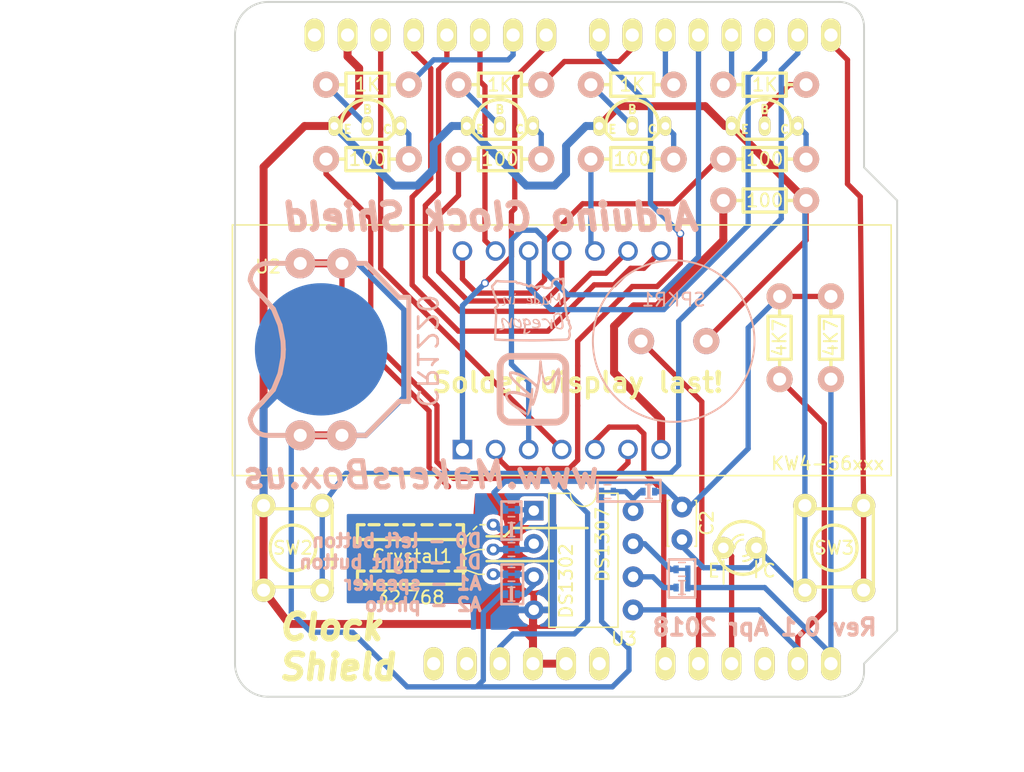
<source format=kicad_pcb>
(kicad_pcb (version 4) (host pcbnew 4.0.7)

  (general
    (links 81)
    (no_connects 1)
    (area 134.544999 55.804999 185.495001 109.295001)
    (thickness 1.6)
    (drawings 47)
    (tracks 330)
    (zones 0)
    (modules 36)
    (nets 44)
  )

  (page USLetter)
  (title_block
    (title "Arduino Clock Shield")
    (date 2018-03-25)
    (rev 0.0)
    (company "Maker's Box")
    (comment 1 648.ken@gmail.com)
  )

  (layers
    (0 F.Cu signal)
    (31 B.Cu signal)
    (32 B.Adhes user)
    (33 F.Adhes user)
    (34 B.Paste user)
    (35 F.Paste user)
    (36 B.SilkS user)
    (37 F.SilkS user)
    (38 B.Mask user)
    (39 F.Mask user)
    (40 Dwgs.User user)
    (41 Cmts.User user)
    (42 Eco1.User user)
    (43 Eco2.User user)
    (44 Edge.Cuts user)
    (45 Margin user)
    (46 B.CrtYd user)
    (47 F.CrtYd user)
    (48 B.Fab user)
    (49 F.Fab user hide)
  )

  (setup
    (last_trace_width 0.25)
    (user_trace_width 0.3048)
    (user_trace_width 0.4064)
    (user_trace_width 0.6096)
    (trace_clearance 0.2)
    (zone_clearance 0.35)
    (zone_45_only no)
    (trace_min 0.2)
    (segment_width 0.2)
    (edge_width 0.15)
    (via_size 0.6)
    (via_drill 0.4)
    (via_min_size 0.4)
    (via_min_drill 0.3)
    (uvia_size 0.3)
    (uvia_drill 0.1)
    (uvias_allowed no)
    (uvia_min_size 0.2)
    (uvia_min_drill 0.1)
    (pcb_text_width 0.3)
    (pcb_text_size 1.5 1.5)
    (mod_edge_width 0.15)
    (mod_text_size 1 1)
    (mod_text_width 0.15)
    (pad_size 3.048 1.25)
    (pad_drill 0)
    (pad_to_mask_clearance 0)
    (aux_axis_origin 0 0)
    (visible_elements 7FFFFFFF)
    (pcbplotparams
      (layerselection 0x00030_80000001)
      (usegerberextensions false)
      (excludeedgelayer true)
      (linewidth 0.100000)
      (plotframeref false)
      (viasonmask false)
      (mode 1)
      (useauxorigin false)
      (hpglpennumber 1)
      (hpglpenspeed 20)
      (hpglpendiameter 15)
      (hpglpenoverlay 2)
      (psnegative false)
      (psa4output false)
      (plotreference true)
      (plotvalue true)
      (plotinvisibletext false)
      (padsonsilk false)
      (subtractmaskfromsilk false)
      (outputformat 1)
      (mirror false)
      (drillshape 1)
      (scaleselection 1)
      (outputdirectory ""))
  )

  (net 0 "")
  (net 1 GND)
  (net 2 VCC)
  (net 3 "Net-(Q2-Pad2)")
  (net 4 "Net-(Q2-Pad3)")
  (net 5 "Net-(Q3-Pad2)")
  (net 6 "Net-(Q3-Pad3)")
  (net 7 "Net-(Q4-Pad2)")
  (net 8 "Net-(Q4-Pad3)")
  (net 9 "Net-(Q5-Pad2)")
  (net 10 "Net-(Q5-Pad3)")
  (net 11 "Net-(R7-Pad2)")
  (net 12 "Net-(R8-Pad2)")
  (net 13 "Net-(R9-Pad2)")
  (net 14 "Net-(R10-Pad2)")
  (net 15 "Net-(Crystal1-Pad2)")
  (net 16 "Net-(Crystal1-Pad1)")
  (net 17 /D12)
  (net 18 /D13)
  (net 19 /D11)
  (net 20 /A0)
  (net 21 /D0)
  (net 22 /D1)
  (net 23 /D10)
  (net 24 /A3)
  (net 25 /A1)
  (net 26 /A2)
  (net 27 /D9)
  (net 28 /D2)
  (net 29 /D3)
  (net 30 /D4)
  (net 31 /D5)
  (net 32 /D6)
  (net 33 /D7)
  (net 34 /A4)
  (net 35 /D8)
  (net 36 /A5)
  (net 37 "Net-(R1-Pad2)")
  (net 38 /VBAT)
  (net 39 "Net-(SHIELD1-PadV_IN)")
  (net 40 "Net-(SHIELD1-Pad3V3)")
  (net 41 "Net-(SHIELD1-PadRST)")
  (net 42 "Net-(SHIELD1-PadAREF)")
  (net 43 "Net-(R20-Pad1)")

  (net_class Default "This is the default net class."
    (clearance 0.2)
    (trace_width 0.25)
    (via_dia 0.6)
    (via_drill 0.4)
    (uvia_dia 0.3)
    (uvia_drill 0.1)
    (add_net /A0)
    (add_net /A1)
    (add_net /A2)
    (add_net /A3)
    (add_net /A4)
    (add_net /A5)
    (add_net /D0)
    (add_net /D1)
    (add_net /D10)
    (add_net /D11)
    (add_net /D12)
    (add_net /D13)
    (add_net /D2)
    (add_net /D3)
    (add_net /D4)
    (add_net /D5)
    (add_net /D6)
    (add_net /D7)
    (add_net /D8)
    (add_net /D9)
    (add_net /VBAT)
    (add_net GND)
    (add_net "Net-(Crystal1-Pad1)")
    (add_net "Net-(Crystal1-Pad2)")
    (add_net "Net-(Q2-Pad2)")
    (add_net "Net-(Q2-Pad3)")
    (add_net "Net-(Q3-Pad2)")
    (add_net "Net-(Q3-Pad3)")
    (add_net "Net-(Q4-Pad2)")
    (add_net "Net-(Q4-Pad3)")
    (add_net "Net-(Q5-Pad2)")
    (add_net "Net-(Q5-Pad3)")
    (add_net "Net-(R1-Pad2)")
    (add_net "Net-(R10-Pad2)")
    (add_net "Net-(R20-Pad1)")
    (add_net "Net-(R7-Pad2)")
    (add_net "Net-(R8-Pad2)")
    (add_net "Net-(R9-Pad2)")
    (add_net "Net-(SHIELD1-Pad3V3)")
    (add_net "Net-(SHIELD1-PadAREF)")
    (add_net "Net-(SHIELD1-PadRST)")
    (add_net "Net-(SHIELD1-PadV_IN)")
    (add_net VCC)
  )

  (module footprints:Crystal_C38-LF_d3.0mm_l8.0mm_Horizontal_1EP_style1 (layer F.Cu) (tedit 5AF7B08B) (tstamp 5A9397C0)
    (at 154.432 97.917 270)
    (descr "Crystal THT C38-LF 8.0mm length 3.0mm diameter")
    (tags ['C38-LF'])
    (path /5A8E64A3)
    (fp_text reference Crystal1 (at 0.508 6.223 360) (layer F.SilkS)
      (effects (font (size 1 1) (thickness 0.15)))
    )
    (fp_text value 32.768 (at 3.683 6.35 360) (layer F.SilkS)
      (effects (font (size 1 1) (thickness 0.15)))
    )
    (fp_line (start 2.413 10.414) (end 1.778 10.414) (layer F.SilkS) (width 0.254))
    (fp_line (start 2.667 9.652) (end 2.667 2.794) (layer F.SilkS) (width 0.254))
    (fp_line (start -0.762 2.794) (end -0.762 9.652) (layer F.SilkS) (width 0.254))
    (fp_line (start 1.651 9.906) (end 1.651 10.414) (layer F.SilkS) (width 0.254))
    (fp_line (start 1.651 8.636) (end 1.651 9.398) (layer F.SilkS) (width 0.254))
    (fp_line (start 1.651 7.239) (end 1.651 8.128) (layer F.SilkS) (width 0.254))
    (fp_line (start 1.651 5.969) (end 1.651 6.731) (layer F.SilkS) (width 0.254))
    (fp_line (start 1.651 4.699) (end 1.651 5.461) (layer F.SilkS) (width 0.254))
    (fp_line (start 1.651 3.429) (end 1.651 4.191) (layer F.SilkS) (width 0.254))
    (fp_line (start 1.651 2.159) (end 1.651 2.921) (layer F.SilkS) (width 0.254))
    (fp_line (start -1.905 9.906) (end -1.905 10.414) (layer F.SilkS) (width 0.254))
    (fp_line (start -1.905 10.414) (end -1.651 10.414) (layer F.SilkS) (width 0.254))
    (fp_line (start -1.905 8.763) (end -1.905 9.525) (layer F.SilkS) (width 0.254))
    (fp_line (start -1.905 7.366) (end -1.905 8.255) (layer F.SilkS) (width 0.254))
    (fp_line (start -1.905 6.096) (end -1.905 6.858) (layer F.SilkS) (width 0.254))
    (fp_line (start -1.905 4.699) (end -1.905 5.461) (layer F.SilkS) (width 0.254))
    (fp_line (start -1.905 3.302) (end -1.905 4.064) (layer F.SilkS) (width 0.254))
    (fp_line (start -1.905 2.286) (end -1.905 2.794) (layer F.SilkS) (width 0.254))
    (fp_line (start -0.635 10.414) (end -1.651 10.414) (layer F.SilkS) (width 0.254))
    (fp_line (start -1.143 2.286) (end -1.905 2.286) (layer F.SilkS) (width 0.254))
    (fp_line (start -1.27 1.778) (end -1.016 2.032) (layer F.SilkS) (width 0.127))
    (fp_line (start -1.778 1.27) (end -1.524 1.524) (layer F.SilkS) (width 0.127))
    (fp_line (start -1.905 0.635) (end -1.905 1.016) (layer F.SilkS) (width 0.127))
    (fp_line (start -0.762 2.794) (end -0.762 2.286) (layer F.SilkS) (width 0.254))
    (fp_line (start -0.762 2.286) (end 2.667 2.286) (layer F.SilkS) (width 0.254))
    (fp_line (start 2.667 2.286) (end 2.667 2.794) (layer F.SilkS) (width 0.254))
    (fp_line (start 2.667 9.652) (end 2.667 10.414) (layer F.SilkS) (width 0.254))
    (fp_line (start 2.667 10.414) (end 2.413 10.414) (layer F.SilkS) (width 0.254))
    (fp_line (start -0.762 9.652) (end -0.762 10.414) (layer F.SilkS) (width 0.254))
    (fp_line (start -0.762 10.414) (end -0.508 10.414) (layer F.SilkS) (width 0.254))
    (fp_text user %R (at 0.95 5.25 270) (layer F.Fab)
      (effects (font (size 0.7 0.7) (thickness 0.105)))
    )
    (fp_line (start -0.55 2.5) (end -0.55 10.5) (layer F.Fab) (width 0.1))
    (fp_line (start -0.55 10.5) (end 2.45 10.5) (layer F.Fab) (width 0.1))
    (fp_line (start 2.45 10.5) (end 2.45 2.5) (layer F.Fab) (width 0.1))
    (fp_line (start 2.45 2.5) (end -0.55 2.5) (layer F.Fab) (width 0.1))
    (fp_line (start 0.405 2.5) (end 0 1.25) (layer F.Fab) (width 0.1))
    (fp_line (start 0 1.25) (end 0 0) (layer F.Fab) (width 0.1))
    (fp_line (start 1.495 2.5) (end 1.9 1.25) (layer F.Fab) (width 0.1))
    (fp_line (start 1.9 1.25) (end 1.9 0) (layer F.Fab) (width 0.1))
    (fp_line (start -0.75 2.8) (end -0.75 2.3) (layer F.SilkS) (width 0.12))
    (fp_line (start -0.75 2.3) (end 2.65 2.3) (layer F.SilkS) (width 0.12))
    (fp_line (start 2.65 2.3) (end 2.65 2.8) (layer F.SilkS) (width 0.12))
    (fp_line (start 0.405 2.3) (end 0 1.15) (layer F.SilkS) (width 0.12))
    (fp_line (start 0 1.15) (end 0 0.7) (layer F.SilkS) (width 0.12))
    (fp_line (start 1.495 2.3) (end 1.9 1.15) (layer F.SilkS) (width 0.12))
    (fp_line (start 1.9 1.15) (end 1.9 0.7) (layer F.SilkS) (width 0.12))
    (fp_line (start -1.3 -0.8) (end -1.3 11.3) (layer F.CrtYd) (width 0.05))
    (fp_line (start -1.3 11.3) (end 3.2 11.3) (layer F.CrtYd) (width 0.05))
    (fp_line (start 3.2 11.3) (end 3.2 -0.8) (layer F.CrtYd) (width 0.05))
    (fp_line (start 3.2 -0.8) (end -1.3 -0.8) (layer F.CrtYd) (width 0.05))
    (pad 1 thru_hole oval (at -1.91 0 270) (size 0.9 1) (drill 0.5) (layers *.Cu *.Mask)
      (net 16 "Net-(Crystal1-Pad1)"))
    (pad 2 thru_hole oval (at 0 0 270) (size 0.9 1) (drill 0.5) (layers *.Cu *.Mask)
      (net 15 "Net-(Crystal1-Pad2)"))
    (pad 1 thru_hole oval (at 1.9 0 270) (size 0.9 1) (drill 0.5) (layers *.Cu *.Mask)
      (net 16 "Net-(Crystal1-Pad1)"))
    (pad 3 smd rect (at 0.254 10.541 270) (size 3.048 1.25) (layers F.Cu F.Paste F.Mask))
    (model ${KISYS3DMOD}/Crystals.3dshapes/Crystal_C38-LF_d3.0mm_l8.0mm_Horizontal_1EP_style1.wrl
      (at (xyz 0 0 0))
      (scale (xyz 0.393701 0.393701 0.393701))
      (rotate (xyz 0 0 0))
    )
  )

  (module Resistors_SMD:R_0402 (layer B.Cu) (tedit 5AF3A799) (tstamp 5AF3A721)
    (at 168.91 99.441 180)
    (descr "Resistor SMD 0402, reflow soldering, Vishay (see dcrcw.pdf)")
    (tags "resistor 0402")
    (path /5AF4909D)
    (attr smd)
    (fp_text reference R19 (at 0 0.889 180) (layer B.SilkS) hide
      (effects (font (size 0.5 0.5) (thickness 0.125)) (justify mirror))
    )
    (fp_text value 0 (at 0 -1.45 180) (layer B.Fab)
      (effects (font (size 1 1) (thickness 0.15)) (justify mirror))
    )
    (fp_text user %R (at 0 1.35 180) (layer B.Fab)
      (effects (font (size 1 1) (thickness 0.15)) (justify mirror))
    )
    (fp_line (start -0.5 -0.25) (end -0.5 0.25) (layer B.Fab) (width 0.1))
    (fp_line (start 0.5 -0.25) (end -0.5 -0.25) (layer B.Fab) (width 0.1))
    (fp_line (start 0.5 0.25) (end 0.5 -0.25) (layer B.Fab) (width 0.1))
    (fp_line (start -0.5 0.25) (end 0.5 0.25) (layer B.Fab) (width 0.1))
    (fp_line (start 0.25 0.53) (end -0.25 0.53) (layer B.SilkS) (width 0.12))
    (fp_line (start -0.25 -0.53) (end 0.25 -0.53) (layer B.SilkS) (width 0.12))
    (fp_line (start -0.8 0.45) (end 0.8 0.45) (layer B.CrtYd) (width 0.05))
    (fp_line (start -0.8 0.45) (end -0.8 -0.45) (layer B.CrtYd) (width 0.05))
    (fp_line (start 0.8 -0.45) (end 0.8 0.45) (layer B.CrtYd) (width 0.05))
    (fp_line (start 0.8 -0.45) (end -0.8 -0.45) (layer B.CrtYd) (width 0.05))
    (pad 1 smd rect (at -0.45 0 180) (size 0.4 0.6) (layers B.Cu B.Paste B.Mask)
      (net 36 /A5))
    (pad 2 smd rect (at 0.45 0 180) (size 0.4 0.6) (layers B.Cu B.Paste B.Mask)
      (net 36 /A5))
    (model ${KISYS3DMOD}/Resistors_SMD.3dshapes/R_0402.wrl
      (at (xyz 0 0 0))
      (scale (xyz 1 1 1))
      (rotate (xyz 0 0 0))
    )
  )

  (module Resistors_SMD:R_0402 (layer B.Cu) (tedit 5AF3A6C2) (tstamp 5AF3A70E)
    (at 168.91 100.838)
    (descr "Resistor SMD 0402, reflow soldering, Vishay (see dcrcw.pdf)")
    (tags "resistor 0402")
    (path /5AF4951F)
    (attr smd)
    (fp_text reference R20 (at 0 0.889) (layer B.SilkS) hide
      (effects (font (size 0.5 0.5) (thickness 0.125)) (justify mirror))
    )
    (fp_text value NC (at 0 -1.45) (layer B.Fab)
      (effects (font (size 1 1) (thickness 0.15)) (justify mirror))
    )
    (fp_line (start 0 0.508) (end 0 -0.4445) (layer B.SilkS) (width 0.254))
    (fp_text user %R (at 0 1.35) (layer B.Fab)
      (effects (font (size 1 1) (thickness 0.15)) (justify mirror))
    )
    (fp_line (start -0.5 -0.25) (end -0.5 0.25) (layer B.Fab) (width 0.1))
    (fp_line (start 0.5 -0.25) (end -0.5 -0.25) (layer B.Fab) (width 0.1))
    (fp_line (start 0.5 0.25) (end 0.5 -0.25) (layer B.Fab) (width 0.1))
    (fp_line (start -0.5 0.25) (end 0.5 0.25) (layer B.Fab) (width 0.1))
    (fp_line (start 0.25 0.53) (end -0.25 0.53) (layer B.SilkS) (width 0.12))
    (fp_line (start -0.25 -0.53) (end 0.25 -0.53) (layer B.SilkS) (width 0.12))
    (fp_line (start -0.8 0.45) (end 0.8 0.45) (layer B.CrtYd) (width 0.05))
    (fp_line (start -0.8 0.45) (end -0.8 -0.45) (layer B.CrtYd) (width 0.05))
    (fp_line (start 0.8 -0.45) (end 0.8 0.45) (layer B.CrtYd) (width 0.05))
    (fp_line (start 0.8 -0.45) (end -0.8 -0.45) (layer B.CrtYd) (width 0.05))
    (pad 1 smd rect (at -0.45 0) (size 0.4 0.6) (layers B.Cu B.Paste B.Mask)
      (net 43 "Net-(R20-Pad1)"))
    (pad 2 smd rect (at 0.45 0) (size 0.4 0.6) (layers B.Cu B.Paste B.Mask)
      (net 36 /A5))
    (model ${KISYS3DMOD}/Resistors_SMD.3dshapes/R_0402.wrl
      (at (xyz 0 0 0))
      (scale (xyz 1 1 1))
      (rotate (xyz 0 0 0))
    )
  )

  (module Resistors_SMD:R_0402 (layer B.Cu) (tedit 5AF38B9D) (tstamp 5AF38C84)
    (at 166.37 93.472 180)
    (descr "Resistor SMD 0402, reflow soldering, Vishay (see dcrcw.pdf)")
    (tags "resistor 0402")
    (path /5AF417FC)
    (attr smd)
    (fp_text reference R16 (at 0 0.889 180) (layer B.SilkS) hide
      (effects (font (size 0.5 0.5) (thickness 0.125)) (justify mirror))
    )
    (fp_text value NC (at 0 -1.45 180) (layer B.Fab)
      (effects (font (size 1 1) (thickness 0.15)) (justify mirror))
    )
    (fp_line (start 0 0.508) (end 0 -0.4445) (layer B.SilkS) (width 0.254))
    (fp_text user %R (at 0 1.35 180) (layer B.Fab)
      (effects (font (size 1 1) (thickness 0.15)) (justify mirror))
    )
    (fp_line (start -0.5 -0.25) (end -0.5 0.25) (layer B.Fab) (width 0.1))
    (fp_line (start 0.5 -0.25) (end -0.5 -0.25) (layer B.Fab) (width 0.1))
    (fp_line (start 0.5 0.25) (end 0.5 -0.25) (layer B.Fab) (width 0.1))
    (fp_line (start -0.5 0.25) (end 0.5 0.25) (layer B.Fab) (width 0.1))
    (fp_line (start 0.25 0.53) (end -0.25 0.53) (layer B.SilkS) (width 0.12))
    (fp_line (start -0.25 -0.53) (end 0.25 -0.53) (layer B.SilkS) (width 0.12))
    (fp_line (start -0.8 0.45) (end 0.8 0.45) (layer B.CrtYd) (width 0.05))
    (fp_line (start -0.8 0.45) (end -0.8 -0.45) (layer B.CrtYd) (width 0.05))
    (fp_line (start 0.8 -0.45) (end 0.8 0.45) (layer B.CrtYd) (width 0.05))
    (fp_line (start 0.8 -0.45) (end -0.8 -0.45) (layer B.CrtYd) (width 0.05))
    (pad 1 smd rect (at -0.45 0 180) (size 0.4 0.6) (layers B.Cu B.Paste B.Mask)
      (net 2 VCC))
    (pad 2 smd rect (at 0.45 0 180) (size 0.4 0.6) (layers B.Cu B.Paste B.Mask)
      (net 38 /VBAT))
    (model ${KISYS3DMOD}/Resistors_SMD.3dshapes/R_0402.wrl
      (at (xyz 0 0 0))
      (scale (xyz 1 1 1))
      (rotate (xyz 0 0 0))
    )
  )

  (module Resistors_SMD:R_0402 (layer B.Cu) (tedit 5AF38B98) (tstamp 5AF38C72)
    (at 155.829 96.393 180)
    (descr "Resistor SMD 0402, reflow soldering, Vishay (see dcrcw.pdf)")
    (tags "resistor 0402")
    (path /5AF41A46)
    (attr smd)
    (fp_text reference R15 (at 0 0.889 180) (layer B.SilkS) hide
      (effects (font (size 0.5 0.5) (thickness 0.125)) (justify mirror))
    )
    (fp_text value NC (at 0 -1.45 180) (layer B.Fab)
      (effects (font (size 1 1) (thickness 0.15)) (justify mirror))
    )
    (fp_line (start 0 0.508) (end 0 -0.4445) (layer B.SilkS) (width 0.254))
    (fp_text user %R (at 0 1.35 180) (layer B.Fab)
      (effects (font (size 1 1) (thickness 0.15)) (justify mirror))
    )
    (fp_line (start -0.5 -0.25) (end -0.5 0.25) (layer B.Fab) (width 0.1))
    (fp_line (start 0.5 -0.25) (end -0.5 -0.25) (layer B.Fab) (width 0.1))
    (fp_line (start 0.5 0.25) (end 0.5 -0.25) (layer B.Fab) (width 0.1))
    (fp_line (start -0.5 0.25) (end 0.5 0.25) (layer B.Fab) (width 0.1))
    (fp_line (start 0.25 0.53) (end -0.25 0.53) (layer B.SilkS) (width 0.12))
    (fp_line (start -0.25 -0.53) (end 0.25 -0.53) (layer B.SilkS) (width 0.12))
    (fp_line (start -0.8 0.45) (end 0.8 0.45) (layer B.CrtYd) (width 0.05))
    (fp_line (start -0.8 0.45) (end -0.8 -0.45) (layer B.CrtYd) (width 0.05))
    (fp_line (start 0.8 -0.45) (end 0.8 0.45) (layer B.CrtYd) (width 0.05))
    (fp_line (start 0.8 -0.45) (end -0.8 -0.45) (layer B.CrtYd) (width 0.05))
    (pad 1 smd rect (at -0.45 0 180) (size 0.4 0.6) (layers B.Cu B.Paste B.Mask)
      (net 2 VCC))
    (pad 2 smd rect (at 0.45 0 180) (size 0.4 0.6) (layers B.Cu B.Paste B.Mask)
      (net 16 "Net-(Crystal1-Pad1)"))
    (model ${KISYS3DMOD}/Resistors_SMD.3dshapes/R_0402.wrl
      (at (xyz 0 0 0))
      (scale (xyz 1 1 1))
      (rotate (xyz 0 0 0))
    )
  )

  (module Resistors_SMD:R_0402 (layer B.Cu) (tedit 5AF38B64) (tstamp 5AF38BBF)
    (at 155.829 101.346 180)
    (descr "Resistor SMD 0402, reflow soldering, Vishay (see dcrcw.pdf)")
    (tags "resistor 0402")
    (path /5AF4104B)
    (attr smd)
    (fp_text reference R14 (at 0 0.889 180) (layer B.SilkS) hide
      (effects (font (size 0.5 0.5) (thickness 0.125)) (justify mirror))
    )
    (fp_text value NC (at 0 -1.45 180) (layer B.Fab)
      (effects (font (size 1 1) (thickness 0.15)) (justify mirror))
    )
    (fp_line (start 0 0.508) (end 0 -0.4445) (layer B.SilkS) (width 0.254))
    (fp_text user %R (at 0 1.35 180) (layer B.Fab)
      (effects (font (size 1 1) (thickness 0.15)) (justify mirror))
    )
    (fp_line (start -0.5 -0.25) (end -0.5 0.25) (layer B.Fab) (width 0.1))
    (fp_line (start 0.5 -0.25) (end -0.5 -0.25) (layer B.Fab) (width 0.1))
    (fp_line (start 0.5 0.25) (end 0.5 -0.25) (layer B.Fab) (width 0.1))
    (fp_line (start -0.5 0.25) (end 0.5 0.25) (layer B.Fab) (width 0.1))
    (fp_line (start 0.25 0.53) (end -0.25 0.53) (layer B.SilkS) (width 0.12))
    (fp_line (start -0.25 -0.53) (end 0.25 -0.53) (layer B.SilkS) (width 0.12))
    (fp_line (start -0.8 0.45) (end 0.8 0.45) (layer B.CrtYd) (width 0.05))
    (fp_line (start -0.8 0.45) (end -0.8 -0.45) (layer B.CrtYd) (width 0.05))
    (fp_line (start 0.8 -0.45) (end 0.8 0.45) (layer B.CrtYd) (width 0.05))
    (fp_line (start 0.8 -0.45) (end -0.8 -0.45) (layer B.CrtYd) (width 0.05))
    (pad 1 smd rect (at -0.45 0 180) (size 0.4 0.6) (layers B.Cu B.Paste B.Mask)
      (net 16 "Net-(Crystal1-Pad1)"))
    (pad 2 smd rect (at 0.45 0 180) (size 0.4 0.6) (layers B.Cu B.Paste B.Mask)
      (net 38 /VBAT))
    (model ${KISYS3DMOD}/Resistors_SMD.3dshapes/R_0402.wrl
      (at (xyz 0 0 0))
      (scale (xyz 1 1 1))
      (rotate (xyz 0 0 0))
    )
  )

  (module footprints:ARDUINO_SHIELD locked (layer F.Cu) (tedit 5AADA512) (tstamp 5AB7DB60)
    (at 116.84 109.22)
    (descr http://www.thingiverse.com/thing:9630)
    (path /5AB7DAC8)
    (fp_text reference SHIELD1 (at 5.715 -57.15) (layer F.SilkS) hide
      (effects (font (thickness 0.3048)))
    )
    (fp_text value ARDUINO_SHIELD (at 10.16 -54.61) (layer F.SilkS) hide
      (effects (font (thickness 0.3048)))
    )
    (fp_line (start 66.04 -40.64) (end 66.04 -52.07) (layer F.Fab) (width 0.1))
    (fp_line (start 66.04 -52.07) (end 64.77 -53.34) (layer F.Fab) (width 0.1))
    (fp_line (start 64.77 -53.34) (end 0 -53.34) (layer F.Fab) (width 0.1))
    (fp_line (start 66.04 0) (end 0 0) (layer F.Fab) (width 0.1))
    (fp_line (start 0 0) (end 0 -53.34) (layer F.Fab) (width 0.1))
    (fp_line (start 66.04 -40.64) (end 68.58 -38.1) (layer F.Fab) (width 0.1))
    (fp_line (start 68.58 -38.1) (end 68.58 -5.08) (layer F.Fab) (width 0.1))
    (fp_line (start 68.58 -5.08) (end 66.04 -2.54) (layer F.Fab) (width 0.1))
    (fp_line (start 66.04 -2.54) (end 66.04 0) (layer F.Fab) (width 0.1))
    (pad AD5 thru_hole oval (at 63.5 -2.54 90) (size 2.54 1.524) (drill 1.016) (layers *.Cu *.Mask F.SilkS)
      (net 36 /A5))
    (pad AD4 thru_hole oval (at 60.96 -2.54 90) (size 2.54 1.524) (drill 1.016) (layers *.Cu *.Mask F.SilkS)
      (net 34 /A4))
    (pad AD3 thru_hole oval (at 58.42 -2.54 90) (size 2.54 1.524) (drill 1.016) (layers *.Cu *.Mask F.SilkS)
      (net 24 /A3))
    (pad AD0 thru_hole oval (at 50.8 -2.54 90) (size 2.54 1.524) (drill 1.016) (layers *.Cu *.Mask F.SilkS)
      (net 20 /A0))
    (pad AD1 thru_hole oval (at 53.34 -2.54 90) (size 2.54 1.524) (drill 1.016) (layers *.Cu *.Mask F.SilkS)
      (net 25 /A1))
    (pad AD2 thru_hole oval (at 55.88 -2.54 90) (size 2.54 1.524) (drill 1.016) (layers *.Cu *.Mask F.SilkS)
      (net 26 /A2))
    (pad V_IN thru_hole oval (at 45.72 -2.54 90) (size 2.54 1.524) (drill 1.016) (layers *.Cu *.Mask F.SilkS)
      (net 39 "Net-(SHIELD1-PadV_IN)"))
    (pad GND2 thru_hole oval (at 43.18 -2.54 90) (size 2.54 1.524) (drill 1.016) (layers *.Cu *.Mask F.SilkS)
      (net 1 GND))
    (pad GND1 thru_hole oval (at 40.64 -2.54 90) (size 2.54 1.524) (drill 1.016) (layers *.Cu *.Mask F.SilkS)
      (net 1 GND))
    (pad 3V3 thru_hole oval (at 35.56 -2.54 90) (size 2.54 1.524) (drill 1.016) (layers *.Cu *.Mask F.SilkS)
      (net 40 "Net-(SHIELD1-Pad3V3)"))
    (pad RST thru_hole oval (at 33.02 -2.54 90) (size 2.54 1.524) (drill 1.016) (layers *.Cu *.Mask F.SilkS)
      (net 41 "Net-(SHIELD1-PadRST)"))
    (pad 0 thru_hole oval (at 63.5 -50.8 90) (size 2.54 1.524) (drill 1.016) (layers *.Cu *.Mask F.SilkS)
      (net 21 /D0))
    (pad 1 thru_hole oval (at 60.96 -50.8 90) (size 2.54 1.524) (drill 1.016) (layers *.Cu *.Mask F.SilkS)
      (net 22 /D1))
    (pad 2 thru_hole oval (at 58.42 -50.8 90) (size 2.54 1.524) (drill 1.016) (layers *.Cu *.Mask F.SilkS)
      (net 28 /D2))
    (pad 3 thru_hole oval (at 55.88 -50.8 90) (size 2.54 1.524) (drill 1.016) (layers *.Cu *.Mask F.SilkS)
      (net 29 /D3))
    (pad 4 thru_hole oval (at 53.34 -50.8 90) (size 2.54 1.524) (drill 1.016) (layers *.Cu *.Mask F.SilkS)
      (net 30 /D4))
    (pad 5 thru_hole oval (at 50.8 -50.8 90) (size 2.54 1.524) (drill 1.016) (layers *.Cu *.Mask F.SilkS)
      (net 31 /D5))
    (pad 6 thru_hole oval (at 48.26 -50.8 90) (size 2.54 1.524) (drill 1.016) (layers *.Cu *.Mask F.SilkS)
      (net 32 /D6))
    (pad 7 thru_hole oval (at 45.72 -50.8 90) (size 2.54 1.524) (drill 1.016) (layers *.Cu *.Mask F.SilkS)
      (net 33 /D7))
    (pad 8 thru_hole oval (at 41.656 -50.8 90) (size 2.54 1.524) (drill 1.016) (layers *.Cu *.Mask F.SilkS)
      (net 35 /D8))
    (pad 9 thru_hole oval (at 39.116 -50.8 90) (size 2.54 1.524) (drill 1.016) (layers *.Cu *.Mask F.SilkS)
      (net 27 /D9))
    (pad 10 thru_hole oval (at 36.576 -50.8 90) (size 2.54 1.524) (drill 1.016) (layers *.Cu *.Mask F.SilkS)
      (net 23 /D10))
    (pad 11 thru_hole oval (at 34.036 -50.8 90) (size 2.54 1.524) (drill 1.016) (layers *.Cu *.Mask F.SilkS)
      (net 19 /D11))
    (pad 12 thru_hole oval (at 31.496 -50.8 90) (size 2.54 1.524) (drill 1.016) (layers *.Cu *.Mask F.SilkS)
      (net 17 /D12))
    (pad 13 thru_hole oval (at 28.956 -50.8 90) (size 2.54 1.524) (drill 1.016) (layers *.Cu *.Mask F.SilkS)
      (net 18 /D13))
    (pad GND3 thru_hole oval (at 26.416 -50.8 90) (size 2.54 1.524) (drill 1.016) (layers *.Cu *.Mask F.SilkS)
      (net 1 GND))
    (pad AREF thru_hole oval (at 23.876 -50.8 90) (size 2.54 1.524) (drill 1.016) (layers *.Cu *.Mask F.SilkS)
      (net 42 "Net-(SHIELD1-PadAREF)"))
    (pad 5V thru_hole oval (at 38.1 -2.54 90) (size 2.54 1.524) (drill 1.016) (layers *.Cu *.Mask F.SilkS)
      (net 2 VCC))
  )

  (module footprints:BATT_12mm_TH (layer B.Cu) (tedit 56EB89B1) (tstamp 5A939770)
    (at 141.224 82.55 90)
    (descr "Keystone type 3000 coin cell retainer")
    (path /5A8E7D04)
    (fp_text reference BT2 (at 0 4.5 90) (layer B.SilkS) hide
      (effects (font (thickness 0.3048)) (justify mirror))
    )
    (fp_text value 3V (at 0 -4.5 90) (layer B.SilkS) hide
      (effects (font (thickness 0.3048)) (justify mirror))
    )
    (fp_line (start 0.6096 -2.921) (end 1.8542 -3.1496) (layer B.SilkS) (width 0.381))
    (fp_line (start 1.8542 -3.1496) (end 3.0988 -3.6576) (layer B.SilkS) (width 0.381))
    (fp_line (start 3.0988 -3.6576) (end 4.064 -4.5212) (layer B.SilkS) (width 0.381))
    (fp_line (start 4.064 -4.5212) (end 4.7244 -5.1816) (layer B.SilkS) (width 0.381))
    (fp_line (start 4.7244 -5.1816) (end 5.2832 -5.4356) (layer B.SilkS) (width 0.381))
    (fp_line (start 0 -2.8956) (end 0.6096 -2.921) (layer B.SilkS) (width 0.381))
    (fp_line (start -3.0988 -3.6576) (end -4.064 -4.5212) (layer B.SilkS) (width 0.381))
    (fp_line (start -4.064 -4.5212) (end -4.7244 -5.1816) (layer B.SilkS) (width 0.381))
    (fp_line (start -5.2832 -5.4356) (end -4.7244 -5.1816) (layer B.SilkS) (width 0.381))
    (fp_line (start -3.0988 -3.6576) (end -1.8542 -3.1496) (layer B.SilkS) (width 0.381))
    (fp_line (start -1.8542 -3.1496) (end -0.6096 -2.921) (layer B.SilkS) (width 0.381))
    (fp_line (start -0.6096 -2.921) (end 0 -2.8956) (layer B.SilkS) (width 0.381))
    (fp_arc (start 5.2832 -4.1148) (end 6.604 -4.1148) (angle -90) (layer B.SilkS) (width 0.381))
    (fp_arc (start -5.2832 -4.1148) (end -5.2832 -5.4356) (angle -90) (layer B.SilkS) (width 0.381))
    (fp_line (start 6.604 3.429) (end 6.604 -4.064) (layer B.SilkS) (width 0.381))
    (fp_line (start -6.604 3.429) (end -6.604 -4.064) (layer B.SilkS) (width 0.381))
    (fp_line (start 4.0005 5.969) (end 6.604 3.429) (layer B.SilkS) (width 0.381))
    (fp_line (start -4.0005 5.969) (end -6.604 3.429) (layer B.SilkS) (width 0.381))
    (fp_line (start 3.9995 6.731) (end 3.9995 5.969) (layer B.SilkS) (width 0.381))
    (fp_line (start -4.0005 6.731) (end -4.0005 5.969) (layer B.SilkS) (width 0.381))
    (fp_line (start -4.0005 6.731) (end 4.0005 6.731) (layer B.SilkS) (width 0.381))
    (pad 1 thru_hole circle (at 6.6 1.6 90) (size 2.3 2.3) (drill 1) (layers *.Cu *.Mask B.SilkS)
      (net 38 /VBAT))
    (pad 1 thru_hole circle (at 6.6 -1.6 90) (size 2.3 2.3) (drill 1) (layers *.Cu *.Mask B.SilkS)
      (net 38 /VBAT))
    (pad 1 thru_hole circle (at -6.6 -1.6 90) (size 2.3 2.3) (drill 1) (layers *.Cu *.Mask B.SilkS)
      (net 38 /VBAT))
    (pad 1 thru_hole circle (at -6.6 1.6 90) (size 2.3 2.3) (drill 1) (layers *.Cu *.Mask B.SilkS)
      (net 38 /VBAT))
    (pad 2 smd circle (at 0 0 90) (size 10.16 10.16) (layers B.Cu B.Paste B.Mask)
      (net 1 GND))
    (model walter/battery_holders/keystone_3000.wrl
      (at (xyz 0 0 0))
      (scale (xyz 1 1 1))
      (rotate (xyz 0 0 0))
    )
  )

  (module footprints:C_Disc_D3.4mm_W2.1mm_P2.50mm (layer F.Cu) (tedit 5A9F78A7) (tstamp 5A9397A1)
    (at 168.91 97.155 90)
    (descr "C, Disc series, Radial, pin pitch=2.50mm, , diameter*width=3.4*2.1mm^2, Capacitor, http://www.vishay.com/docs/45233/krseries.pdf")
    (tags "C Disc series Radial pin pitch 2.50mm  diameter 3.4mm width 2.1mm Capacitor")
    (path /5A8E98CC)
    (fp_text reference C2 (at 1.27 1.905 90) (layer F.SilkS)
      (effects (font (size 1 1) (thickness 0.15)))
    )
    (fp_text value 0.1uF (at 1.25 2.36 90) (layer F.Fab)
      (effects (font (size 1 1) (thickness 0.15)))
    )
    (fp_line (start -0.45 -1.05) (end -0.45 1.05) (layer F.Fab) (width 0.1))
    (fp_line (start -0.45 1.05) (end 2.95 1.05) (layer F.Fab) (width 0.1))
    (fp_line (start 2.95 1.05) (end 2.95 -1.05) (layer F.Fab) (width 0.1))
    (fp_line (start 2.95 -1.05) (end -0.45 -1.05) (layer F.Fab) (width 0.1))
    (fp_line (start -0.51 -1.11) (end 3.01 -1.11) (layer F.SilkS) (width 0.12))
    (fp_line (start -0.51 1.11) (end 3.01 1.11) (layer F.SilkS) (width 0.12))
    (fp_line (start -0.51 -1.11) (end -0.51 -0.996) (layer F.SilkS) (width 0.12))
    (fp_line (start -0.51 0.996) (end -0.51 1.11) (layer F.SilkS) (width 0.12))
    (fp_line (start 3.01 -1.11) (end 3.01 -0.996) (layer F.SilkS) (width 0.12))
    (fp_line (start 3.01 0.996) (end 3.01 1.11) (layer F.SilkS) (width 0.12))
    (fp_line (start -1.05 -1.4) (end -1.05 1.4) (layer F.CrtYd) (width 0.05))
    (fp_line (start -1.05 1.4) (end 3.55 1.4) (layer F.CrtYd) (width 0.05))
    (fp_line (start 3.55 1.4) (end 3.55 -1.4) (layer F.CrtYd) (width 0.05))
    (fp_line (start 3.55 -1.4) (end -1.05 -1.4) (layer F.CrtYd) (width 0.05))
    (fp_text user %R (at 1.25 0 90) (layer F.Fab)
      (effects (font (size 1 1) (thickness 0.15)))
    )
    (pad 1 thru_hole circle (at 0 0 90) (size 1.6 1.6) (drill 0.8) (layers *.Cu *.Mask)
      (net 1 GND))
    (pad 2 thru_hole circle (at 2.5 0 90) (size 1.6 1.6) (drill 0.8) (layers *.Cu *.Mask)
      (net 2 VCC))
    (model ${KISYS3DMOD}/Capacitors_THT.3dshapes/C_Disc_D3.4mm_W2.1mm_P2.50mm.wrl
      (at (xyz 0 0 0))
      (scale (xyz 1 1 1))
      (rotate (xyz 0 0 0))
    )
  )

  (module footprints:PHOTO_TRANS (layer F.Cu) (tedit 5A8F8D17) (tstamp 5A939814)
    (at 173.355 97.79)
    (descr "LED 3mm - Lead pitch 100mil (2,54mm)")
    (tags "LED led 3mm 3MM 100mil 2,54mm")
    (path /5A8F5C4D)
    (fp_text reference Q1 (at 2.54 0 90) (layer F.SilkS) hide
      (effects (font (size 0.762 0.762) (thickness 0.0889)))
    )
    (fp_text value Photo (at 0.35921 0.35921 90) (layer F.SilkS) hide
      (effects (font (size 0.508 0.508) (thickness 0.127)))
    )
    (fp_line (start -1.25 2.5) (end -1.25 2.75) (layer F.SilkS) (width 0.15))
    (fp_line (start -1.25 1) (end -1.25 2.5) (layer F.SilkS) (width 0.15))
    (fp_line (start 1.25 1) (end 1.25 2.25) (layer F.SilkS) (width 0.15))
    (fp_text user E (at -2 1.75) (layer F.SilkS)
      (effects (font (size 1 1) (thickness 0.15)))
    )
    (fp_text user C (at 2.25 1.75) (layer F.SilkS)
      (effects (font (size 1 1) (thickness 0.15)))
    )
    (fp_line (start 1.8288 1.27) (end 1.8288 -1.27) (layer F.SilkS) (width 0.254))
    (fp_arc (start 0.254 0) (end -0.381 0) (angle 90) (layer F.SilkS) (width 0.1524))
    (fp_arc (start 0.254 0) (end -0.762 0) (angle 90) (layer F.SilkS) (width 0.1524))
    (fp_arc (start 0.254 0) (end 0.889 0) (angle 90) (layer F.SilkS) (width 0.1524))
    (fp_arc (start 0.254 0) (end 1.27 0) (angle 90) (layer F.SilkS) (width 0.1524))
    (fp_arc (start 0.254 0) (end 0.254 -2.032) (angle 50.1) (layer F.SilkS) (width 0.254))
    (fp_arc (start 0.254 0) (end -1.5367 -0.95504) (angle 61.9) (layer F.SilkS) (width 0.254))
    (fp_arc (start 0.254 0) (end 1.8034 1.31064) (angle 49.7) (layer F.SilkS) (width 0.254))
    (fp_arc (start 0.254 0) (end 0.254 2.032) (angle 60.2) (layer F.SilkS) (width 0.254))
    (fp_arc (start 0.254 0) (end -1.778 0) (angle 28.3) (layer F.SilkS) (width 0.254))
    (fp_arc (start 0.254 0) (end -1.47574 1.06426) (angle 31.6) (layer F.SilkS) (width 0.254))
    (pad 1 thru_hole circle (at -1.27 0) (size 1.6764 1.6764) (drill 0.8128) (layers *.Cu *.Mask F.SilkS)
      (net 26 /A2))
    (pad 2 thru_hole circle (at 1.27 0 45) (size 1.6764 1.6764) (drill 0.8128) (layers *.Cu *.Mask F.SilkS)
      (net 1 GND))
    (model discret/leds/led3_vertical_verde.wrl
      (at (xyz 0 0 0))
      (scale (xyz 1 1 1))
      (rotate (xyz 0 0 0))
    )
  )

  (module footprints:TO-92_NPN_EBC_wide (layer F.Cu) (tedit 56800174) (tstamp 5A939829)
    (at 172.72 65.405)
    (descr "TO-92 leads in-line, narrow, oval pads, drill 0.6mm (see NXP sot054_po.pdf)")
    (tags "to-92 sc-43 sc-43a sot54 PA33 transistor")
    (path /5A8E2E4D)
    (fp_text reference Q2 (at 1.778 -1.016) (layer F.SilkS) hide
      (effects (font (size 0.635 0.635) (thickness 0.127)))
    )
    (fp_text value 2N2222 (at 2.54 1.778) (layer F.SilkS) hide
      (effects (font (size 1 1) (thickness 0.15)))
    )
    (fp_line (start 0.508 0.508) (end 0.508 0) (layer F.SilkS) (width 0.254))
    (fp_line (start 4.572 0.508) (end 4.572 0) (layer F.SilkS) (width 0.254))
    (fp_arc (start 2.54 0) (end 2.54 -2.032) (angle 90) (layer F.SilkS) (width 0.254))
    (fp_arc (start 2.54 0) (end 0.508 0) (angle 90) (layer F.SilkS) (width 0.254))
    (fp_text user B (at 2.54 -1.27) (layer F.SilkS)
      (effects (font (size 0.635 0.635) (thickness 0.15)))
    )
    (fp_text user C (at 4.064 0.254) (layer F.SilkS)
      (effects (font (size 0.635 0.635) (thickness 0.15)))
    )
    (fp_text user E (at 1.016 0.254) (layer F.SilkS)
      (effects (font (size 0.635 0.635) (thickness 0.15)))
    )
    (fp_line (start 1.016 1.016) (end 0.508 0.508) (layer F.SilkS) (width 0.254))
    (fp_line (start 1.016 1.016) (end 4.064 1.016) (layer F.SilkS) (width 0.254))
    (fp_line (start 4.064 1.016) (end 4.572 0.508) (layer F.SilkS) (width 0.254))
    (pad 2 thru_hole oval (at 2.54 0 180) (size 0.89916 1.50114) (drill 0.6) (layers *.Cu *.Mask F.SilkS)
      (net 3 "Net-(Q2-Pad2)"))
    (pad 3 thru_hole oval (at 5.08 0 180) (size 0.89916 1.50114) (drill 0.6) (layers *.Cu *.Mask F.SilkS)
      (net 4 "Net-(Q2-Pad3)"))
    (pad 1 thru_hole oval (at 0 0 180) (size 0.89916 1.50114) (drill 0.6) (layers *.Cu *.Mask F.SilkS)
      (net 1 GND))
    (model TO_SOT_Packages_THT.3dshapes/TO-92_Inline_Narrow_Oval.wrl
      (at (xyz 0.05 0 0))
      (scale (xyz 1 1 1))
      (rotate (xyz 0 0 -90))
    )
  )

  (module footprints:TO-92_NPN_EBC_wide (layer F.Cu) (tedit 56800174) (tstamp 5A939839)
    (at 152.4 65.405)
    (descr "TO-92 leads in-line, narrow, oval pads, drill 0.6mm (see NXP sot054_po.pdf)")
    (tags "to-92 sc-43 sc-43a sot54 PA33 transistor")
    (path /5A8E34C6)
    (fp_text reference Q3 (at 1.778 -1.016) (layer F.SilkS) hide
      (effects (font (size 0.635 0.635) (thickness 0.127)))
    )
    (fp_text value 2N2222 (at 2.54 1.778) (layer F.SilkS) hide
      (effects (font (size 1 1) (thickness 0.15)))
    )
    (fp_line (start 0.508 0.508) (end 0.508 0) (layer F.SilkS) (width 0.254))
    (fp_line (start 4.572 0.508) (end 4.572 0) (layer F.SilkS) (width 0.254))
    (fp_arc (start 2.54 0) (end 2.54 -2.032) (angle 90) (layer F.SilkS) (width 0.254))
    (fp_arc (start 2.54 0) (end 0.508 0) (angle 90) (layer F.SilkS) (width 0.254))
    (fp_text user B (at 2.54 -1.27) (layer F.SilkS)
      (effects (font (size 0.635 0.635) (thickness 0.15)))
    )
    (fp_text user C (at 4.064 0.254) (layer F.SilkS)
      (effects (font (size 0.635 0.635) (thickness 0.15)))
    )
    (fp_text user E (at 1.016 0.254) (layer F.SilkS)
      (effects (font (size 0.635 0.635) (thickness 0.15)))
    )
    (fp_line (start 1.016 1.016) (end 0.508 0.508) (layer F.SilkS) (width 0.254))
    (fp_line (start 1.016 1.016) (end 4.064 1.016) (layer F.SilkS) (width 0.254))
    (fp_line (start 4.064 1.016) (end 4.572 0.508) (layer F.SilkS) (width 0.254))
    (pad 2 thru_hole oval (at 2.54 0 180) (size 0.89916 1.50114) (drill 0.6) (layers *.Cu *.Mask F.SilkS)
      (net 5 "Net-(Q3-Pad2)"))
    (pad 3 thru_hole oval (at 5.08 0 180) (size 0.89916 1.50114) (drill 0.6) (layers *.Cu *.Mask F.SilkS)
      (net 6 "Net-(Q3-Pad3)"))
    (pad 1 thru_hole oval (at 0 0 180) (size 0.89916 1.50114) (drill 0.6) (layers *.Cu *.Mask F.SilkS)
      (net 1 GND))
    (model TO_SOT_Packages_THT.3dshapes/TO-92_Inline_Narrow_Oval.wrl
      (at (xyz 0.05 0 0))
      (scale (xyz 1 1 1))
      (rotate (xyz 0 0 -90))
    )
  )

  (module footprints:TO-92_NPN_EBC_wide (layer F.Cu) (tedit 56800174) (tstamp 5A939849)
    (at 162.56 65.405)
    (descr "TO-92 leads in-line, narrow, oval pads, drill 0.6mm (see NXP sot054_po.pdf)")
    (tags "to-92 sc-43 sc-43a sot54 PA33 transistor")
    (path /5A8E35C2)
    (fp_text reference Q4 (at 1.778 -1.016) (layer F.SilkS) hide
      (effects (font (size 0.635 0.635) (thickness 0.127)))
    )
    (fp_text value 2N2222 (at 2.54 1.778) (layer F.SilkS) hide
      (effects (font (size 1 1) (thickness 0.15)))
    )
    (fp_line (start 0.508 0.508) (end 0.508 0) (layer F.SilkS) (width 0.254))
    (fp_line (start 4.572 0.508) (end 4.572 0) (layer F.SilkS) (width 0.254))
    (fp_arc (start 2.54 0) (end 2.54 -2.032) (angle 90) (layer F.SilkS) (width 0.254))
    (fp_arc (start 2.54 0) (end 0.508 0) (angle 90) (layer F.SilkS) (width 0.254))
    (fp_text user B (at 2.54 -1.27) (layer F.SilkS)
      (effects (font (size 0.635 0.635) (thickness 0.15)))
    )
    (fp_text user C (at 4.064 0.254) (layer F.SilkS)
      (effects (font (size 0.635 0.635) (thickness 0.15)))
    )
    (fp_text user E (at 1.016 0.254) (layer F.SilkS)
      (effects (font (size 0.635 0.635) (thickness 0.15)))
    )
    (fp_line (start 1.016 1.016) (end 0.508 0.508) (layer F.SilkS) (width 0.254))
    (fp_line (start 1.016 1.016) (end 4.064 1.016) (layer F.SilkS) (width 0.254))
    (fp_line (start 4.064 1.016) (end 4.572 0.508) (layer F.SilkS) (width 0.254))
    (pad 2 thru_hole oval (at 2.54 0 180) (size 0.89916 1.50114) (drill 0.6) (layers *.Cu *.Mask F.SilkS)
      (net 7 "Net-(Q4-Pad2)"))
    (pad 3 thru_hole oval (at 5.08 0 180) (size 0.89916 1.50114) (drill 0.6) (layers *.Cu *.Mask F.SilkS)
      (net 8 "Net-(Q4-Pad3)"))
    (pad 1 thru_hole oval (at 0 0 180) (size 0.89916 1.50114) (drill 0.6) (layers *.Cu *.Mask F.SilkS)
      (net 1 GND))
    (model TO_SOT_Packages_THT.3dshapes/TO-92_Inline_Narrow_Oval.wrl
      (at (xyz 0.05 0 0))
      (scale (xyz 1 1 1))
      (rotate (xyz 0 0 -90))
    )
  )

  (module footprints:TO-92_NPN_EBC_wide (layer F.Cu) (tedit 56800174) (tstamp 5A939859)
    (at 142.24 65.405)
    (descr "TO-92 leads in-line, narrow, oval pads, drill 0.6mm (see NXP sot054_po.pdf)")
    (tags "to-92 sc-43 sc-43a sot54 PA33 transistor")
    (path /5A8E35CE)
    (fp_text reference Q5 (at 1.778 -1.016) (layer F.SilkS) hide
      (effects (font (size 0.635 0.635) (thickness 0.127)))
    )
    (fp_text value 2N2222 (at 2.54 1.778) (layer F.SilkS) hide
      (effects (font (size 1 1) (thickness 0.15)))
    )
    (fp_line (start 0.508 0.508) (end 0.508 0) (layer F.SilkS) (width 0.254))
    (fp_line (start 4.572 0.508) (end 4.572 0) (layer F.SilkS) (width 0.254))
    (fp_arc (start 2.54 0) (end 2.54 -2.032) (angle 90) (layer F.SilkS) (width 0.254))
    (fp_arc (start 2.54 0) (end 0.508 0) (angle 90) (layer F.SilkS) (width 0.254))
    (fp_text user B (at 2.54 -1.27) (layer F.SilkS)
      (effects (font (size 0.635 0.635) (thickness 0.15)))
    )
    (fp_text user C (at 4.064 0.254) (layer F.SilkS)
      (effects (font (size 0.635 0.635) (thickness 0.15)))
    )
    (fp_text user E (at 1.016 0.254) (layer F.SilkS)
      (effects (font (size 0.635 0.635) (thickness 0.15)))
    )
    (fp_line (start 1.016 1.016) (end 0.508 0.508) (layer F.SilkS) (width 0.254))
    (fp_line (start 1.016 1.016) (end 4.064 1.016) (layer F.SilkS) (width 0.254))
    (fp_line (start 4.064 1.016) (end 4.572 0.508) (layer F.SilkS) (width 0.254))
    (pad 2 thru_hole oval (at 2.54 0 180) (size 0.89916 1.50114) (drill 0.6) (layers *.Cu *.Mask F.SilkS)
      (net 9 "Net-(Q5-Pad2)"))
    (pad 3 thru_hole oval (at 5.08 0 180) (size 0.89916 1.50114) (drill 0.6) (layers *.Cu *.Mask F.SilkS)
      (net 10 "Net-(Q5-Pad3)"))
    (pad 1 thru_hole oval (at 0 0 180) (size 0.89916 1.50114) (drill 0.6) (layers *.Cu *.Mask F.SilkS)
      (net 1 GND))
    (model TO_SOT_Packages_THT.3dshapes/TO-92_Inline_Narrow_Oval.wrl
      (at (xyz 0.05 0 0))
      (scale (xyz 1 1 1))
      (rotate (xyz 0 0 -90))
    )
  )

  (module footprints:Resistor_Horz (layer F.Cu) (tedit 5664956A) (tstamp 5A939869)
    (at 175.26 71.12 180)
    (descr "Resistor, Axial,  RM 10mm, 1/3W,")
    (tags "Resistor, Axial, RM 10mm, 1/3W,")
    (path /5A9F8696)
    (fp_text reference R1 (at 0 -1.905 180) (layer F.Fab)
      (effects (font (size 1 1) (thickness 0.15)))
    )
    (fp_text value 100 (at 0 0 180) (layer F.SilkS)
      (effects (font (size 1 1) (thickness 0.15)))
    )
    (fp_line (start -1.651 0) (end -2.413 0) (layer F.SilkS) (width 0.254))
    (fp_line (start 1.651 0) (end 2.413 0) (layer F.SilkS) (width 0.254))
    (fp_line (start 1.651 0.889) (end 1.651 0.635) (layer F.SilkS) (width 0.254))
    (fp_line (start 1.651 0.889) (end -1.651 0.889) (layer F.SilkS) (width 0.254))
    (fp_line (start -1.651 0.889) (end -1.651 -0.889) (layer F.SilkS) (width 0.254))
    (fp_line (start -1.651 -0.889) (end 1.651 -0.889) (layer F.SilkS) (width 0.254))
    (fp_line (start 1.651 -0.889) (end 1.651 0.635) (layer F.SilkS) (width 0.254))
    (pad 1 thru_hole circle (at -3.175 0 180) (size 1.99898 1.99898) (drill 1.00076) (layers *.Cu *.SilkS *.Mask)
      (net 1 GND))
    (pad 2 thru_hole circle (at 3.175 0 180) (size 1.99898 1.99898) (drill 1.00076) (layers *.Cu *.SilkS *.Mask)
      (net 37 "Net-(R1-Pad2)"))
    (model Resistors_ThroughHole.3dshapes/Resistor_Horizontal_RM10mm.wrl
      (at (xyz 0 0 0))
      (scale (xyz 0.4 0.4 0.4))
      (rotate (xyz 0 0 0))
    )
  )

  (module footprints:Resistor_Horz (layer F.Cu) (tedit 5664956A) (tstamp 5A939881)
    (at 175.26 62.23 180)
    (descr "Resistor, Axial,  RM 10mm, 1/3W,")
    (tags "Resistor, Axial, RM 10mm, 1/3W,")
    (path /5A8E4028)
    (fp_text reference R3 (at 0 -1.905 180) (layer F.Fab)
      (effects (font (size 1 1) (thickness 0.15)))
    )
    (fp_text value 1K (at 0 0 180) (layer F.SilkS)
      (effects (font (size 1 1) (thickness 0.15)))
    )
    (fp_line (start -1.651 0) (end -2.413 0) (layer F.SilkS) (width 0.254))
    (fp_line (start 1.651 0) (end 2.413 0) (layer F.SilkS) (width 0.254))
    (fp_line (start 1.651 0.889) (end 1.651 0.635) (layer F.SilkS) (width 0.254))
    (fp_line (start 1.651 0.889) (end -1.651 0.889) (layer F.SilkS) (width 0.254))
    (fp_line (start -1.651 0.889) (end -1.651 -0.889) (layer F.SilkS) (width 0.254))
    (fp_line (start -1.651 -0.889) (end 1.651 -0.889) (layer F.SilkS) (width 0.254))
    (fp_line (start 1.651 -0.889) (end 1.651 0.635) (layer F.SilkS) (width 0.254))
    (pad 1 thru_hole circle (at -3.175 0 180) (size 1.99898 1.99898) (drill 1.00076) (layers *.Cu *.SilkS *.Mask)
      (net 3 "Net-(Q2-Pad2)"))
    (pad 2 thru_hole circle (at 3.175 0 180) (size 1.99898 1.99898) (drill 1.00076) (layers *.Cu *.SilkS *.Mask)
      (net 29 /D3))
    (model Resistors_ThroughHole.3dshapes/Resistor_Horizontal_RM10mm.wrl
      (at (xyz 0 0 0))
      (scale (xyz 0.4 0.4 0.4))
      (rotate (xyz 0 0 0))
    )
  )

  (module footprints:Resistor_Horz (layer F.Cu) (tedit 5664956A) (tstamp 5A93988D)
    (at 154.94 62.23)
    (descr "Resistor, Axial,  RM 10mm, 1/3W,")
    (tags "Resistor, Axial, RM 10mm, 1/3W,")
    (path /5A8E4095)
    (fp_text reference R4 (at 0 -1.905) (layer F.Fab)
      (effects (font (size 1 1) (thickness 0.15)))
    )
    (fp_text value 1K (at 0 0) (layer F.SilkS)
      (effects (font (size 1 1) (thickness 0.15)))
    )
    (fp_line (start -1.651 0) (end -2.413 0) (layer F.SilkS) (width 0.254))
    (fp_line (start 1.651 0) (end 2.413 0) (layer F.SilkS) (width 0.254))
    (fp_line (start 1.651 0.889) (end 1.651 0.635) (layer F.SilkS) (width 0.254))
    (fp_line (start 1.651 0.889) (end -1.651 0.889) (layer F.SilkS) (width 0.254))
    (fp_line (start -1.651 0.889) (end -1.651 -0.889) (layer F.SilkS) (width 0.254))
    (fp_line (start -1.651 -0.889) (end 1.651 -0.889) (layer F.SilkS) (width 0.254))
    (fp_line (start 1.651 -0.889) (end 1.651 0.635) (layer F.SilkS) (width 0.254))
    (pad 1 thru_hole circle (at -3.175 0) (size 1.99898 1.99898) (drill 1.00076) (layers *.Cu *.SilkS *.Mask)
      (net 5 "Net-(Q3-Pad2)"))
    (pad 2 thru_hole circle (at 3.175 0) (size 1.99898 1.99898) (drill 1.00076) (layers *.Cu *.SilkS *.Mask)
      (net 32 /D6))
    (model Resistors_ThroughHole.3dshapes/Resistor_Horizontal_RM10mm.wrl
      (at (xyz 0 0 0))
      (scale (xyz 0.4 0.4 0.4))
      (rotate (xyz 0 0 0))
    )
  )

  (module footprints:Resistor_Horz (layer F.Cu) (tedit 5664956A) (tstamp 5A939899)
    (at 165.1 62.23)
    (descr "Resistor, Axial,  RM 10mm, 1/3W,")
    (tags "Resistor, Axial, RM 10mm, 1/3W,")
    (path /5A8E40F4)
    (fp_text reference R5 (at 0 -1.905) (layer F.Fab)
      (effects (font (size 1 1) (thickness 0.15)))
    )
    (fp_text value 1K (at 0 0) (layer F.SilkS)
      (effects (font (size 1 1) (thickness 0.15)))
    )
    (fp_line (start -1.651 0) (end -2.413 0) (layer F.SilkS) (width 0.254))
    (fp_line (start 1.651 0) (end 2.413 0) (layer F.SilkS) (width 0.254))
    (fp_line (start 1.651 0.889) (end 1.651 0.635) (layer F.SilkS) (width 0.254))
    (fp_line (start 1.651 0.889) (end -1.651 0.889) (layer F.SilkS) (width 0.254))
    (fp_line (start -1.651 0.889) (end -1.651 -0.889) (layer F.SilkS) (width 0.254))
    (fp_line (start -1.651 -0.889) (end 1.651 -0.889) (layer F.SilkS) (width 0.254))
    (fp_line (start 1.651 -0.889) (end 1.651 0.635) (layer F.SilkS) (width 0.254))
    (pad 1 thru_hole circle (at -3.175 0) (size 1.99898 1.99898) (drill 1.00076) (layers *.Cu *.SilkS *.Mask)
      (net 7 "Net-(Q4-Pad2)"))
    (pad 2 thru_hole circle (at 3.175 0) (size 1.99898 1.99898) (drill 1.00076) (layers *.Cu *.SilkS *.Mask)
      (net 31 /D5))
    (model Resistors_ThroughHole.3dshapes/Resistor_Horizontal_RM10mm.wrl
      (at (xyz 0 0 0))
      (scale (xyz 0.4 0.4 0.4))
      (rotate (xyz 0 0 0))
    )
  )

  (module footprints:Resistor_Horz (layer F.Cu) (tedit 5664956A) (tstamp 5A9398A5)
    (at 144.78 62.23)
    (descr "Resistor, Axial,  RM 10mm, 1/3W,")
    (tags "Resistor, Axial, RM 10mm, 1/3W,")
    (path /5A8E412F)
    (fp_text reference R6 (at 0 -1.905) (layer F.Fab)
      (effects (font (size 1 1) (thickness 0.15)))
    )
    (fp_text value 1K (at 0 0) (layer F.SilkS)
      (effects (font (size 1 1) (thickness 0.15)))
    )
    (fp_line (start -1.651 0) (end -2.413 0) (layer F.SilkS) (width 0.254))
    (fp_line (start 1.651 0) (end 2.413 0) (layer F.SilkS) (width 0.254))
    (fp_line (start 1.651 0.889) (end 1.651 0.635) (layer F.SilkS) (width 0.254))
    (fp_line (start 1.651 0.889) (end -1.651 0.889) (layer F.SilkS) (width 0.254))
    (fp_line (start -1.651 0.889) (end -1.651 -0.889) (layer F.SilkS) (width 0.254))
    (fp_line (start -1.651 -0.889) (end 1.651 -0.889) (layer F.SilkS) (width 0.254))
    (fp_line (start 1.651 -0.889) (end 1.651 0.635) (layer F.SilkS) (width 0.254))
    (pad 1 thru_hole circle (at -3.175 0) (size 1.99898 1.99898) (drill 1.00076) (layers *.Cu *.SilkS *.Mask)
      (net 9 "Net-(Q5-Pad2)"))
    (pad 2 thru_hole circle (at 3.175 0) (size 1.99898 1.99898) (drill 1.00076) (layers *.Cu *.SilkS *.Mask)
      (net 27 /D9))
    (model Resistors_ThroughHole.3dshapes/Resistor_Horizontal_RM10mm.wrl
      (at (xyz 0 0 0))
      (scale (xyz 0.4 0.4 0.4))
      (rotate (xyz 0 0 0))
    )
  )

  (module footprints:Resistor_Horz (layer F.Cu) (tedit 5664956A) (tstamp 5A9398B1)
    (at 175.26 67.945 180)
    (descr "Resistor, Axial,  RM 10mm, 1/3W,")
    (tags "Resistor, Axial, RM 10mm, 1/3W,")
    (path /5A8E30A1)
    (fp_text reference R7 (at 0 -1.905 180) (layer F.Fab)
      (effects (font (size 1 1) (thickness 0.15)))
    )
    (fp_text value 100 (at 0 0 180) (layer F.SilkS)
      (effects (font (size 1 1) (thickness 0.15)))
    )
    (fp_line (start -1.651 0) (end -2.413 0) (layer F.SilkS) (width 0.254))
    (fp_line (start 1.651 0) (end 2.413 0) (layer F.SilkS) (width 0.254))
    (fp_line (start 1.651 0.889) (end 1.651 0.635) (layer F.SilkS) (width 0.254))
    (fp_line (start 1.651 0.889) (end -1.651 0.889) (layer F.SilkS) (width 0.254))
    (fp_line (start -1.651 0.889) (end -1.651 -0.889) (layer F.SilkS) (width 0.254))
    (fp_line (start -1.651 -0.889) (end 1.651 -0.889) (layer F.SilkS) (width 0.254))
    (fp_line (start 1.651 -0.889) (end 1.651 0.635) (layer F.SilkS) (width 0.254))
    (pad 1 thru_hole circle (at -3.175 0 180) (size 1.99898 1.99898) (drill 1.00076) (layers *.Cu *.SilkS *.Mask)
      (net 4 "Net-(Q2-Pad3)"))
    (pad 2 thru_hole circle (at 3.175 0 180) (size 1.99898 1.99898) (drill 1.00076) (layers *.Cu *.SilkS *.Mask)
      (net 11 "Net-(R7-Pad2)"))
    (model Resistors_ThroughHole.3dshapes/Resistor_Horizontal_RM10mm.wrl
      (at (xyz 0 0 0))
      (scale (xyz 0.4 0.4 0.4))
      (rotate (xyz 0 0 0))
    )
  )

  (module footprints:Resistor_Horz (layer F.Cu) (tedit 5664956A) (tstamp 5A9398BD)
    (at 154.94 67.945 180)
    (descr "Resistor, Axial,  RM 10mm, 1/3W,")
    (tags "Resistor, Axial, RM 10mm, 1/3W,")
    (path /5A8E34CC)
    (fp_text reference R8 (at 0 -1.905 180) (layer F.Fab)
      (effects (font (size 1 1) (thickness 0.15)))
    )
    (fp_text value 100 (at 0 0 180) (layer F.SilkS)
      (effects (font (size 1 1) (thickness 0.15)))
    )
    (fp_line (start -1.651 0) (end -2.413 0) (layer F.SilkS) (width 0.254))
    (fp_line (start 1.651 0) (end 2.413 0) (layer F.SilkS) (width 0.254))
    (fp_line (start 1.651 0.889) (end 1.651 0.635) (layer F.SilkS) (width 0.254))
    (fp_line (start 1.651 0.889) (end -1.651 0.889) (layer F.SilkS) (width 0.254))
    (fp_line (start -1.651 0.889) (end -1.651 -0.889) (layer F.SilkS) (width 0.254))
    (fp_line (start -1.651 -0.889) (end 1.651 -0.889) (layer F.SilkS) (width 0.254))
    (fp_line (start 1.651 -0.889) (end 1.651 0.635) (layer F.SilkS) (width 0.254))
    (pad 1 thru_hole circle (at -3.175 0 180) (size 1.99898 1.99898) (drill 1.00076) (layers *.Cu *.SilkS *.Mask)
      (net 6 "Net-(Q3-Pad3)"))
    (pad 2 thru_hole circle (at 3.175 0 180) (size 1.99898 1.99898) (drill 1.00076) (layers *.Cu *.SilkS *.Mask)
      (net 12 "Net-(R8-Pad2)"))
    (model Resistors_ThroughHole.3dshapes/Resistor_Horizontal_RM10mm.wrl
      (at (xyz 0 0 0))
      (scale (xyz 0.4 0.4 0.4))
      (rotate (xyz 0 0 0))
    )
  )

  (module footprints:Resistor_Horz (layer F.Cu) (tedit 5664956A) (tstamp 5A9398C9)
    (at 165.1 67.945 180)
    (descr "Resistor, Axial,  RM 10mm, 1/3W,")
    (tags "Resistor, Axial, RM 10mm, 1/3W,")
    (path /5A8E35C8)
    (fp_text reference R9 (at 0 -1.905 180) (layer F.Fab)
      (effects (font (size 1 1) (thickness 0.15)))
    )
    (fp_text value 100 (at 0 0 180) (layer F.SilkS)
      (effects (font (size 1 1) (thickness 0.15)))
    )
    (fp_line (start -1.651 0) (end -2.413 0) (layer F.SilkS) (width 0.254))
    (fp_line (start 1.651 0) (end 2.413 0) (layer F.SilkS) (width 0.254))
    (fp_line (start 1.651 0.889) (end 1.651 0.635) (layer F.SilkS) (width 0.254))
    (fp_line (start 1.651 0.889) (end -1.651 0.889) (layer F.SilkS) (width 0.254))
    (fp_line (start -1.651 0.889) (end -1.651 -0.889) (layer F.SilkS) (width 0.254))
    (fp_line (start -1.651 -0.889) (end 1.651 -0.889) (layer F.SilkS) (width 0.254))
    (fp_line (start 1.651 -0.889) (end 1.651 0.635) (layer F.SilkS) (width 0.254))
    (pad 1 thru_hole circle (at -3.175 0 180) (size 1.99898 1.99898) (drill 1.00076) (layers *.Cu *.SilkS *.Mask)
      (net 8 "Net-(Q4-Pad3)"))
    (pad 2 thru_hole circle (at 3.175 0 180) (size 1.99898 1.99898) (drill 1.00076) (layers *.Cu *.SilkS *.Mask)
      (net 13 "Net-(R9-Pad2)"))
    (model Resistors_ThroughHole.3dshapes/Resistor_Horizontal_RM10mm.wrl
      (at (xyz 0 0 0))
      (scale (xyz 0.4 0.4 0.4))
      (rotate (xyz 0 0 0))
    )
  )

  (module footprints:Resistor_Horz (layer F.Cu) (tedit 5664956A) (tstamp 5A9398D5)
    (at 144.78 67.945 180)
    (descr "Resistor, Axial,  RM 10mm, 1/3W,")
    (tags "Resistor, Axial, RM 10mm, 1/3W,")
    (path /5A8E35D4)
    (fp_text reference R10 (at 0 -1.905 180) (layer F.Fab)
      (effects (font (size 1 1) (thickness 0.15)))
    )
    (fp_text value 100 (at 0 0 180) (layer F.SilkS)
      (effects (font (size 1 1) (thickness 0.15)))
    )
    (fp_line (start -1.651 0) (end -2.413 0) (layer F.SilkS) (width 0.254))
    (fp_line (start 1.651 0) (end 2.413 0) (layer F.SilkS) (width 0.254))
    (fp_line (start 1.651 0.889) (end 1.651 0.635) (layer F.SilkS) (width 0.254))
    (fp_line (start 1.651 0.889) (end -1.651 0.889) (layer F.SilkS) (width 0.254))
    (fp_line (start -1.651 0.889) (end -1.651 -0.889) (layer F.SilkS) (width 0.254))
    (fp_line (start -1.651 -0.889) (end 1.651 -0.889) (layer F.SilkS) (width 0.254))
    (fp_line (start 1.651 -0.889) (end 1.651 0.635) (layer F.SilkS) (width 0.254))
    (pad 1 thru_hole circle (at -3.175 0 180) (size 1.99898 1.99898) (drill 1.00076) (layers *.Cu *.SilkS *.Mask)
      (net 10 "Net-(Q5-Pad3)"))
    (pad 2 thru_hole circle (at 3.175 0 180) (size 1.99898 1.99898) (drill 1.00076) (layers *.Cu *.SilkS *.Mask)
      (net 14 "Net-(R10-Pad2)"))
    (model Resistors_ThroughHole.3dshapes/Resistor_Horizontal_RM10mm.wrl
      (at (xyz 0 0 0))
      (scale (xyz 0.4 0.4 0.4))
      (rotate (xyz 0 0 0))
    )
  )

  (module footprints:PS1240_piezo (layer B.Cu) (tedit 5AB87DE9) (tstamp 5A9398F9)
    (at 168.275 81.915)
    (descr "piezo speaker 12 mm")
    (tags "buzzer speaker piezo")
    (path /5A8EFCB4)
    (fp_text reference SPKR1 (at 0 -3.175) (layer B.SilkS)
      (effects (font (size 1 1) (thickness 0.15)) (justify mirror))
    )
    (fp_text value Speaker (at 0 -3.5) (layer B.Fab)
      (effects (font (size 1 1) (thickness 0.15)) (justify mirror))
    )
    (fp_circle (center 0 0) (end 6.20014 0) (layer B.SilkS) (width 0.15))
    (pad 1 thru_hole circle (at -2.5 0) (size 2 2) (drill 1.00076) (layers *.Cu *.Mask B.SilkS)
      (net 25 /A1))
    (pad 2 thru_hole circle (at 2.5 0) (size 2 2) (drill 1.00076) (layers *.Cu *.Mask B.SilkS)
      (net 1 GND))
    (model Buzzers_Beepers.3dshapes/Buzzer_12x9.5RM7.6.wrl
      (at (xyz 0 0 0))
      (scale (xyz 4 4 4))
      (rotate (xyz 0 0 0))
    )
  )

  (module footprints:SW_PUSH_SMALL (layer F.Cu) (tedit 5A9F7A38) (tstamp 5A93990F)
    (at 139.065 97.79 270)
    (path /5A8F0FFF)
    (fp_text reference SW2 (at 0 0 360) (layer F.SilkS)
      (effects (font (size 1 1) (thickness 0.15)))
    )
    (fp_text value SW_Push (at 0 2 270) (layer F.Fab) hide
      (effects (font (size 0.3 0.3) (thickness 0.075)))
    )
    (fp_line (start -3 -3) (end 3 -3) (layer F.SilkS) (width 0.25))
    (fp_line (start 3 -3) (end 3 3) (layer F.SilkS) (width 0.25))
    (fp_line (start 3 3) (end -3 3) (layer F.SilkS) (width 0.25))
    (fp_line (start -3 3) (end -3 -3) (layer F.SilkS) (width 0.25))
    (fp_circle (center 0 0) (end -1.75 0) (layer F.SilkS) (width 0.25))
    (pad 1 thru_hole circle (at 3.25 -2.25 270) (size 1.8 1.8) (drill 1) (layers *.Cu *.Mask F.SilkS)
      (net 22 /D1))
    (pad 2 thru_hole circle (at 3.25 2.25 270) (size 1.8 1.8) (drill 1) (layers *.Cu *.Mask F.SilkS)
      (net 1 GND))
    (pad 1 thru_hole circle (at -3.25 -2.25 270) (size 1.8 1.8) (drill 1) (layers *.Cu *.Mask F.SilkS)
      (net 22 /D1))
    (pad 2 thru_hole circle (at -3.25 2.25 270) (size 1.8 1.8) (drill 1) (layers *.Cu *.Mask F.SilkS)
      (net 1 GND))
  )

  (module footprints:SW_PUSH_SMALL (layer F.Cu) (tedit 5A9F7A33) (tstamp 5A93991B)
    (at 180.594 97.79 270)
    (path /5A8F0F9E)
    (fp_text reference SW3 (at 0 0 360) (layer F.SilkS)
      (effects (font (size 1 1) (thickness 0.15)))
    )
    (fp_text value SW_Push (at 0 2 270) (layer F.Fab) hide
      (effects (font (size 0.3 0.3) (thickness 0.075)))
    )
    (fp_line (start -3 -3) (end 3 -3) (layer F.SilkS) (width 0.25))
    (fp_line (start 3 -3) (end 3 3) (layer F.SilkS) (width 0.25))
    (fp_line (start 3 3) (end -3 3) (layer F.SilkS) (width 0.25))
    (fp_line (start -3 3) (end -3 -3) (layer F.SilkS) (width 0.25))
    (fp_circle (center 0 0) (end -1.75 0) (layer F.SilkS) (width 0.25))
    (pad 1 thru_hole circle (at 3.25 -2.25 270) (size 1.8 1.8) (drill 1) (layers *.Cu *.Mask F.SilkS)
      (net 21 /D0))
    (pad 2 thru_hole circle (at 3.25 2.25 270) (size 1.8 1.8) (drill 1) (layers *.Cu *.Mask F.SilkS)
      (net 1 GND))
    (pad 1 thru_hole circle (at -3.25 -2.25 270) (size 1.8 1.8) (drill 1) (layers *.Cu *.Mask F.SilkS)
      (net 21 /D0))
    (pad 2 thru_hole circle (at -3.25 2.25 270) (size 1.8 1.8) (drill 1) (layers *.Cu *.Mask F.SilkS)
      (net 1 GND))
  )

  (module footprints:DIP-8_W7.62mm (layer F.Cu) (tedit 5AF7AF8D) (tstamp 5A939976)
    (at 157.5435 94.9325)
    (descr "8-lead though-hole mounted DIP package, row spacing 7.62 mm (300 mils)")
    (tags "THT DIP DIL PDIP 2.54mm 7.62mm 300mil")
    (path /5AA0619F)
    (fp_text reference U3 (at 6.9215 9.8425 180) (layer F.SilkS)
      (effects (font (size 1 1) (thickness 0.15)))
    )
    (fp_text value DS1302 (at 2.4765 5.3975 270) (layer F.SilkS)
      (effects (font (size 1 1) (thickness 0.15)))
    )
    (fp_arc (start 3.81 -1.33) (end 2.81 -1.33) (angle -180) (layer F.SilkS) (width 0.12))
    (fp_line (start 1.635 -1.27) (end 6.985 -1.27) (layer F.Fab) (width 0.1))
    (fp_line (start 6.985 -1.27) (end 6.985 8.89) (layer F.Fab) (width 0.1))
    (fp_line (start 6.985 8.89) (end 0.635 8.89) (layer F.Fab) (width 0.1))
    (fp_line (start 0.635 8.89) (end 0.635 -0.27) (layer F.Fab) (width 0.1))
    (fp_line (start 0.635 -0.27) (end 1.635 -1.27) (layer F.Fab) (width 0.1))
    (fp_line (start 2.81 -1.33) (end 1.16 -1.33) (layer F.SilkS) (width 0.12))
    (fp_line (start 1.16 -1.33) (end 1.16 8.95) (layer F.SilkS) (width 0.12))
    (fp_line (start 1.16 8.95) (end 6.46 8.95) (layer F.SilkS) (width 0.12))
    (fp_line (start 6.46 8.95) (end 6.46 -1.33) (layer F.SilkS) (width 0.12))
    (fp_line (start 6.46 -1.33) (end 4.81 -1.33) (layer F.SilkS) (width 0.12))
    (fp_line (start -1.1 -1.55) (end -1.1 9.15) (layer F.CrtYd) (width 0.05))
    (fp_line (start -1.1 9.15) (end 8.7 9.15) (layer F.CrtYd) (width 0.05))
    (fp_line (start 8.7 9.15) (end 8.7 -1.55) (layer F.CrtYd) (width 0.05))
    (fp_line (start 8.7 -1.55) (end -1.1 -1.55) (layer F.CrtYd) (width 0.05))
    (fp_text user %R (at 3.81 3.81) (layer F.Fab)
      (effects (font (size 1 1) (thickness 0.15)))
    )
    (pad 1 thru_hole rect (at 0 0) (size 1.5 1.5) (drill 0.8) (layers *.Cu *.Mask)
      (net 2 VCC))
    (pad 5 thru_hole oval (at 7.62 7.62) (size 1.6 1.6) (drill 0.8) (layers *.Cu *.Mask)
      (net 34 /A4))
    (pad 2 thru_hole oval (at 0 2.54) (size 1.5 1.5) (drill 0.8) (layers *.Cu *.Mask)
      (net 15 "Net-(Crystal1-Pad2)"))
    (pad 6 thru_hole oval (at 7.62 5.08) (size 1.6 1.6) (drill 0.8) (layers *.Cu *.Mask)
      (net 43 "Net-(R20-Pad1)"))
    (pad 3 thru_hole oval (at 0 5.08) (size 1.5 1.45) (drill 0.8) (layers *.Cu *.Mask)
      (net 16 "Net-(Crystal1-Pad1)"))
    (pad 7 thru_hole oval (at 7.62 2.54) (size 1.6 1.6) (drill 0.8) (layers *.Cu *.Mask)
      (net 36 /A5))
    (pad 4 thru_hole oval (at 0 7.62) (size 1.5 1.45) (drill 0.8) (layers *.Cu *.Mask)
      (net 1 GND))
    (pad 8 thru_hole oval (at 7.62 0) (size 1.6 1.6) (drill 0.8) (layers *.Cu *.Mask)
      (net 38 /VBAT))
    (model ${KISYS3DMOD}/Housings_DIP.3dshapes/DIP-8_W7.62mm.wrl
      (at (xyz 0 0 0))
      (scale (xyz 1 1 1))
      (rotate (xyz 0 0 0))
    )
  )

  (module myFootPrints:MB225rev (layer F.Cu) (tedit 0) (tstamp 5A9F7D5D)
    (at 157.48 85.598)
    (fp_text reference VAL (at 0 0) (layer F.SilkS) hide
      (effects (font (size 1.143 1.143) (thickness 0.1778)))
    )
    (fp_text value MB225rev (at 0 0) (layer F.SilkS) hide
      (effects (font (size 1.143 1.143) (thickness 0.1778)))
    )
    (fp_poly (pts (xy -2.78638 0.6096) (xy -2.78638 0.85344) (xy -2.78638 1.0668) (xy -2.78384 1.24714)
      (xy -2.78384 1.40208) (xy -2.7813 1.53162) (xy -2.7813 1.64084) (xy -2.77876 1.7272)
      (xy -2.77622 1.79832) (xy -2.77114 1.8542) (xy -2.7686 1.89738) (xy -2.76352 1.93294)
      (xy -2.75844 1.96088) (xy -2.75336 1.98374) (xy -2.74828 1.99644) (xy -2.667 2.19964)
      (xy -2.5527 2.37744) (xy -2.40792 2.53238) (xy -2.26822 2.63398) (xy -2.26822 -0.81026)
      (xy -2.26822 -1.0287) (xy -2.26568 -1.21666) (xy -2.26568 -1.37668) (xy -2.26314 -1.5113)
      (xy -2.25806 -1.6256) (xy -2.25298 -1.71704) (xy -2.24536 -1.7907) (xy -2.23774 -1.85166)
      (xy -2.22758 -1.89992) (xy -2.21488 -1.93802) (xy -2.19964 -1.9685) (xy -2.18186 -1.9939)
      (xy -2.16154 -2.0193) (xy -2.13868 -2.04216) (xy -2.11328 -2.0701) (xy -2.0447 -2.13106)
      (xy -1.9685 -2.18694) (xy -1.92024 -2.21234) (xy -1.81356 -2.25806) (xy 0 -2.25806)
      (xy 1.81356 -2.25806) (xy 1.92024 -2.21234) (xy 2.01168 -2.15646) (xy 2.09804 -2.0828)
      (xy 2.11582 -2.06248) (xy 2.14376 -2.03454) (xy 2.16662 -2.01168) (xy 2.1844 -1.98628)
      (xy 2.20218 -1.95834) (xy 2.21742 -1.92786) (xy 2.23012 -1.88976) (xy 2.24028 -1.8415)
      (xy 2.2479 -1.78054) (xy 2.25552 -1.70434) (xy 2.2606 -1.61036) (xy 2.26314 -1.49606)
      (xy 2.26568 -1.3589) (xy 2.26822 -1.19888) (xy 2.26822 -1.00838) (xy 2.26822 -0.7874)
      (xy 2.26822 -0.53594) (xy 2.26568 -0.24638) (xy 2.26568 0.05334) (xy 2.2606 1.87452)
      (xy 2.21234 1.96596) (xy 2.13868 2.0828) (xy 2.04978 2.16916) (xy 1.93294 2.23774)
      (xy 1.87452 2.26314) (xy 1.8542 2.26822) (xy 1.81102 2.27076) (xy 1.74244 2.27584)
      (xy 1.651 2.27838) (xy 1.53416 2.28092) (xy 1.38684 2.28092) (xy 1.20904 2.28346)
      (xy 1.00076 2.28346) (xy 0.75692 2.28346) (xy 0.47752 2.28346) (xy 0.16002 2.28346)
      (xy -0.02032 2.28346) (xy -1.8542 2.28092) (xy -1.94818 2.23012) (xy -2.07264 2.1463)
      (xy -2.1717 2.03454) (xy -2.21234 1.96596) (xy -2.25806 1.87452) (xy -2.26568 0.0508)
      (xy -2.26568 -0.27178) (xy -2.26568 -0.5588) (xy -2.26822 -0.81026) (xy -2.26822 2.63398)
      (xy -2.2352 2.65684) (xy -2.03708 2.75082) (xy -1.98628 2.7686) (xy -1.96342 2.77622)
      (xy -1.94056 2.7813) (xy -1.91008 2.78638) (xy -1.86944 2.78892) (xy -1.81864 2.794)
      (xy -1.75514 2.79654) (xy -1.67386 2.79908) (xy -1.5748 2.80162) (xy -1.45542 2.80416)
      (xy -1.3081 2.80416) (xy -1.13538 2.8067) (xy -0.93218 2.8067) (xy -0.6985 2.8067)
      (xy -0.42926 2.80924) (xy -0.12192 2.80924) (xy -0.08128 2.80924) (xy 0.18796 2.80924)
      (xy 0.44704 2.80924) (xy 0.69596 2.80924) (xy 0.9271 2.80924) (xy 1.13792 2.8067)
      (xy 1.32842 2.8067) (xy 1.49352 2.80416) (xy 1.62814 2.80162) (xy 1.73482 2.80162)
      (xy 1.8034 2.79908) (xy 1.83388 2.79654) (xy 2.03454 2.75082) (xy 2.21996 2.667)
      (xy 2.38506 2.5527) (xy 2.52984 2.40792) (xy 2.64668 2.2352) (xy 2.73558 2.03962)
      (xy 2.74828 1.99644) (xy 2.7559 1.97358) (xy 2.76098 1.94818) (xy 2.76606 1.9177)
      (xy 2.77114 1.88214) (xy 2.77368 1.83388) (xy 2.77622 1.77292) (xy 2.77876 1.69672)
      (xy 2.7813 1.6002) (xy 2.78384 1.4859) (xy 2.78384 1.3462) (xy 2.78638 1.18364)
      (xy 2.78638 0.98806) (xy 2.78638 0.76454) (xy 2.78638 0.508) (xy 2.78638 0.21336)
      (xy 2.78638 0.02032) (xy 2.78638 -0.30226) (xy 2.78638 -0.58928) (xy 2.78638 -0.84074)
      (xy 2.78638 -1.05664) (xy 2.78638 -1.2446) (xy 2.78384 -1.40716) (xy 2.7813 -1.54432)
      (xy 2.77622 -1.65862) (xy 2.77368 -1.75514) (xy 2.76606 -1.83388) (xy 2.75844 -1.89992)
      (xy 2.75082 -1.95326) (xy 2.74066 -1.99898) (xy 2.72542 -2.03962) (xy 2.71272 -2.07518)
      (xy 2.69494 -2.11328) (xy 2.67462 -2.15138) (xy 2.6543 -2.19202) (xy 2.58826 -2.29362)
      (xy 2.49936 -2.40284) (xy 2.39522 -2.50444) (xy 2.28854 -2.5908) (xy 2.23012 -2.6289)
      (xy 2.18948 -2.65176) (xy 2.15392 -2.67208) (xy 2.1209 -2.68986) (xy 2.08534 -2.7051)
      (xy 2.04724 -2.7178) (xy 2.00152 -2.72796) (xy 1.94818 -2.73812) (xy 1.88468 -2.74574)
      (xy 1.8034 -2.75082) (xy 1.70942 -2.7559) (xy 1.59258 -2.75844) (xy 1.45542 -2.76352)
      (xy 1.29286 -2.76352) (xy 1.1049 -2.76606) (xy 0.88646 -2.76606) (xy 0.635 -2.76606)
      (xy 0.34798 -2.76606) (xy 0.02286 -2.76606) (xy -0.02032 -2.76606) (xy -1.91516 -2.76606)
      (xy -2.04724 -2.71526) (xy -2.24282 -2.61874) (xy -2.41046 -2.49682) (xy -2.5527 -2.34442)
      (xy -2.66446 -2.16154) (xy -2.74828 -1.96596) (xy -2.7559 -1.94564) (xy -2.76098 -1.92278)
      (xy -2.76606 -1.89484) (xy -2.7686 -1.85928) (xy -2.77368 -1.81356) (xy -2.77622 -1.75768)
      (xy -2.77876 -1.68402) (xy -2.7813 -1.59258) (xy -2.78384 -1.48082) (xy -2.78384 -1.3462)
      (xy -2.78638 -1.18618) (xy -2.78638 -0.99822) (xy -2.78638 -0.77978) (xy -2.78638 -0.52832)
      (xy -2.78638 -0.23876) (xy -2.78638 0.01016) (xy -2.78638 0.32766) (xy -2.78638 0.6096)
      (xy -2.78638 0.6096)) (layer B.SilkS) (width 0.00254))
    (fp_poly (pts (xy -2.14122 0.51562) (xy -2.1209 0.63246) (xy -2.06756 0.76708) (xy -1.9812 0.90932)
      (xy -1.92532 0.98298) (xy -1.86436 1.0541) (xy -1.79578 1.12268) (xy -1.7145 1.19634)
      (xy -1.6129 1.27762) (xy -1.49098 1.36652) (xy -1.34366 1.47066) (xy -1.19634 1.57226)
      (xy -1.08458 1.64592) (xy -0.9779 1.71958) (xy -0.88392 1.78562) (xy -0.81026 1.83896)
      (xy -0.75946 1.87452) (xy -0.75438 1.87706) (xy -0.69342 1.92278) (xy -0.62992 1.95834)
      (xy -0.60452 1.97104) (xy -0.55626 1.9812) (xy -0.52832 1.97358) (xy -0.51308 1.9558)
      (xy -0.49022 1.90754) (xy -0.48514 1.8796) (xy -0.50546 1.8288) (xy -0.5588 1.7653)
      (xy -0.64516 1.6891) (xy -0.762 1.60274) (xy -0.90932 1.50876) (xy -0.9398 1.49098)
      (xy -1.17856 1.34112) (xy -1.38938 1.19634) (xy -1.56718 1.05664) (xy -1.71196 0.92202)
      (xy -1.82118 0.79756) (xy -1.8923 0.6858) (xy -1.9304 0.59944) (xy -1.9431 0.53594)
      (xy -1.92786 0.48768) (xy -1.8923 0.44958) (xy -1.80594 0.40386) (xy -1.6891 0.37592)
      (xy -1.54432 0.37084) (xy -1.37668 0.381) (xy -1.19126 0.41402) (xy -1.06172 0.4445)
      (xy -0.97282 0.4699) (xy -0.8636 0.50546) (xy -0.74676 0.54356) (xy -0.62738 0.58674)
      (xy -0.51562 0.62992) (xy -0.41402 0.67056) (xy -0.33528 0.70612) (xy -0.28448 0.73152)
      (xy -0.27432 0.7366) (xy -0.26416 0.74676) (xy -0.25908 0.76708) (xy -0.25908 0.8001)
      (xy -0.26416 0.85344) (xy -0.27432 0.9271) (xy -0.28956 1.03124) (xy -0.31242 1.1684)
      (xy -0.32512 1.23698) (xy -0.34798 1.37668) (xy -0.37084 1.50876) (xy -0.3937 1.62814)
      (xy -0.41148 1.72466) (xy -0.42164 1.79324) (xy -0.42672 1.81356) (xy -0.44704 1.92786)
      (xy -0.45212 2.0066) (xy -0.44196 2.04978) (xy -0.41656 2.0574) (xy -0.37592 2.02946)
      (xy -0.35814 2.00914) (xy -0.31242 1.93802) (xy -0.26162 1.83642) (xy -0.2159 1.7145)
      (xy -0.17272 1.58242) (xy -0.14224 1.45796) (xy -0.127 1.37668) (xy -0.11176 1.31318)
      (xy -0.09906 1.27254) (xy -0.09652 1.26492) (xy -0.07112 1.26492) (xy -0.03302 1.27508)
      (xy 0.00508 1.28524) (xy 0.03556 1.27) (xy 0.05842 1.24206) (xy 0.09144 1.17856)
      (xy 0.12954 1.08712) (xy 0.17526 0.9652) (xy 0.22098 0.8255) (xy 0.26924 0.6731)
      (xy 0.3175 0.51308) (xy 0.36068 0.35306) (xy 0.39878 0.20066) (xy 0.42926 0.0635)
      (xy 0.45212 -0.05588) (xy 0.46482 -0.14478) (xy 0.46736 -0.1778) (xy 0.47244 -0.23368)
      (xy 0.48514 -0.3175) (xy 0.50546 -0.41148) (xy 0.51816 -0.4572) (xy 0.53848 -0.54864)
      (xy 0.55626 -0.63246) (xy 0.56642 -0.69596) (xy 0.56896 -0.71628) (xy 0.5715 -0.762)
      (xy 0.57912 -0.8382) (xy 0.59182 -0.92964) (xy 0.60198 -1.0033) (xy 0.61468 -1.09474)
      (xy 0.62738 -1.15316) (xy 0.63754 -1.17856) (xy 0.65024 -1.1684) (xy 0.66294 -1.12268)
      (xy 0.67818 -1.0414) (xy 0.6985 -0.91948) (xy 0.6985 -0.91186) (xy 0.72136 -0.7747)
      (xy 0.74168 -0.67056) (xy 0.75692 -0.59436) (xy 0.7747 -0.53848) (xy 0.79502 -0.4953)
      (xy 0.81788 -0.4572) (xy 0.84328 -0.42926) (xy 0.9271 -0.35052) (xy 1.02108 -0.30226)
      (xy 1.11506 -0.28448) (xy 1.20142 -0.29972) (xy 1.23698 -0.3175) (xy 1.3335 -0.3937)
      (xy 1.4351 -0.49784) (xy 1.54432 -0.62992) (xy 1.66624 -0.79756) (xy 1.75768 -0.93726)
      (xy 1.80594 -1.01346) (xy 1.8415 -1.0668) (xy 1.86436 -1.09474) (xy 1.87706 -1.09474)
      (xy 1.87706 -1.06426) (xy 1.86944 -1.00076) (xy 1.85166 -0.9017) (xy 1.82626 -0.76708)
      (xy 1.82626 -0.762) (xy 1.80848 -0.66294) (xy 1.79324 -0.57404) (xy 1.78562 -0.50546)
      (xy 1.78308 -0.47244) (xy 1.778 -0.41148) (xy 1.76276 -0.32512) (xy 1.7399 -0.21844)
      (xy 1.7145 -0.10668) (xy 1.68656 -0.00254) (xy 1.65862 0.0889) (xy 1.63576 0.14732)
      (xy 1.61036 0.2159) (xy 1.60528 0.25908) (xy 1.61544 0.2794) (xy 1.65354 0.32004)
      (xy 1.69926 0.34544) (xy 1.74244 0.34798) (xy 1.75514 0.3429) (xy 1.78816 0.29972)
      (xy 1.8288 0.22606) (xy 1.87198 0.127) (xy 1.91516 0.00508) (xy 1.96088 -0.127)
      (xy 2.00406 -0.26162) (xy 2.03962 -0.39878) (xy 2.05994 -0.48514) (xy 2.0828 -0.61214)
      (xy 2.10058 -0.73914) (xy 2.11582 -0.8636) (xy 2.12344 -0.97282) (xy 2.12598 -1.0668)
      (xy 2.1209 -1.1303) (xy 2.11074 -1.16078) (xy 2.10058 -1.1938) (xy 2.08788 -1.25476)
      (xy 2.07772 -1.33604) (xy 2.07518 -1.37922) (xy 2.06248 -1.49352) (xy 2.0447 -1.57226)
      (xy 2.0193 -1.61798) (xy 1.98628 -1.6383) (xy 1.96342 -1.64084) (xy 1.93294 -1.63068)
      (xy 1.8923 -1.59512) (xy 1.84404 -1.5367) (xy 1.78054 -1.4478) (xy 1.70434 -1.32842)
      (xy 1.6129 -1.17348) (xy 1.59004 -1.13538) (xy 1.4732 -0.9398) (xy 1.3716 -0.77978)
      (xy 1.28016 -0.65786) (xy 1.19888 -0.56896) (xy 1.12776 -0.5207) (xy 1.06426 -0.508)
      (xy 1.00838 -0.5334) (xy 0.95758 -0.5969) (xy 0.91186 -0.70104) (xy 0.86868 -0.84074)
      (xy 0.8255 -1.02362) (xy 0.78232 -1.24206) (xy 0.75946 -1.38176) (xy 0.7366 -1.51892)
      (xy 0.71882 -1.65354) (xy 0.70358 -1.778) (xy 0.69342 -1.8796) (xy 0.68834 -1.95326)
      (xy 0.68834 -1.95834) (xy 0.68326 -2.07518) (xy 0.66548 -2.15392) (xy 0.63754 -2.20218)
      (xy 0.59182 -2.22504) (xy 0.58674 -2.22504) (xy 0.55118 -2.22504) (xy 0.52324 -2.21488)
      (xy 0.50292 -2.18948) (xy 0.48768 -2.14376) (xy 0.47752 -2.07264) (xy 0.4699 -1.97104)
      (xy 0.46228 -1.83388) (xy 0.46228 -1.79578) (xy 0.45466 -1.63068) (xy 0.44704 -1.4986)
      (xy 0.44196 -1.397) (xy 0.43688 -1.3208) (xy 0.4318 -1.25984) (xy 0.42418 -1.21412)
      (xy 0.41656 -1.17348) (xy 0.4064 -1.13538) (xy 0.381 -1.0033) (xy 0.3683 -0.84328)
      (xy 0.36576 -0.74676) (xy 0.36068 -0.6858) (xy 0.35052 -0.60706) (xy 0.33274 -0.52324)
      (xy 0.31496 -0.44704) (xy 0.29718 -0.39116) (xy 0.28956 -0.37846) (xy 0.27178 -0.38608)
      (xy 0.23368 -0.41402) (xy 0.1778 -0.46228) (xy 0.13462 -0.50038) (xy -0.12192 -0.71374)
      (xy -0.4064 -0.90932) (xy -0.70866 -1.07696) (xy -1.02108 -1.21666) (xy -1.28524 -1.30556)
      (xy -1.40208 -1.3335) (xy -1.51892 -1.35128) (xy -1.62814 -1.3589) (xy -1.71704 -1.35382)
      (xy -1.78054 -1.33858) (xy -1.79324 -1.33096) (xy -1.82372 -1.28524) (xy -1.84404 -1.21666)
      (xy -1.85166 -1.13284) (xy -1.84404 -1.04902) (xy -1.82626 -0.98298) (xy -1.77292 -0.89154)
      (xy -1.69164 -0.77978) (xy -1.64084 -0.72136) (xy -1.64084 -1.09728) (xy -1.6383 -1.13538)
      (xy -1.6256 -1.15316) (xy -1.59004 -1.15316) (xy -1.55448 -1.14554) (xy -1.4859 -1.1303)
      (xy -1.38684 -1.10236) (xy -1.27 -1.0668) (xy -1.14046 -1.02362) (xy -1.01346 -0.97536)
      (xy -0.89154 -0.92964) (xy -0.78994 -0.88646) (xy -0.75692 -0.87122) (xy -0.65278 -0.82042)
      (xy -0.54102 -0.75692) (xy -0.43688 -0.69342) (xy -0.41656 -0.68072) (xy -0.3429 -0.62484)
      (xy -0.254 -0.55626) (xy -0.16002 -0.48006) (xy -0.06604 -0.39878) (xy 0.02286 -0.32004)
      (xy 0.1016 -0.24638) (xy 0.16256 -0.18542) (xy 0.2032 -0.1397) (xy 0.21336 -0.12192)
      (xy 0.21844 -0.0889) (xy 0.2159 -0.04572) (xy 0.20574 0.0127) (xy 0.18542 0.09398)
      (xy 0.1524 0.20828) (xy 0.14224 0.24384) (xy 0.1143 0.33528) (xy 0.09144 0.42418)
      (xy 0.0762 0.49276) (xy 0.07112 0.51562) (xy 0.05842 0.58166) (xy 0.04064 0.65024)
      (xy 0.02032 0.71628) (xy 0.00254 0.76708) (xy -0.01016 0.79502) (xy -0.01524 0.79502)
      (xy -0.01524 0.76708) (xy -0.0127 0.70866) (xy -0.00762 0.6223) (xy 0.00254 0.51816)
      (xy 0.00762 0.4445) (xy 0.01778 0.32258) (xy 0.0254 0.22098) (xy 0.02794 0.14224)
      (xy 0.0254 0.09398) (xy 0.02286 0.08382) (xy 0.0127 0.04064) (xy 0.01524 -0.01524)
      (xy 0.01778 -0.06096) (xy 0.00508 -0.07874) (xy -0.02286 -0.08128) (xy -0.07874 -0.07366)
      (xy -0.11684 -0.04826) (xy -0.14224 0) (xy -0.15494 0.07874) (xy -0.15748 0.14986)
      (xy -0.1651 0.23622) (xy -0.17272 0.29718) (xy -0.18542 0.32258) (xy -0.18796 0.32512)
      (xy -0.2032 0.32004) (xy -0.23114 0.3048) (xy -0.27178 0.27432) (xy -0.3302 0.2286)
      (xy -0.4064 0.16764) (xy -0.50546 0.08128) (xy -0.62992 -0.0254) (xy -0.6985 -0.08382)
      (xy -0.89408 -0.25654) (xy -1.07188 -0.4191) (xy -1.22936 -0.5715) (xy -1.36398 -0.70866)
      (xy -1.4732 -0.83058) (xy -1.55702 -0.93472) (xy -1.6129 -1.01854) (xy -1.64084 -1.08204)
      (xy -1.64084 -1.09728) (xy -1.64084 -0.72136) (xy -1.57988 -0.6477) (xy -1.44018 -0.50038)
      (xy -1.27508 -0.33528) (xy -1.08712 -0.15748) (xy -0.87884 0.03048) (xy -0.81534 0.08636)
      (xy -0.71628 0.17272) (xy -0.62738 0.25146) (xy -0.55372 0.31496) (xy -0.50038 0.36322)
      (xy -0.4699 0.39116) (xy -0.46482 0.39624) (xy -0.4826 0.3937) (xy -0.53086 0.37846)
      (xy -0.60452 0.35306) (xy -0.69088 0.32258) (xy -0.69342 0.32258) (xy -0.95504 0.23622)
      (xy -1.19126 0.1778) (xy -1.39954 0.14478) (xy -1.5875 0.1397) (xy -1.75514 0.16002)
      (xy -1.905 0.20574) (xy -1.99898 0.254) (xy -2.08026 0.32258) (xy -2.12852 0.40894)
      (xy -2.14122 0.51562) (xy -2.14122 0.51562)) (layer B.SilkS) (width 0.00254))
  )

  (module myFootPrints:MadeInOregonRev25 (layer F.Cu) (tedit 0) (tstamp 5A9F8283)
    (at 157.353 79.502)
    (fp_text reference VAL (at 0 0) (layer F.SilkS) hide
      (effects (font (size 1.143 1.143) (thickness 0.1778)))
    )
    (fp_text value MadeInOregonRev25 (at 0 0) (layer F.SilkS) hide
      (effects (font (size 1.143 1.143) (thickness 0.1778)))
    )
    (fp_poly (pts (xy -3.09626 -1.76022) (xy -3.09626 -1.72212) (xy -3.09372 -1.69672) (xy -3.09118 -1.67386)
      (xy -3.0861 -1.65608) (xy -3.07594 -1.63576) (xy -3.0734 -1.62814) (xy -3.0607 -1.6002)
      (xy -3.05054 -1.5748) (xy -3.04038 -1.54432) (xy -3.03022 -1.50876) (xy -3.02006 -1.46304)
      (xy -3.00736 -1.4097) (xy -3.00228 -1.39192) (xy -2.98704 -1.31826) (xy -2.96926 -1.2573)
      (xy -2.95402 -1.20396) (xy -2.9337 -1.15824) (xy -2.91338 -1.1176) (xy -2.91338 -1.74752)
      (xy -2.91338 -1.76276) (xy -2.91084 -1.77546) (xy -2.90322 -1.78816) (xy -2.89052 -1.8034)
      (xy -2.86766 -1.82118) (xy -2.8575 -1.83134) (xy -2.82956 -1.8542) (xy -2.80416 -1.8796)
      (xy -2.78638 -1.90246) (xy -2.77876 -1.91008) (xy -2.76606 -1.92786) (xy -2.74574 -1.95326)
      (xy -2.72034 -1.98374) (xy -2.69494 -2.01422) (xy -2.6924 -2.01676) (xy -2.66954 -2.0447)
      (xy -2.64922 -2.0701) (xy -2.63652 -2.08788) (xy -2.6289 -2.09804) (xy -2.6289 -2.10058)
      (xy -2.62382 -2.10566) (xy -2.60604 -2.10566) (xy -2.58064 -2.10566) (xy -2.55016 -2.10058)
      (xy -2.51968 -2.0955) (xy -2.50952 -2.09296) (xy -2.49682 -2.09042) (xy -2.48412 -2.08534)
      (xy -2.46888 -2.08534) (xy -2.4511 -2.0828) (xy -2.4257 -2.08026) (xy -2.39268 -2.07772)
      (xy -2.35458 -2.07772) (xy -2.30632 -2.07518) (xy -2.2479 -2.07518) (xy -2.17678 -2.07264)
      (xy -2.09296 -2.0701) (xy -2.03962 -2.0701) (xy -1.95326 -2.06756) (xy -1.8669 -2.06756)
      (xy -1.78054 -2.06502) (xy -1.69672 -2.06502) (xy -1.61798 -2.06248) (xy -1.54686 -2.06248)
      (xy -1.48336 -2.06248) (xy -1.4351 -2.06248) (xy -1.4224 -2.06248) (xy -1.22936 -2.06248)
      (xy -1.1684 -2.00152) (xy -1.10744 -1.9431) (xy -1.0668 -1.9431) (xy -1.03886 -1.9431)
      (xy -1.0033 -1.94564) (xy -0.97536 -1.95072) (xy -0.94234 -1.95326) (xy -0.91186 -1.95072)
      (xy -0.87884 -1.94564) (xy -0.8382 -1.93548) (xy -0.79248 -1.9177) (xy -0.7366 -1.89484)
      (xy -0.72136 -1.88976) (xy -0.67818 -1.86944) (xy -0.64516 -1.85674) (xy -0.61722 -1.84912)
      (xy -0.59182 -1.84404) (xy -0.56388 -1.83896) (xy -0.5461 -1.83642) (xy -0.50038 -1.83134)
      (xy -0.46482 -1.82626) (xy -0.43688 -1.81864) (xy -0.41656 -1.80848) (xy -0.39624 -1.79578)
      (xy -0.37592 -1.77546) (xy -0.37338 -1.77292) (xy -0.35052 -1.7526) (xy -0.32512 -1.73482)
      (xy -0.30734 -1.72212) (xy -0.30734 -1.72212) (xy -0.28702 -1.71704) (xy -0.25654 -1.71196)
      (xy -0.22098 -1.70434) (xy -0.18288 -1.7018) (xy -0.14986 -1.69672) (xy -0.12446 -1.69672)
      (xy -0.10922 -1.69926) (xy -0.09652 -1.70688) (xy -0.07366 -1.71958) (xy -0.05334 -1.73736)
      (xy -0.03048 -1.75768) (xy -0.01524 -1.7653) (xy -0.00508 -1.76784) (xy 0 -1.7653)
      (xy 0.01016 -1.75768) (xy 0.03048 -1.74498) (xy 0.05842 -1.7272) (xy 0.0889 -1.70688)
      (xy 0.09652 -1.7018) (xy 0.18288 -1.64846) (xy 0.25908 -1.64592) (xy 0.29464 -1.64338)
      (xy 0.3175 -1.64084) (xy 0.3302 -1.6383) (xy 0.34036 -1.63322) (xy 0.34544 -1.6256)
      (xy 0.34798 -1.62052) (xy 0.3683 -1.59766) (xy 0.39624 -1.58242) (xy 0.42672 -1.5748)
      (xy 0.4318 -1.5748) (xy 0.45974 -1.58242) (xy 0.48768 -1.6002) (xy 0.51562 -1.63068)
      (xy 0.52578 -1.64338) (xy 0.53848 -1.65608) (xy 0.5461 -1.66624) (xy 0.55626 -1.67386)
      (xy 0.56896 -1.68148) (xy 0.58928 -1.68402) (xy 0.61468 -1.6891) (xy 0.65278 -1.69418)
      (xy 0.70104 -1.69672) (xy 0.71628 -1.69926) (xy 0.8255 -1.70942) (xy 0.85598 -1.68148)
      (xy 0.89154 -1.64846) (xy 0.9271 -1.62306) (xy 0.95758 -1.60274) (xy 0.96774 -1.59766)
      (xy 0.9906 -1.59258) (xy 1.02362 -1.5875) (xy 1.0668 -1.58242) (xy 1.11252 -1.57734)
      (xy 1.16332 -1.57226) (xy 1.21158 -1.56972) (xy 1.2573 -1.56972) (xy 1.25984 -1.56972)
      (xy 1.3081 -1.56972) (xy 1.35128 -1.5748) (xy 1.39446 -1.57988) (xy 1.44272 -1.59004)
      (xy 1.48844 -1.6002) (xy 1.52146 -1.61036) (xy 1.54686 -1.62306) (xy 1.56972 -1.63576)
      (xy 1.59258 -1.65608) (xy 1.61798 -1.68148) (xy 1.63576 -1.7018) (xy 1.651 -1.72212)
      (xy 1.65862 -1.74498) (xy 1.66624 -1.77292) (xy 1.67386 -1.80848) (xy 1.6764 -1.85166)
      (xy 1.68148 -1.90246) (xy 1.6891 -1.9812) (xy 1.7018 -2.04978) (xy 1.72212 -2.10566)
      (xy 1.74752 -2.15138) (xy 1.75006 -2.15646) (xy 1.77546 -2.18186) (xy 1.81356 -2.2098)
      (xy 1.82626 -2.21742) (xy 1.8542 -2.23012) (xy 1.87706 -2.24028) (xy 1.89484 -2.24282)
      (xy 1.9177 -2.24282) (xy 1.92024 -2.24282) (xy 1.95834 -2.24282) (xy 2.00152 -2.25044)
      (xy 2.032 -2.25806) (xy 2.0701 -2.27076) (xy 2.09804 -2.27584) (xy 2.11582 -2.27838)
      (xy 2.13106 -2.2733) (xy 2.1463 -2.26822) (xy 2.15392 -2.26314) (xy 2.1844 -2.2479)
      (xy 2.22758 -2.24282) (xy 2.27584 -2.2479) (xy 2.29108 -2.25298) (xy 2.31394 -2.25806)
      (xy 2.33426 -2.26314) (xy 2.34188 -2.26314) (xy 2.34188 -2.25806) (xy 2.34442 -2.23774)
      (xy 2.34442 -2.21488) (xy 2.34442 -2.21234) (xy 2.34442 -2.1844) (xy 2.34696 -2.16408)
      (xy 2.35204 -2.1463) (xy 2.36474 -2.12852) (xy 2.3876 -2.0955) (xy 2.37998 -1.97612)
      (xy 2.37744 -1.9304) (xy 2.37236 -1.89738) (xy 2.36982 -1.87198) (xy 2.36474 -1.8542)
      (xy 2.35966 -1.83896) (xy 2.35204 -1.82372) (xy 2.34696 -1.8161) (xy 2.33172 -1.78562)
      (xy 2.3241 -1.75768) (xy 2.3241 -1.73736) (xy 2.32156 -1.70942) (xy 2.31902 -1.68656)
      (xy 2.31648 -1.67894) (xy 2.31394 -1.66116) (xy 2.30886 -1.63576) (xy 2.30886 -1.60274)
      (xy 2.30886 -1.59004) (xy 2.30886 -1.55702) (xy 2.30886 -1.5367) (xy 2.31394 -1.52146)
      (xy 2.32156 -1.5113) (xy 2.33172 -1.4986) (xy 2.33426 -1.49606) (xy 2.35458 -1.48082)
      (xy 2.3749 -1.4732) (xy 2.37744 -1.47066) (xy 2.3876 -1.47066) (xy 2.39268 -1.46558)
      (xy 2.39776 -1.45034) (xy 2.4003 -1.42494) (xy 2.40284 -1.39192) (xy 2.40538 -1.35382)
      (xy 2.40538 -1.33096) (xy 2.40792 -1.28778) (xy 2.413 -1.2319) (xy 2.42062 -1.16078)
      (xy 2.43332 -1.07442) (xy 2.4511 -0.97536) (xy 2.4511 -0.96774) (xy 2.45872 -0.92456)
      (xy 2.4638 -0.88392) (xy 2.46888 -0.85344) (xy 2.47142 -0.83058) (xy 2.47396 -0.82296)
      (xy 2.47396 -0.81026) (xy 2.47142 -0.7874) (xy 2.47142 -0.75692) (xy 2.46888 -0.72644)
      (xy 2.46888 -0.69342) (xy 2.46634 -0.66294) (xy 2.4638 -0.64262) (xy 2.46126 -0.635)
      (xy 2.4511 -0.6096) (xy 2.44856 -0.57912) (xy 2.4511 -0.54864) (xy 2.46126 -0.52324)
      (xy 2.4765 -0.51054) (xy 2.48412 -0.49784) (xy 2.49174 -0.47244) (xy 2.5019 -0.4318)
      (xy 2.50952 -0.37592) (xy 2.51968 -0.30734) (xy 2.5273 -0.2286) (xy 2.53238 -0.16764)
      (xy 2.53746 -0.1143) (xy 2.54254 -0.0635) (xy 2.54762 -0.02032) (xy 2.5527 0.01524)
      (xy 2.55524 0.04064) (xy 2.55778 0.05334) (xy 2.56794 0.07366) (xy 2.5781 0.1016)
      (xy 2.58826 0.127) (xy 2.59588 0.14732) (xy 2.6035 0.16256) (xy 2.60604 0.18034)
      (xy 2.60858 0.20066) (xy 2.60858 0.22606) (xy 2.60604 0.25908) (xy 2.6035 0.3048)
      (xy 2.6035 0.32512) (xy 2.60096 0.37084) (xy 2.60096 0.4064) (xy 2.60604 0.43434)
      (xy 2.61366 0.45974) (xy 2.62636 0.48768) (xy 2.64668 0.5207) (xy 2.66446 0.5588)
      (xy 2.67462 0.58674) (xy 2.6797 0.61468) (xy 2.67462 0.64262) (xy 2.66446 0.68072)
      (xy 2.65938 0.69088) (xy 2.64668 0.72898) (xy 2.63906 0.75946) (xy 2.63906 0.77978)
      (xy 2.6416 0.79756) (xy 2.64922 0.8128) (xy 2.64922 0.81534) (xy 2.66446 0.83058)
      (xy 2.68986 0.84836) (xy 2.72034 0.86614) (xy 2.75336 0.87884) (xy 2.77368 0.88646)
      (xy 2.794 0.89154) (xy 2.794 0.98044) (xy 2.794 1.07188) (xy 2.82448 1.13538)
      (xy 2.8575 1.20396) (xy 2.8829 1.26238) (xy 2.90322 1.31064) (xy 2.91592 1.3462)
      (xy 2.921 1.36652) (xy 2.92354 1.3843) (xy 2.92354 1.39954) (xy 2.91592 1.41478)
      (xy 2.90068 1.4351) (xy 2.90068 1.43764) (xy 2.87274 1.47828) (xy 2.84988 1.51638)
      (xy 2.8321 1.5621) (xy 2.82448 1.59004) (xy 2.80924 1.64338) (xy 2.8321 1.74244)
      (xy 2.84734 1.80848) (xy 2.85496 1.86182) (xy 2.86004 1.90754) (xy 2.86004 1.94818)
      (xy 2.85242 1.98628) (xy 2.84226 2.02438) (xy 2.84226 2.02438) (xy 2.82702 2.06756)
      (xy 2.81432 2.10566) (xy 2.79908 2.13868) (xy 2.78892 2.16154) (xy 2.77876 2.1717)
      (xy 2.77876 2.17424) (xy 2.7686 2.17678) (xy 2.74828 2.1844) (xy 2.74066 2.18948)
      (xy 2.7178 2.1971) (xy 2.68224 2.20472) (xy 2.63398 2.2098) (xy 2.57302 2.21234)
      (xy 2.49682 2.21488) (xy 2.40792 2.21742) (xy 2.30632 2.21742) (xy 2.29616 2.21742)
      (xy 2.24028 2.21996) (xy 2.17424 2.21996) (xy 2.10058 2.2225) (xy 2.02184 2.2225)
      (xy 1.9431 2.22504) (xy 1.86944 2.23012) (xy 1.84912 2.23012) (xy 1.6129 2.23774)
      (xy 1.38684 2.2479) (xy 1.16332 2.25298) (xy 0.9398 2.25806) (xy 0.71882 2.26314)
      (xy 0.4953 2.26568) (xy 0.26924 2.26822) (xy 0.03556 2.26822) (xy -0.2032 2.26822)
      (xy -0.45466 2.26822) (xy -0.71628 2.26568) (xy -0.84836 2.26314) (xy -1.03378 2.2606)
      (xy -1.20396 2.25806) (xy -1.36144 2.25552) (xy -1.50622 2.25298) (xy -1.64084 2.25044)
      (xy -1.7653 2.2479) (xy -1.88214 2.24536) (xy -1.98882 2.24282) (xy -2.08788 2.23774)
      (xy -2.17932 2.2352) (xy -2.26822 2.23266) (xy -2.35204 2.22758) (xy -2.39776 2.22504)
      (xy -2.46126 2.2225) (xy -2.51968 2.21742) (xy -2.57302 2.21488) (xy -2.61874 2.21234)
      (xy -2.65176 2.2098) (xy -2.67462 2.2098) (xy -2.68732 2.2098) (xy -2.68732 2.2098)
      (xy -2.68732 2.20218) (xy -2.68478 2.17932) (xy -2.68478 2.1463) (xy -2.68224 2.09804)
      (xy -2.6797 2.03962) (xy -2.67716 1.97104) (xy -2.67208 1.8923) (xy -2.66954 1.80594)
      (xy -2.66446 1.70942) (xy -2.65938 1.60782) (xy -2.65684 1.50114) (xy -2.65176 1.38684)
      (xy -2.64414 1.27) (xy -2.64414 1.25476) (xy -2.63906 1.11506) (xy -2.63398 0.98806)
      (xy -2.6289 0.87376) (xy -2.62382 0.77216) (xy -2.61874 0.68326) (xy -2.6162 0.60452)
      (xy -2.61366 0.53848) (xy -2.61112 0.47752) (xy -2.61112 0.42926) (xy -2.61112 0.38608)
      (xy -2.61112 0.35306) (xy -2.61112 0.32258) (xy -2.61112 0.29972) (xy -2.61366 0.28194)
      (xy -2.6162 0.2667) (xy -2.61874 0.25654) (xy -2.62128 0.24638) (xy -2.62636 0.23876)
      (xy -2.63144 0.23368) (xy -2.63652 0.22606) (xy -2.6416 0.21844) (xy -2.6543 0.2032)
      (xy -2.66192 0.18796) (xy -2.66446 0.17272) (xy -2.66192 0.14732) (xy -2.66192 0.13716)
      (xy -2.66192 0.1016) (xy -2.66446 0.06858) (xy -2.67462 0.02794) (xy -2.67462 0.0254)
      (xy -2.68732 -0.01778) (xy -2.69494 -0.04826) (xy -2.69748 -0.07112) (xy -2.69748 -0.08382)
      (xy -2.69494 -0.09398) (xy -2.68732 -0.09906) (xy -2.68732 -0.1016) (xy -2.66954 -0.10668)
      (xy -2.64668 -0.1143) (xy -2.63652 -0.1143) (xy -2.60858 -0.12192) (xy -2.58572 -0.13208)
      (xy -2.5654 -0.14732) (xy -2.54762 -0.17018) (xy -2.52476 -0.20574) (xy -2.50698 -0.2413)
      (xy -2.4638 -0.3302) (xy -2.47142 -0.40894) (xy -2.4765 -0.43942) (xy -2.48158 -0.46736)
      (xy -2.4892 -0.49276) (xy -2.49682 -0.5207) (xy -2.50952 -0.55626) (xy -2.52984 -0.59944)
      (xy -2.53492 -0.61214) (xy -2.55524 -0.66294) (xy -2.5781 -0.71374) (xy -2.60096 -0.76708)
      (xy -2.62128 -0.8128) (xy -2.63144 -0.83058) (xy -2.64668 -0.86868) (xy -2.65938 -0.89662)
      (xy -2.667 -0.91694) (xy -2.66954 -0.92964) (xy -2.667 -0.9398) (xy -2.667 -0.94996)
      (xy -2.65938 -0.97536) (xy -2.65938 -1.00584) (xy -2.66954 -1.03886) (xy -2.68732 -1.0795)
      (xy -2.71272 -1.12776) (xy -2.71526 -1.1303) (xy -2.73812 -1.17094) (xy -2.75844 -1.2065)
      (xy -2.77368 -1.23698) (xy -2.78384 -1.26746) (xy -2.79654 -1.30048) (xy -2.8067 -1.34112)
      (xy -2.81686 -1.38684) (xy -2.82702 -1.43256) (xy -2.84226 -1.49606) (xy -2.85496 -1.54686)
      (xy -2.86512 -1.5875) (xy -2.87528 -1.62052) (xy -2.88544 -1.64846) (xy -2.89306 -1.67132)
      (xy -2.90068 -1.68148) (xy -2.9083 -1.70942) (xy -2.91338 -1.7399) (xy -2.91338 -1.74752)
      (xy -2.91338 -1.1176) (xy -2.91084 -1.11506) (xy -2.90576 -1.09982) (xy -2.88798 -1.07188)
      (xy -2.87782 -1.04902) (xy -2.87274 -1.03632) (xy -2.87274 -1.02616) (xy -2.87782 -1.016)
      (xy -2.88036 -0.99822) (xy -2.8829 -0.98044) (xy -2.87782 -0.95758) (xy -2.8702 -0.92964)
      (xy -2.85496 -0.89408) (xy -2.83464 -0.84582) (xy -2.8194 -0.81534) (xy -2.78384 -0.73406)
      (xy -2.74828 -0.65786) (xy -2.72034 -0.58928) (xy -2.69494 -0.52832) (xy -2.67462 -0.47752)
      (xy -2.66192 -0.43688) (xy -2.6543 -0.40894) (xy -2.6543 -0.4064) (xy -2.64922 -0.37846)
      (xy -2.65176 -0.36068) (xy -2.65684 -0.34036) (xy -2.66446 -0.32766) (xy -2.67462 -0.30734)
      (xy -2.68732 -0.29464) (xy -2.70256 -0.28702) (xy -2.72542 -0.28194) (xy -2.73812 -0.2794)
      (xy -2.75336 -0.27686) (xy -2.77114 -0.2667) (xy -2.78892 -0.25146) (xy -2.81686 -0.22606)
      (xy -2.82448 -0.2159) (xy -2.84988 -0.1905) (xy -2.86766 -0.17272) (xy -2.87782 -0.16002)
      (xy -2.8829 -0.14732) (xy -2.8829 -0.13208) (xy -2.8829 -0.12192) (xy -2.88036 -0.06858)
      (xy -2.86766 -0.00762) (xy -2.85242 0.05588) (xy -2.8448 0.08382) (xy -2.84226 0.10668)
      (xy -2.84226 0.12954) (xy -2.8448 0.16002) (xy -2.84734 0.1651) (xy -2.84988 0.19812)
      (xy -2.84988 0.22606) (xy -2.84226 0.24892) (xy -2.82448 0.27686) (xy -2.8067 0.29972)
      (xy -2.78384 0.32766) (xy -2.82702 1.3081) (xy -2.8321 1.42748) (xy -2.83718 1.54432)
      (xy -2.84226 1.65608) (xy -2.84734 1.76276) (xy -2.84988 1.86182) (xy -2.85496 1.95326)
      (xy -2.8575 2.03708) (xy -2.86004 2.11074) (xy -2.86258 2.17424) (xy -2.86512 2.22758)
      (xy -2.86512 2.26822) (xy -2.86512 2.29616) (xy -2.86512 2.3114) (xy -2.86512 2.3114)
      (xy -2.85496 2.3368) (xy -2.83464 2.35966) (xy -2.81178 2.3749) (xy -2.8067 2.37744)
      (xy -2.794 2.37998) (xy -2.76606 2.38252) (xy -2.72796 2.38506) (xy -2.6797 2.39014)
      (xy -2.62128 2.39268) (xy -2.55778 2.39776) (xy -2.48412 2.4003) (xy -2.40792 2.40538)
      (xy -2.32664 2.40792) (xy -2.24536 2.413) (xy -2.16154 2.41554) (xy -2.08026 2.41808)
      (xy -1.99898 2.42062) (xy -1.92278 2.42316) (xy -1.85166 2.4257) (xy -1.80848 2.42824)
      (xy -1.74752 2.42824) (xy -1.67386 2.43078) (xy -1.59004 2.43078) (xy -1.4986 2.43332)
      (xy -1.397 2.43586) (xy -1.29032 2.43586) (xy -1.1811 2.4384) (xy -1.0668 2.4384)
      (xy -0.95504 2.44094) (xy -0.84582 2.44348) (xy -0.80264 2.44348) (xy -0.70104 2.44348)
      (xy -0.59944 2.44602) (xy -0.50038 2.44602) (xy -0.40386 2.44856) (xy -0.31496 2.44856)
      (xy -0.23114 2.44856) (xy -0.15748 2.4511) (xy -0.09398 2.4511) (xy -0.04064 2.4511)
      (xy 0 2.4511) (xy 0.02286 2.4511) (xy 0.05842 2.4511) (xy 0.10922 2.4511)
      (xy 0.17018 2.4511) (xy 0.2413 2.4511) (xy 0.3175 2.4511) (xy 0.39878 2.44856)
      (xy 0.4826 2.44856) (xy 0.56642 2.44602) (xy 0.60198 2.44602) (xy 0.75692 2.44348)
      (xy 0.90678 2.4384) (xy 1.0541 2.43586) (xy 1.1938 2.43078) (xy 1.32588 2.42824)
      (xy 1.45034 2.42316) (xy 1.56464 2.42062) (xy 1.66624 2.41808) (xy 1.7526 2.413)
      (xy 1.77038 2.413) (xy 1.82626 2.41046) (xy 1.8923 2.40792) (xy 1.96342 2.40792)
      (xy 2.03454 2.40538) (xy 2.10312 2.40538) (xy 2.12852 2.40538) (xy 2.19456 2.40538)
      (xy 2.26822 2.40284) (xy 2.3495 2.40284) (xy 2.42824 2.39776) (xy 2.50444 2.39522)
      (xy 2.54254 2.39522) (xy 2.75844 2.38252) (xy 2.82956 2.3495) (xy 2.86258 2.33172)
      (xy 2.88798 2.31902) (xy 2.90576 2.30632) (xy 2.91084 2.30124) (xy 2.92608 2.28092)
      (xy 2.94132 2.25044) (xy 2.96164 2.2098) (xy 2.97942 2.16662) (xy 2.9972 2.12344)
      (xy 3.01244 2.08534) (xy 3.02514 2.0447) (xy 3.03276 2.01168) (xy 3.03784 1.98628)
      (xy 3.04038 1.9558) (xy 3.04038 1.93548) (xy 3.0353 1.86182) (xy 3.0226 1.778)
      (xy 3.00736 1.70434) (xy 2.99974 1.66878) (xy 2.99974 1.64084) (xy 3.00736 1.61036)
      (xy 3.0226 1.57734) (xy 3.04546 1.53924) (xy 3.0607 1.52146) (xy 3.08356 1.4859)
      (xy 3.0988 1.4605) (xy 3.10642 1.4351) (xy 3.10896 1.4097) (xy 3.10642 1.37668)
      (xy 3.0988 1.33858) (xy 3.09118 1.3081) (xy 3.07848 1.26746) (xy 3.0607 1.22174)
      (xy 3.04038 1.1684) (xy 3.01498 1.1176) (xy 2.99466 1.07442) (xy 2.98704 1.05664)
      (xy 2.97942 1.0414) (xy 2.97688 1.02362) (xy 2.97434 1.0033) (xy 2.97434 0.97282)
      (xy 2.97434 0.93218) (xy 2.97434 0.9271) (xy 2.9718 0.87884) (xy 2.96926 0.8382)
      (xy 2.96418 0.81026) (xy 2.95148 0.7874) (xy 2.9337 0.76708) (xy 2.90576 0.7493)
      (xy 2.86766 0.72898) (xy 2.84734 0.71882) (xy 2.84734 0.7112) (xy 2.84988 0.69342)
      (xy 2.85496 0.66802) (xy 2.8575 0.6604) (xy 2.86258 0.61468) (xy 2.86258 0.5842)
      (xy 2.86258 0.57658) (xy 2.84988 0.5334) (xy 2.82956 0.48768) (xy 2.8067 0.44196)
      (xy 2.79908 0.42926) (xy 2.79146 0.41656) (xy 2.78638 0.40386) (xy 2.7813 0.38862)
      (xy 2.7813 0.37084) (xy 2.7813 0.34798) (xy 2.7813 0.3175) (xy 2.78638 0.27432)
      (xy 2.79146 0.22098) (xy 2.79146 0.21844) (xy 2.79146 0.19304) (xy 2.79146 0.16764)
      (xy 2.78384 0.1397) (xy 2.77622 0.11176) (xy 2.76352 0.07874) (xy 2.75336 0.04826)
      (xy 2.7432 0.0254) (xy 2.74066 0.02032) (xy 2.73558 0.00762) (xy 2.7305 -0.0127)
      (xy 2.72796 -0.04064) (xy 2.72288 -0.07874) (xy 2.7178 -0.12954) (xy 2.71272 -0.1905)
      (xy 2.7051 -0.25908) (xy 2.69748 -0.32512) (xy 2.68986 -0.38862) (xy 2.6797 -0.44958)
      (xy 2.67208 -0.50292) (xy 2.66446 -0.5461) (xy 2.6543 -0.57658) (xy 2.65176 -0.58674)
      (xy 2.65176 -0.60452) (xy 2.6543 -0.6223) (xy 2.65684 -0.6477) (xy 2.65176 -0.68326)
      (xy 2.65176 -0.68326) (xy 2.64668 -0.71628) (xy 2.64922 -0.75184) (xy 2.65176 -0.76962)
      (xy 2.6543 -0.79248) (xy 2.65684 -0.8128) (xy 2.6543 -0.83566) (xy 2.65176 -0.8636)
      (xy 2.64414 -0.90424) (xy 2.6416 -0.91948) (xy 2.62382 -1.01346) (xy 2.61112 -1.09982)
      (xy 2.60096 -1.1811) (xy 2.59334 -1.26238) (xy 2.58572 -1.35128) (xy 2.58064 -1.42748)
      (xy 2.5781 -1.49352) (xy 2.57302 -1.54432) (xy 2.57048 -1.58496) (xy 2.5654 -1.61544)
      (xy 2.56286 -1.6383) (xy 2.55524 -1.65608) (xy 2.54762 -1.66878) (xy 2.53746 -1.6764)
      (xy 2.52984 -1.68402) (xy 2.51714 -1.69418) (xy 2.51206 -1.70688) (xy 2.5146 -1.72466)
      (xy 2.52222 -1.75006) (xy 2.53238 -1.77546) (xy 2.53238 -1.77546) (xy 2.54 -1.78816)
      (xy 2.54254 -1.79832) (xy 2.54762 -1.81102) (xy 2.55016 -1.8288) (xy 2.5527 -1.85166)
      (xy 2.55524 -1.88214) (xy 2.55778 -1.92532) (xy 2.56286 -1.97866) (xy 2.56286 -2.0066)
      (xy 2.57302 -2.159) (xy 2.54762 -2.18948) (xy 2.52222 -2.21996) (xy 2.52984 -2.29616)
      (xy 2.53238 -2.34442) (xy 2.53238 -2.37998) (xy 2.52984 -2.40538) (xy 2.51968 -2.4257)
      (xy 2.50698 -2.44094) (xy 2.50444 -2.44348) (xy 2.4892 -2.45618) (xy 2.47142 -2.46126)
      (xy 2.44856 -2.4638) (xy 2.42062 -2.4638) (xy 2.38252 -2.45618) (xy 2.33172 -2.44602)
      (xy 2.32664 -2.44348) (xy 2.2352 -2.42316) (xy 2.19964 -2.44348) (xy 2.17424 -2.45618)
      (xy 2.15138 -2.4638) (xy 2.12344 -2.4638) (xy 2.09296 -2.45872) (xy 2.04978 -2.4511)
      (xy 2.0193 -2.44348) (xy 1.98374 -2.43332) (xy 1.9558 -2.4257) (xy 1.93802 -2.42316)
      (xy 1.92024 -2.4257) (xy 1.90754 -2.42824) (xy 1.88722 -2.43078) (xy 1.86944 -2.43078)
      (xy 1.84912 -2.42824) (xy 1.82372 -2.41808) (xy 1.79324 -2.40284) (xy 1.76022 -2.38506)
      (xy 1.71958 -2.3622) (xy 1.6891 -2.34442) (xy 1.66624 -2.32664) (xy 1.64846 -2.3114)
      (xy 1.63068 -2.29362) (xy 1.6129 -2.27076) (xy 1.59258 -2.2479) (xy 1.57734 -2.22504)
      (xy 1.56718 -2.20472) (xy 1.55702 -2.17932) (xy 1.54432 -2.1463) (xy 1.53162 -2.10312)
      (xy 1.52908 -2.09296) (xy 1.51638 -2.0447) (xy 1.50876 -2.00406) (xy 1.50368 -1.96596)
      (xy 1.4986 -1.92278) (xy 1.4986 -1.90754) (xy 1.49606 -1.86182) (xy 1.49352 -1.8288)
      (xy 1.4859 -1.80594) (xy 1.4732 -1.7907) (xy 1.45288 -1.778) (xy 1.4224 -1.77038)
      (xy 1.39446 -1.76276) (xy 1.3335 -1.7526) (xy 1.26238 -1.74752) (xy 1.18364 -1.75006)
      (xy 1.10998 -1.75768) (xy 1.03124 -1.7653) (xy 0.9652 -1.82372) (xy 0.9398 -1.84912)
      (xy 0.9144 -1.8669) (xy 0.89408 -1.88214) (xy 0.88392 -1.88722) (xy 0.86868 -1.88722)
      (xy 0.84328 -1.88722) (xy 0.80518 -1.88722) (xy 0.762 -1.88214) (xy 0.7112 -1.8796)
      (xy 0.6604 -1.87452) (xy 0.6096 -1.86944) (xy 0.56642 -1.86436) (xy 0.52324 -1.85674)
      (xy 0.49276 -1.85166) (xy 0.47244 -1.8415) (xy 0.45974 -1.83642) (xy 0.44958 -1.8288)
      (xy 0.43942 -1.82372) (xy 0.42418 -1.82118) (xy 0.40386 -1.82118) (xy 0.37592 -1.82118)
      (xy 0.33782 -1.82118) (xy 0.23622 -1.82372) (xy 0.13208 -1.8923) (xy 0.09398 -1.9177)
      (xy 0.06096 -1.93802) (xy 0.03302 -1.9558) (xy 0.0127 -1.96596) (xy 0.00508 -1.97104)
      (xy -0.02286 -1.97866) (xy -0.04826 -1.97358) (xy -0.07874 -1.95834) (xy -0.1143 -1.92786)
      (xy -0.11684 -1.92532) (xy -0.1397 -1.905) (xy -0.15748 -1.8923) (xy -0.17272 -1.88468)
      (xy -0.18796 -1.88214) (xy -0.19304 -1.88214) (xy -0.21082 -1.88468) (xy -0.22352 -1.88722)
      (xy -0.2413 -1.89992) (xy -0.26162 -1.9177) (xy -0.27178 -1.92786) (xy -0.30226 -1.95326)
      (xy -0.33528 -1.97358) (xy -0.37338 -1.98882) (xy -0.41656 -1.99898) (xy -0.47244 -2.00914)
      (xy -0.50038 -2.01168) (xy -0.53848 -2.01676) (xy -0.56896 -2.02438) (xy -0.59944 -2.03454)
      (xy -0.635 -2.04724) (xy -0.66548 -2.05994) (xy -0.70866 -2.07772) (xy -0.75692 -2.0955)
      (xy -0.80264 -2.11074) (xy -0.83058 -2.11836) (xy -0.86868 -2.12598) (xy -0.89662 -2.1336)
      (xy -0.91948 -2.1336) (xy -0.94234 -2.1336) (xy -0.97282 -2.13106) (xy -1.03378 -2.12344)
      (xy -1.0922 -2.17678) (xy -1.12776 -2.2098) (xy -1.1557 -2.23012) (xy -1.17348 -2.2352)
      (xy -1.18618 -2.23774) (xy -1.21412 -2.23774) (xy -1.24968 -2.24028) (xy -1.2954 -2.24028)
      (xy -1.3462 -2.24028) (xy -1.40208 -2.24028) (xy -1.40462 -2.24028) (xy -1.48844 -2.24028)
      (xy -1.57734 -2.24282) (xy -1.66878 -2.24282) (xy -1.76022 -2.24282) (xy -1.85166 -2.24536)
      (xy -1.94056 -2.2479) (xy -2.02438 -2.2479) (xy -2.10566 -2.25044) (xy -2.18186 -2.25298)
      (xy -2.25044 -2.25552) (xy -2.30886 -2.25806) (xy -2.35966 -2.2606) (xy -2.39776 -2.26314)
      (xy -2.42316 -2.26568) (xy -2.43586 -2.26822) (xy -2.45364 -2.27076) (xy -2.48666 -2.27584)
      (xy -2.52476 -2.28092) (xy -2.5654 -2.28346) (xy -2.58572 -2.286) (xy -2.63144 -2.28854)
      (xy -2.66446 -2.29108) (xy -2.68732 -2.29108) (xy -2.7051 -2.29108) (xy -2.7178 -2.28854)
      (xy -2.72796 -2.28346) (xy -2.7305 -2.28092) (xy -2.7559 -2.2606) (xy -2.77876 -2.22758)
      (xy -2.78892 -2.19202) (xy -2.79654 -2.17678) (xy -2.81178 -2.15392) (xy -2.8321 -2.13106)
      (xy -2.83718 -2.12344) (xy -2.86258 -2.09296) (xy -2.88544 -2.06502) (xy -2.90576 -2.04216)
      (xy -2.9083 -2.03708) (xy -2.92354 -2.0193) (xy -2.94894 -1.9939) (xy -2.97688 -1.96596)
      (xy -3.00482 -1.93802) (xy -3.03276 -1.91262) (xy -3.05816 -1.88976) (xy -3.07594 -1.87198)
      (xy -3.0861 -1.85928) (xy -3.0861 -1.85928) (xy -3.09118 -1.8415) (xy -3.09626 -1.81102)
      (xy -3.09626 -1.77038) (xy -3.09626 -1.76022) (xy -3.09626 -1.76022)) (layer B.SilkS) (width 0.00254))
    (fp_poly (pts (xy -0.67056 0.70358) (xy -0.67056 0.72136) (xy -0.66802 0.72644) (xy -0.66548 0.74676)
      (xy -0.65532 0.7747) (xy -0.64262 0.80772) (xy -0.63246 0.83312) (xy -0.61468 0.8763)
      (xy -0.60198 0.90932) (xy -0.59436 0.93218) (xy -0.59182 0.94996) (xy -0.5969 0.9652)
      (xy -0.60198 0.9779) (xy -0.61722 0.99568) (xy -0.63246 1.01092) (xy -0.64516 1.02362)
      (xy -0.6477 1.03632) (xy -0.64262 1.05156) (xy -0.62484 1.07188) (xy -0.6223 1.07696)
      (xy -0.59944 1.10236) (xy -0.5842 1.12522) (xy -0.57404 1.14554) (xy -0.56896 1.17348)
      (xy -0.56388 1.2065) (xy -0.56134 1.24968) (xy -0.56134 1.26238) (xy -0.56134 1.31572)
      (xy -0.56134 1.36652) (xy -0.56642 1.41986) (xy -0.5715 1.47828) (xy -0.58166 1.54686)
      (xy -0.59182 1.62306) (xy -0.59944 1.66116) (xy -0.60706 1.71704) (xy -0.61468 1.76022)
      (xy -0.61722 1.79324) (xy -0.61976 1.8161) (xy -0.61722 1.83388) (xy -0.61468 1.84658)
      (xy -0.6096 1.85674) (xy -0.6096 1.85928) (xy -0.60198 1.8669) (xy -0.59436 1.86944)
      (xy -0.58166 1.87198) (xy -0.56134 1.87452) (xy -0.53086 1.87452) (xy -0.51308 1.87452)
      (xy -0.47752 1.87452) (xy -0.45974 1.87198) (xy -0.45974 0.94234) (xy -0.45212 0.89662)
      (xy -0.43688 0.85344) (xy -0.41402 0.81788) (xy -0.40894 0.81026) (xy -0.38354 0.79502)
      (xy -0.35306 0.79248) (xy -0.32258 0.8001) (xy -0.2921 0.81788) (xy -0.26162 0.84582)
      (xy -0.23622 0.87884) (xy -0.21844 0.91948) (xy -0.21336 0.92964) (xy -0.20828 0.9525)
      (xy -0.2032 0.98044) (xy -0.19812 1.01092) (xy -0.19304 1.0414) (xy -0.1905 1.06934)
      (xy -0.18796 1.08712) (xy -0.1905 1.09728) (xy -0.20066 1.09982) (xy -0.22098 1.1049)
      (xy -0.24892 1.10998) (xy -0.2794 1.11252) (xy -0.30734 1.11506) (xy -0.3302 1.1176)
      (xy -0.34036 1.1176) (xy -0.36322 1.10998) (xy -0.38862 1.09474) (xy -0.39878 1.08458)
      (xy -0.4191 1.06172) (xy -0.43688 1.03886) (xy -0.44196 1.02616) (xy -0.4572 0.98806)
      (xy -0.45974 0.94234) (xy -0.45974 1.87198) (xy -0.4445 1.87198) (xy -0.42164 1.87198)
      (xy -0.41148 1.86944) (xy -0.37338 1.86182) (xy -0.3302 1.85166) (xy -0.28448 1.83642)
      (xy -0.24384 1.82372) (xy -0.21336 1.80848) (xy -0.20828 1.80848) (xy -0.17018 1.78562)
      (xy -0.13462 1.75768) (xy -0.10414 1.7272) (xy -0.08382 1.69926) (xy -0.07112 1.67386)
      (xy -0.07112 1.651) (xy -0.07112 1.651) (xy -0.08382 1.63068) (xy -0.10414 1.6129)
      (xy -0.12446 1.60528) (xy -0.12446 1.60528) (xy -0.1397 1.6129) (xy -0.16256 1.62814)
      (xy -0.19558 1.65608) (xy -0.20066 1.65862) (xy -0.24384 1.69672) (xy -0.28702 1.72466)
      (xy -0.3302 1.74498) (xy -0.37084 1.75768) (xy -0.40386 1.76276) (xy -0.4318 1.75514)
      (xy -0.43942 1.75006) (xy -0.44958 1.74244) (xy -0.45212 1.73482) (xy -0.45212 1.71958)
      (xy -0.44704 1.69672) (xy -0.4445 1.69418) (xy -0.44196 1.67386) (xy -0.43688 1.64338)
      (xy -0.4318 1.60274) (xy -0.42926 1.55194) (xy -0.42418 1.4859) (xy -0.4191 1.4097)
      (xy -0.41402 1.31826) (xy -0.41148 1.29286) (xy -0.4064 1.20142) (xy -0.27178 1.20142)
      (xy -0.21336 1.20142) (xy -0.17018 1.20142) (xy -0.13462 1.19888) (xy -0.10668 1.19126)
      (xy -0.08636 1.18364) (xy -0.06858 1.1684) (xy -0.0508 1.15316) (xy -0.04572 1.14808)
      (xy -0.03048 1.12776) (xy -0.0254 1.11506) (xy -0.0254 1.09474) (xy -0.02794 1.08458)
      (xy -0.04318 0.99822) (xy -0.06858 0.92202) (xy -0.1016 0.85598) (xy -0.14224 0.8001)
      (xy -0.1524 0.78994) (xy -0.18796 0.75692) (xy -0.22352 0.73406) (xy -0.26416 0.71374)
      (xy -0.29718 0.70104) (xy -0.3302 0.68834) (xy -0.36322 0.6731) (xy -0.37846 0.66548)
      (xy -0.4191 0.64262) (xy -0.44704 0.66548) (xy -0.4699 0.68326) (xy -0.49022 0.69596)
      (xy -0.51308 0.6985) (xy -0.54102 0.69596) (xy -0.57404 0.69088) (xy -0.60706 0.68326)
      (xy -0.62992 0.68326) (xy -0.64516 0.68326) (xy -0.65532 0.6858) (xy -0.66802 0.69342)
      (xy -0.67056 0.70358) (xy -0.67056 0.70358)) (layer B.SilkS) (width 0.00254))
    (fp_poly (pts (xy -2.47904 1.55448) (xy -2.47142 1.56464) (xy -2.47142 1.56718) (xy -2.45364 1.5748)
      (xy -2.4257 1.57988) (xy -2.39014 1.58242) (xy -2.3495 1.57988) (xy -2.30886 1.57734)
      (xy -2.29108 1.57226) (xy -2.24536 1.5621) (xy -2.1971 1.54686) (xy -2.15392 1.52654)
      (xy -2.11836 1.50622) (xy -2.0955 1.49098) (xy -2.08026 1.47828) (xy -2.07264 1.46558)
      (xy -2.06756 1.44526) (xy -2.06248 1.41986) (xy -2.05994 1.41224) (xy -2.0574 1.35636)
      (xy -2.06248 1.30048) (xy -2.07518 1.23698) (xy -2.09804 1.16586) (xy -2.10312 1.14808)
      (xy -2.13106 1.0668) (xy -2.15138 0.99568) (xy -2.16408 0.93218) (xy -2.16916 0.87376)
      (xy -2.16916 0.86614) (xy -2.16662 0.81788) (xy -2.159 0.77978) (xy -2.1463 0.75692)
      (xy -2.12598 0.74676) (xy -2.10058 0.75184) (xy -2.0955 0.75184) (xy -2.07772 0.76454)
      (xy -2.04978 0.78486) (xy -2.0193 0.81026) (xy -1.98628 0.8382) (xy -1.95326 0.86868)
      (xy -1.92278 0.89662) (xy -1.91516 0.90678) (xy -1.8415 0.99314) (xy -1.78308 1.08458)
      (xy -1.73736 1.17602) (xy -1.70688 1.27) (xy -1.69672 1.3335) (xy -1.69164 1.36398)
      (xy -1.68402 1.39192) (xy -1.6764 1.4097) (xy -1.6764 1.4097) (xy -1.66878 1.41986)
      (xy -1.66116 1.4224) (xy -1.64592 1.42494) (xy -1.62306 1.4224) (xy -1.59258 1.41732)
      (xy -1.55702 1.41224) (xy -1.51892 1.40462) (xy -1.51384 1.32334) (xy -1.5113 1.28016)
      (xy -1.5113 1.22936) (xy -1.50876 1.1811) (xy -1.50876 1.16078) (xy -1.50876 1.11252)
      (xy -1.50622 1.06426) (xy -1.50114 1.016) (xy -1.49606 0.96266) (xy -1.4859 0.89916)
      (xy -1.47574 0.82804) (xy -1.46812 0.78232) (xy -1.4605 0.7366) (xy -1.45542 0.69596)
      (xy -1.45034 0.6604) (xy -1.4478 0.63754) (xy -1.4478 0.62484) (xy -1.4478 0.6223)
      (xy -1.45796 0.61468) (xy -1.47574 0.61214) (xy -1.50114 0.61722) (xy -1.52654 0.62992)
      (xy -1.54686 0.64516) (xy -1.56464 0.66548) (xy -1.57988 0.69342) (xy -1.59512 0.73152)
      (xy -1.61036 0.77978) (xy -1.62306 0.84328) (xy -1.6256 0.84836) (xy -1.6383 0.9017)
      (xy -1.64592 0.94488) (xy -1.65608 0.97536) (xy -1.66116 0.99568) (xy -1.66624 1.00838)
      (xy -1.67132 1.01346) (xy -1.6764 1.016) (xy -1.6764 1.016) (xy -1.68402 1.01092)
      (xy -1.7018 0.99568) (xy -1.7272 0.97536) (xy -1.75768 0.94742) (xy -1.79324 0.9144)
      (xy -1.83134 0.8763) (xy -1.83388 0.87376) (xy -1.89992 0.81026) (xy -1.9558 0.75946)
      (xy -2.00152 0.71628) (xy -2.04216 0.68326) (xy -2.07772 0.65786) (xy -2.10566 0.64008)
      (xy -2.13106 0.62992) (xy -2.15392 0.62484) (xy -2.17678 0.62738) (xy -2.19964 0.63246)
      (xy -2.2225 0.64516) (xy -2.24282 0.65786) (xy -2.26822 0.67564) (xy -2.286 0.69342)
      (xy -2.29616 0.71882) (xy -2.30378 0.7493) (xy -2.30632 0.78994) (xy -2.30886 0.83566)
      (xy -2.30632 0.90424) (xy -2.30124 0.96266) (xy -2.28854 1.01346) (xy -2.27076 1.0668)
      (xy -2.26314 1.08712) (xy -2.24028 1.14808) (xy -2.2225 1.20904) (xy -2.21234 1.26746)
      (xy -2.20472 1.3208) (xy -2.20726 1.36906) (xy -2.21234 1.39954) (xy -2.21996 1.41732)
      (xy -2.23266 1.43256) (xy -2.25298 1.4478) (xy -2.28092 1.4605) (xy -2.31902 1.47574)
      (xy -2.3622 1.49098) (xy -2.39776 1.50368) (xy -2.42824 1.51638) (xy -2.45364 1.52908)
      (xy -2.4638 1.5367) (xy -2.4765 1.54686) (xy -2.47904 1.55448) (xy -2.47904 1.55448)) (layer B.SilkS) (width 0.00254))
    (fp_poly (pts (xy 1.69672 0.45974) (xy 1.69672 0.49784) (xy 1.69672 0.54356) (xy 1.69926 0.59944)
      (xy 1.7018 0.65786) (xy 1.7018 0.72136) (xy 1.70434 0.78486) (xy 1.70688 0.84836)
      (xy 1.70942 0.90678) (xy 1.71196 0.96012) (xy 1.7145 1.0033) (xy 1.71704 1.03886)
      (xy 1.71958 1.05664) (xy 1.7272 1.11252) (xy 1.74244 1.16332) (xy 1.7526 1.19634)
      (xy 1.76784 1.22936) (xy 1.78054 1.26238) (xy 1.78562 1.27762) (xy 1.78562 0.90424)
      (xy 1.78562 0.86614) (xy 1.78816 0.81788) (xy 1.78816 0.77978) (xy 1.7907 0.70358)
      (xy 1.79578 0.63754) (xy 1.80086 0.5842) (xy 1.80848 0.54102) (xy 1.8161 0.50292)
      (xy 1.8288 0.47244) (xy 1.83642 0.4572) (xy 1.85674 0.42418) (xy 1.8796 0.40386)
      (xy 1.91262 0.39116) (xy 1.95326 0.38862) (xy 1.95326 0.38862) (xy 1.9812 0.38862)
      (xy 1.99898 0.38354) (xy 2.01168 0.37592) (xy 2.01676 0.37084) (xy 2.03708 0.35306)
      (xy 2.05994 0.35052) (xy 2.0828 0.36068) (xy 2.11074 0.38354) (xy 2.11836 0.39116)
      (xy 2.15646 0.43942) (xy 2.19202 0.50038) (xy 2.2225 0.57404) (xy 2.25044 0.65532)
      (xy 2.2733 0.74676) (xy 2.286 0.80772) (xy 2.29362 0.86614) (xy 2.30124 0.92964)
      (xy 2.30632 0.99568) (xy 2.3114 1.06172) (xy 2.31394 1.12522) (xy 2.31648 1.18364)
      (xy 2.31648 1.23698) (xy 2.31394 1.28016) (xy 2.30886 1.31064) (xy 2.30886 1.31572)
      (xy 2.29362 1.34874) (xy 2.26822 1.37922) (xy 2.24028 1.39954) (xy 2.22758 1.40208)
      (xy 2.20726 1.40716) (xy 2.19202 1.4097) (xy 2.17424 1.4097) (xy 2.15138 1.40716)
      (xy 2.14376 1.40462) (xy 2.09296 1.38938) (xy 2.03962 1.36398) (xy 1.98882 1.3335)
      (xy 1.94564 1.29794) (xy 1.91008 1.25984) (xy 1.90246 1.24968) (xy 1.88976 1.22682)
      (xy 1.87452 1.1938) (xy 1.85674 1.15316) (xy 1.83896 1.10998) (xy 1.82118 1.0668)
      (xy 1.80594 1.02616) (xy 1.79578 0.99568) (xy 1.79578 0.99314) (xy 1.79324 0.97536)
      (xy 1.78816 0.95504) (xy 1.78816 0.93218) (xy 1.78562 0.90424) (xy 1.78562 1.27762)
      (xy 1.7907 1.29286) (xy 1.79324 1.29794) (xy 1.81356 1.33096) (xy 1.84404 1.36906)
      (xy 1.88468 1.40462) (xy 1.93294 1.44018) (xy 1.94818 1.4478) (xy 1.9685 1.4605)
      (xy 1.98882 1.47066) (xy 2.00914 1.47828) (xy 2.032 1.4859) (xy 2.06248 1.49098)
      (xy 2.10058 1.4986) (xy 2.15138 1.50876) (xy 2.159 1.50876) (xy 2.20726 1.51638)
      (xy 2.24028 1.52146) (xy 2.26822 1.524) (xy 2.28854 1.52146) (xy 2.30632 1.51892)
      (xy 2.3241 1.5113) (xy 2.32918 1.50876) (xy 2.3622 1.48844) (xy 2.39776 1.4605)
      (xy 2.42824 1.42748) (xy 2.4511 1.39446) (xy 2.45364 1.38938) (xy 2.46634 1.36398)
      (xy 2.47396 1.33604) (xy 2.47904 1.3081) (xy 2.48158 1.27254) (xy 2.48158 1.2319)
      (xy 2.47904 1.18364) (xy 2.47396 1.12522) (xy 2.46634 1.05664) (xy 2.45618 0.97536)
      (xy 2.44856 0.92964) (xy 2.43332 0.81788) (xy 2.413 0.71882) (xy 2.39522 0.62992)
      (xy 2.3749 0.55626) (xy 2.35458 0.49022) (xy 2.32918 0.43434) (xy 2.30378 0.38354)
      (xy 2.27584 0.3429) (xy 2.25044 0.31242) (xy 2.20472 0.27178) (xy 2.15392 0.24384)
      (xy 2.09804 0.2286) (xy 2.0447 0.22352) (xy 2.01676 0.22606) (xy 1.99898 0.23114)
      (xy 1.9812 0.2413) (xy 1.9812 0.24384) (xy 1.9558 0.25908) (xy 1.92024 0.2667)
      (xy 1.91262 0.26924) (xy 1.87706 0.27432) (xy 1.84404 0.28956) (xy 1.81102 0.31242)
      (xy 1.77292 0.34544) (xy 1.75006 0.3683) (xy 1.72466 0.3937) (xy 1.70942 0.41148)
      (xy 1.7018 0.42672) (xy 1.69672 0.43942) (xy 1.69672 0.45466) (xy 1.69672 0.45974)
      (xy 1.69672 0.45974)) (layer B.SilkS) (width 0.00254))
    (fp_poly (pts (xy 0.77978 0.74168) (xy 0.7874 0.75946) (xy 0.8001 0.7747) (xy 0.83566 0.80264)
      (xy 0.87376 0.81788) (xy 0.91948 0.82042) (xy 0.97028 0.81026) (xy 0.98298 0.80772)
      (xy 1.0287 0.79502) (xy 1.07188 0.79248) (xy 1.10998 0.80264) (xy 1.15062 0.8255)
      (xy 1.1938 0.86106) (xy 1.22428 0.889) (xy 1.28778 0.96266) (xy 1.33858 1.03378)
      (xy 1.37922 1.10998) (xy 1.4097 1.18872) (xy 1.43256 1.27762) (xy 1.44526 1.34366)
      (xy 1.45288 1.39446) (xy 1.4605 1.43002) (xy 1.46812 1.45542) (xy 1.47574 1.46812)
      (xy 1.48336 1.4732) (xy 1.49352 1.47574) (xy 1.51638 1.47828) (xy 1.54686 1.48336)
      (xy 1.56464 1.48336) (xy 1.6383 1.48844) (xy 1.63322 1.45034) (xy 1.63068 1.4351)
      (xy 1.63068 1.40462) (xy 1.62814 1.36398) (xy 1.6256 1.31572) (xy 1.6256 1.2573)
      (xy 1.62306 1.19634) (xy 1.62052 1.1303) (xy 1.62052 1.10998) (xy 1.62052 1.04394)
      (xy 1.61798 0.98044) (xy 1.61544 0.92456) (xy 1.6129 0.87376) (xy 1.61036 0.83312)
      (xy 1.61036 0.80264) (xy 1.60782 0.78486) (xy 1.60782 0.78232) (xy 1.59512 0.7493)
      (xy 1.57734 0.73152) (xy 1.55702 0.72644) (xy 1.5367 0.73406) (xy 1.52146 0.74422)
      (xy 1.50114 0.76962) (xy 1.49098 0.79502) (xy 1.48844 0.82296) (xy 1.49098 0.84582)
      (xy 1.49098 0.87122) (xy 1.49098 0.9017) (xy 1.48844 0.93218) (xy 1.4859 0.9652)
      (xy 1.48082 0.9906) (xy 1.47574 1.00838) (xy 1.47066 1.016) (xy 1.45796 1.01092)
      (xy 1.44018 0.99568) (xy 1.41986 0.97536) (xy 1.39446 0.94996) (xy 1.37414 0.92456)
      (xy 1.35382 0.89916) (xy 1.34112 0.88138) (xy 1.34112 0.87884) (xy 1.31826 0.84074)
      (xy 1.28778 0.80264) (xy 1.24714 0.76454) (xy 1.20142 0.72898) (xy 1.1557 0.6985)
      (xy 1.11252 0.67818) (xy 1.1049 0.67564) (xy 1.06426 0.66802) (xy 1.016 0.66548)
      (xy 0.96012 0.67056) (xy 0.9017 0.68072) (xy 0.87884 0.68834) (xy 0.83312 0.70104)
      (xy 0.80264 0.71374) (xy 0.78486 0.72644) (xy 0.77978 0.74168) (xy 0.77978 0.74168)) (layer B.SilkS) (width 0.00254))
    (fp_poly (pts (xy 0.0381 1.34112) (xy 0.0381 1.35636) (xy 0.04572 1.36652) (xy 0.0635 1.37922)
      (xy 0.06604 1.38176) (xy 0.1016 1.39446) (xy 0.14732 1.40716) (xy 0.20066 1.41732)
      (xy 0.25908 1.42494) (xy 0.32004 1.43002) (xy 0.381 1.43256) (xy 0.43688 1.43002)
      (xy 0.4826 1.42494) (xy 0.49784 1.4224) (xy 0.55626 1.40462) (xy 0.6096 1.37922)
      (xy 0.65532 1.34874) (xy 0.68834 1.31572) (xy 0.70358 1.29032) (xy 0.7112 1.26746)
      (xy 0.71374 1.23444) (xy 0.71628 1.20142) (xy 0.71882 1.16332) (xy 0.71628 1.12522)
      (xy 0.71374 1.0922) (xy 0.70866 1.0668) (xy 0.70104 1.04902) (xy 0.69342 1.04648)
      (xy 0.68834 1.03886) (xy 0.68072 1.02362) (xy 0.67564 1.00076) (xy 0.6731 0.98044)
      (xy 0.6731 0.97028) (xy 0.66802 0.94996) (xy 0.65786 0.91948) (xy 0.64008 0.889)
      (xy 0.6223 0.85598) (xy 0.60198 0.83058) (xy 0.59944 0.83058) (xy 0.57658 0.80772)
      (xy 0.5461 0.78232) (xy 0.508 0.75692) (xy 0.47244 0.73406) (xy 0.43942 0.71882)
      (xy 0.42672 0.71374) (xy 0.4064 0.7112) (xy 0.37846 0.7112) (xy 0.3429 0.7112)
      (xy 0.32004 0.71374) (xy 0.2667 0.71628) (xy 0.22606 0.72136) (xy 0.19558 0.72644)
      (xy 0.17272 0.7366) (xy 0.15494 0.74676) (xy 0.14732 0.75438) (xy 0.11938 0.78486)
      (xy 0.10414 0.82042) (xy 0.09906 0.8636) (xy 0.09906 0.88392) (xy 0.10668 0.94488)
      (xy 0.127 0.99314) (xy 0.15748 1.03124) (xy 0.19558 1.06172) (xy 0.19558 0.85598)
      (xy 0.20828 0.83312) (xy 0.23114 0.8128) (xy 0.26162 0.8001) (xy 0.29718 0.79248)
      (xy 0.33782 0.79502) (xy 0.35306 0.8001) (xy 0.38608 0.81534) (xy 0.4191 0.84328)
      (xy 0.45212 0.87884) (xy 0.4826 0.92202) (xy 0.50546 0.96774) (xy 0.508 0.9779)
      (xy 0.51562 1.0033) (xy 0.51816 1.02108) (xy 0.51308 1.03378) (xy 0.50038 1.0414)
      (xy 0.47498 1.0414) (xy 0.43942 1.03632) (xy 0.39116 1.02616) (xy 0.3683 1.02362)
      (xy 0.33528 1.01346) (xy 0.3048 1.0033) (xy 0.28194 0.99568) (xy 0.27432 0.9906)
      (xy 0.254 0.97282) (xy 0.23368 0.94742) (xy 0.21336 0.91948) (xy 0.20066 0.89408)
      (xy 0.19812 0.88392) (xy 0.19558 0.85598) (xy 0.19558 1.06172) (xy 0.19812 1.06172)
      (xy 0.2286 1.07442) (xy 0.24892 1.08204) (xy 0.26924 1.08966) (xy 0.28956 1.09474)
      (xy 0.3175 1.09982) (xy 0.35306 1.10744) (xy 0.39878 1.11506) (xy 0.41656 1.1176)
      (xy 0.4699 1.12776) (xy 0.51054 1.13792) (xy 0.53848 1.15316) (xy 0.55372 1.1684)
      (xy 0.55626 1.18872) (xy 0.54864 1.21158) (xy 0.54864 1.21412) (xy 0.52578 1.2446)
      (xy 0.49022 1.27254) (xy 0.4445 1.29794) (xy 0.39624 1.31318) (xy 0.34036 1.3208)
      (xy 0.27686 1.3208) (xy 0.2032 1.31064) (xy 0.18796 1.3081) (xy 0.14986 1.30048)
      (xy 0.12446 1.2954) (xy 0.10668 1.2954) (xy 0.09398 1.2954) (xy 0.08128 1.29794)
      (xy 0.06858 1.30556) (xy 0.0508 1.31572) (xy 0.04064 1.33096) (xy 0.0381 1.34112)
      (xy 0.0381 1.34112)) (layer B.SilkS) (width 0.00254))
    (fp_poly (pts (xy -1.38938 0.9398) (xy -1.38684 0.9906) (xy -1.38684 1.03886) (xy -1.3843 1.08458)
      (xy -1.38176 1.12522) (xy -1.37668 1.1557) (xy -1.37414 1.1684) (xy -1.36144 1.19634)
      (xy -1.33096 1.2319) (xy -1.31826 1.2446) (xy -1.29794 1.26238) (xy -1.29794 0.9017)
      (xy -1.29794 0.85598) (xy -1.2954 0.82042) (xy -1.29286 0.81788) (xy -1.28016 0.78994)
      (xy -1.26238 0.76708) (xy -1.23952 0.75184) (xy -1.22174 0.74676) (xy -1.2065 0.75184)
      (xy -1.18618 0.762) (xy -1.16078 0.77978) (xy -1.16078 0.77978) (xy -1.13792 0.8001)
      (xy -1.10998 0.82296) (xy -1.08204 0.8509) (xy -1.05156 0.87884) (xy -1.02616 0.90678)
      (xy -1.00584 0.92964) (xy -0.9906 0.94996) (xy -0.98552 0.96012) (xy -0.98298 0.97028)
      (xy -0.96774 0.9779) (xy -0.94234 0.98044) (xy -0.92456 0.98044) (xy -0.88646 0.98298)
      (xy -0.8763 1.016) (xy -0.87122 1.03632) (xy -0.86614 1.06934) (xy -0.86106 1.1049)
      (xy -0.85852 1.12268) (xy -0.85598 1.17348) (xy -0.85598 1.2192) (xy -0.86106 1.25476)
      (xy -0.86868 1.2827) (xy -0.87884 1.29286) (xy -0.9017 1.30556) (xy -0.93218 1.31064)
      (xy -0.97536 1.3081) (xy -1.02616 1.29794) (xy -1.06934 1.28778) (xy -1.12522 1.26746)
      (xy -1.1684 1.24714) (xy -1.20396 1.2192) (xy -1.22936 1.18618) (xy -1.25222 1.14554)
      (xy -1.26492 1.10744) (xy -1.27762 1.05918) (xy -1.28778 1.00584) (xy -1.2954 0.9525)
      (xy -1.29794 0.9017) (xy -1.29794 1.26238) (xy -1.27508 1.2827) (xy -1.22174 1.31572)
      (xy -1.15824 1.3462) (xy -1.08458 1.3716) (xy -0.99822 1.397) (xy -0.9271 1.41224)
      (xy -0.889 1.41986) (xy -0.85598 1.42748) (xy -0.83058 1.43256) (xy -0.81534 1.4351)
      (xy -0.8128 1.4351) (xy -0.80264 1.42748) (xy -0.78994 1.41478) (xy -0.77724 1.39954)
      (xy -0.75692 1.36906) (xy -0.74422 1.3335) (xy -0.7366 1.29286) (xy -0.73152 1.24206)
      (xy -0.73152 1.22174) (xy -0.7366 1.14046) (xy -0.74676 1.06426) (xy -0.76454 0.9906)
      (xy -0.79248 0.9144) (xy -0.8255 0.84074) (xy -0.84074 0.80772) (xy -0.85598 0.77724)
      (xy -0.86614 0.75438) (xy -0.87122 0.74168) (xy -0.88138 0.7239) (xy -0.90424 0.7112)
      (xy -0.92964 0.70612) (xy -0.9525 0.7112) (xy -0.97282 0.72136) (xy -0.97282 0.72136)
      (xy -0.98044 0.7366) (xy -0.98552 0.75692) (xy -0.98552 0.75946) (xy -0.9906 0.77978)
      (xy -1.0033 0.78994) (xy -1.01854 0.78486) (xy -1.04394 0.76962) (xy -1.04648 0.76708)
      (xy -1.1049 0.7239) (xy -1.1557 0.69342) (xy -1.20142 0.6731) (xy -1.24206 0.66548)
      (xy -1.27762 0.66802) (xy -1.31318 0.68326) (xy -1.32334 0.68834) (xy -1.3462 0.70866)
      (xy -1.36144 0.7366) (xy -1.37414 0.77216) (xy -1.38176 0.82042) (xy -1.38684 0.85344)
      (xy -1.38684 0.89408) (xy -1.38938 0.9398) (xy -1.38938 0.9398)) (layer B.SilkS) (width 0.00254))
    (fp_poly (pts (xy -2.27076 -0.31496) (xy -2.26568 -0.30734) (xy -2.2606 -0.30226) (xy -2.24028 -0.29972)
      (xy -2.21234 -0.29972) (xy -2.17678 -0.30226) (xy -2.14122 -0.3048) (xy -2.1209 -0.30988)
      (xy -2.08026 -0.32258) (xy -2.04216 -0.34036) (xy -2.00914 -0.35814) (xy -1.99136 -0.37338)
      (xy -1.98374 -0.38354) (xy -1.97866 -0.39624) (xy -1.97612 -0.41656) (xy -1.97612 -0.44704)
      (xy -1.97612 -0.4572) (xy -1.97866 -0.49784) (xy -1.9812 -0.52832) (xy -1.98882 -0.5588)
      (xy -1.99898 -0.58166) (xy -2.0193 -0.6477) (xy -2.03708 -0.70866) (xy -2.04724 -0.762)
      (xy -2.05486 -0.81026) (xy -2.05232 -0.8509) (xy -2.04724 -0.87884) (xy -2.03454 -0.89662)
      (xy -2.02946 -0.89916) (xy -2.01422 -0.89916) (xy -1.9939 -0.89154) (xy -1.9685 -0.87376)
      (xy -1.93548 -0.84582) (xy -1.90754 -0.82042) (xy -1.83896 -0.7493) (xy -1.78816 -0.67564)
      (xy -1.74752 -0.60452) (xy -1.72212 -0.52832) (xy -1.7145 -0.48768) (xy -1.70688 -0.45212)
      (xy -1.7018 -0.42926) (xy -1.69164 -0.41656) (xy -1.6764 -0.41148) (xy -1.651 -0.41402)
      (xy -1.6256 -0.4191) (xy -1.58496 -0.42672) (xy -1.58242 -0.508) (xy -1.57734 -0.65024)
      (xy -1.55956 -0.80264) (xy -1.5494 -0.86868) (xy -1.54432 -0.90678) (xy -1.53924 -0.94234)
      (xy -1.53416 -0.96774) (xy -1.53162 -0.98298) (xy -1.53162 -0.98552) (xy -1.5367 -0.99314)
      (xy -1.55194 -0.99314) (xy -1.5748 -0.9906) (xy -1.59258 -0.98298) (xy -1.60528 -0.97282)
      (xy -1.61544 -0.96266) (xy -1.6256 -0.94488) (xy -1.63576 -0.91948) (xy -1.64592 -0.88392)
      (xy -1.65862 -0.83566) (xy -1.66116 -0.82042) (xy -1.67132 -0.78232) (xy -1.67894 -0.7493)
      (xy -1.68656 -0.7239) (xy -1.69418 -0.7112) (xy -1.69418 -0.70866) (xy -1.7018 -0.7112)
      (xy -1.71958 -0.7239) (xy -1.75006 -0.7493) (xy -1.78816 -0.78232) (xy -1.8161 -0.81026)
      (xy -1.87198 -0.8636) (xy -1.9177 -0.90424) (xy -1.95326 -0.93726) (xy -1.98374 -0.96012)
      (xy -2.00914 -0.97536) (xy -2.02692 -0.98298) (xy -2.04216 -0.98552) (xy -2.07518 -0.98044)
      (xy -2.1082 -0.96266) (xy -2.1336 -0.9398) (xy -2.14122 -0.92964) (xy -2.1463 -0.91948)
      (xy -2.15138 -0.90678) (xy -2.15138 -0.889) (xy -2.15138 -0.8636) (xy -2.15138 -0.8255)
      (xy -2.14884 -0.81788) (xy -2.14884 -0.77724) (xy -2.1463 -0.74676) (xy -2.14122 -0.72136)
      (xy -2.13614 -0.6985) (xy -2.12598 -0.6731) (xy -2.1209 -0.65278) (xy -2.09804 -0.59436)
      (xy -2.08534 -0.53848) (xy -2.07772 -0.49022) (xy -2.07772 -0.44958) (xy -2.08534 -0.42418)
      (xy -2.10058 -0.40386) (xy -2.13106 -0.38354) (xy -2.17678 -0.3683) (xy -2.21488 -0.3556)
      (xy -2.24536 -0.34036) (xy -2.26314 -0.32766) (xy -2.27076 -0.31496) (xy -2.27076 -0.31496)) (layer B.SilkS) (width 0.00254))
    (fp_poly (pts (xy 0.6985 -0.33528) (xy 0.6985 -0.32766) (xy 0.70866 -0.32258) (xy 0.73152 -0.32258)
      (xy 0.762 -0.32258) (xy 0.8001 -0.32512) (xy 0.84074 -0.33274) (xy 0.8509 -0.33274)
      (xy 0.89408 -0.3429) (xy 0.93726 -0.35814) (xy 0.96266 -0.3683) (xy 0.98806 -0.37846)
      (xy 0.9906 -0.381) (xy 0.9906 -0.77724) (xy 0.9906 -0.81534) (xy 0.9906 -0.84328)
      (xy 0.99314 -0.86106) (xy 0.99568 -0.87376) (xy 0.99822 -0.88138) (xy 1.0033 -0.88646)
      (xy 1.01092 -0.89408) (xy 1.01854 -0.89408) (xy 1.0287 -0.88392) (xy 1.04394 -0.86868)
      (xy 1.06426 -0.84328) (xy 1.08458 -0.8128) (xy 1.10236 -0.78486) (xy 1.1176 -0.75692)
      (xy 1.13792 -0.71882) (xy 1.15824 -0.68326) (xy 1.1684 -0.66548) (xy 1.1938 -0.6223)
      (xy 1.20904 -0.58928) (xy 1.2192 -0.56134) (xy 1.22428 -0.53594) (xy 1.22428 -0.51054)
      (xy 1.22428 -0.508) (xy 1.22174 -0.48768) (xy 1.21412 -0.47498) (xy 1.19888 -0.46482)
      (xy 1.17602 -0.45974) (xy 1.143 -0.4572) (xy 1.1049 -0.45466) (xy 1.0668 -0.4572)
      (xy 1.03886 -0.4572) (xy 1.02362 -0.46228) (xy 1.016 -0.46736) (xy 1.00838 -0.48514)
      (xy 1.0033 -0.51562) (xy 0.99822 -0.56388) (xy 0.99314 -0.62484) (xy 0.9906 -0.70104)
      (xy 0.9906 -0.72644) (xy 0.9906 -0.77724) (xy 0.9906 -0.381) (xy 1.00584 -0.38608)
      (xy 1.01854 -0.38608) (xy 1.0287 -0.38354) (xy 1.05664 -0.37338) (xy 1.08712 -0.37084)
      (xy 1.12776 -0.3683) (xy 1.17602 -0.37084) (xy 1.19888 -0.37338) (xy 1.25222 -0.37846)
      (xy 1.29032 -0.38354) (xy 1.31572 -0.39116) (xy 1.33604 -0.40386) (xy 1.3462 -0.4191)
      (xy 1.35128 -0.43942) (xy 1.35128 -0.4699) (xy 1.35128 -0.48006) (xy 1.35128 -0.51562)
      (xy 1.3462 -0.54864) (xy 1.33604 -0.58166) (xy 1.3208 -0.61722) (xy 1.30048 -0.6604)
      (xy 1.27254 -0.70866) (xy 1.24968 -0.74422) (xy 1.22936 -0.77724) (xy 1.20904 -0.81026)
      (xy 1.19126 -0.84074) (xy 1.18618 -0.84582) (xy 1.16078 -0.88646) (xy 1.12268 -0.92456)
      (xy 1.08204 -0.96012) (xy 1.04394 -0.98806) (xy 1.03124 -0.99568) (xy 0.98806 -1.01092)
      (xy 0.9525 -1.016) (xy 0.91948 -1.00838) (xy 0.89662 -0.98806) (xy 0.88138 -0.96012)
      (xy 0.87884 -0.94742) (xy 0.8763 -0.92964) (xy 0.8763 -0.9017) (xy 0.87884 -0.8636)
      (xy 0.88138 -0.81788) (xy 0.88392 -0.76708) (xy 0.88392 -0.75184) (xy 0.88646 -0.68834)
      (xy 0.889 -0.63754) (xy 0.889 -0.59944) (xy 0.889 -0.56896) (xy 0.88392 -0.5461)
      (xy 0.87884 -0.53086) (xy 0.87122 -0.5207) (xy 0.8636 -0.51054) (xy 0.84836 -0.49276)
      (xy 0.83566 -0.4699) (xy 0.83566 -0.4699) (xy 0.8255 -0.44704) (xy 0.80518 -0.42418)
      (xy 0.77978 -0.40386) (xy 0.75438 -0.39116) (xy 0.74422 -0.38862) (xy 0.73152 -0.381)
      (xy 0.71628 -0.36576) (xy 0.70612 -0.34798) (xy 0.6985 -0.33528) (xy 0.6985 -0.33528)) (layer B.SilkS) (width 0.00254))
    (fp_poly (pts (xy 1.39954 -0.5207) (xy 1.40208 -0.508) (xy 1.40208 -0.50546) (xy 1.41224 -0.50292)
      (xy 1.4351 -0.50038) (xy 1.4605 -0.4953) (xy 1.46304 -0.4953) (xy 1.51384 -0.49022)
      (xy 1.51892 -0.53848) (xy 1.52146 -0.5588) (xy 1.524 -0.59182) (xy 1.52654 -0.635)
      (xy 1.53162 -0.68326) (xy 1.53416 -0.73914) (xy 1.53924 -0.79502) (xy 1.54432 -0.86614)
      (xy 1.5494 -0.92456) (xy 1.55448 -0.97028) (xy 1.55956 -1.00584) (xy 1.5621 -1.03124)
      (xy 1.56718 -1.04648) (xy 1.57226 -1.0541) (xy 1.57734 -1.05664) (xy 1.57988 -1.05664)
      (xy 1.5875 -1.04902) (xy 1.6002 -1.03378) (xy 1.62052 -1.00838) (xy 1.64592 -0.97536)
      (xy 1.67386 -0.9398) (xy 1.67894 -0.93472) (xy 1.7272 -0.87122) (xy 1.77038 -0.81788)
      (xy 1.80594 -0.77724) (xy 1.83896 -0.74422) (xy 1.86436 -0.72136) (xy 1.88976 -0.70612)
      (xy 1.905 -0.6985) (xy 1.92786 -0.68834) (xy 1.94564 -0.68072) (xy 1.95072 -0.67564)
      (xy 1.96596 -0.66802) (xy 1.98628 -0.66548) (xy 2.0066 -0.6731) (xy 2.01422 -0.67818)
      (xy 2.02438 -0.69088) (xy 2.03708 -0.7112) (xy 2.05486 -0.7366) (xy 2.05486 -0.7366)
      (xy 2.07518 -0.76708) (xy 2.09042 -0.78232) (xy 2.09804 -0.78486) (xy 2.10312 -0.78486)
      (xy 2.1082 -0.77978) (xy 2.11074 -0.77216) (xy 2.11328 -0.75946) (xy 2.11582 -0.73914)
      (xy 2.1209 -0.70866) (xy 2.12344 -0.66802) (xy 2.12598 -0.61722) (xy 2.12852 -0.56388)
      (xy 2.1336 -0.49784) (xy 2.13868 -0.44704) (xy 2.14376 -0.40894) (xy 2.14884 -0.38608)
      (xy 2.15392 -0.37592) (xy 2.16662 -0.37084) (xy 2.18948 -0.36576) (xy 2.21488 -0.36576)
      (xy 2.23774 -0.36576) (xy 2.25806 -0.37084) (xy 2.27076 -0.381) (xy 2.27584 -0.39624)
      (xy 2.2733 -0.42164) (xy 2.26568 -0.44958) (xy 2.25806 -0.47752) (xy 2.25044 -0.50546)
      (xy 2.24536 -0.53594) (xy 2.24028 -0.56896) (xy 2.23774 -0.6096) (xy 2.23266 -0.65532)
      (xy 2.23012 -0.70866) (xy 2.22758 -0.7747) (xy 2.2225 -0.8509) (xy 2.21996 -0.9398)
      (xy 2.21996 -0.98298) (xy 2.21488 -1.0541) (xy 2.21234 -1.10998) (xy 2.2098 -1.1557)
      (xy 2.20726 -1.18872) (xy 2.20218 -1.21666) (xy 2.19964 -1.23444) (xy 2.19202 -1.24714)
      (xy 2.1844 -1.25476) (xy 2.1844 -1.25476) (xy 2.16916 -1.26238) (xy 2.14376 -1.26238)
      (xy 2.11836 -1.26238) (xy 2.09296 -1.2573) (xy 2.09042 -1.25476) (xy 2.07264 -1.24714)
      (xy 2.05994 -1.2319) (xy 2.04978 -1.20904) (xy 2.04216 -1.17348) (xy 2.03454 -1.13792)
      (xy 2.0193 -1.04394) (xy 2.00152 -0.96266) (xy 1.98628 -0.89662) (xy 1.9685 -0.84582)
      (xy 1.95072 -0.81026) (xy 1.9431 -0.79756) (xy 1.93294 -0.7874) (xy 1.92024 -0.7874)
      (xy 1.905 -0.79248) (xy 1.88722 -0.80264) (xy 1.85928 -0.8255) (xy 1.8288 -0.85852)
      (xy 1.79324 -0.89408) (xy 1.75514 -0.93726) (xy 1.71704 -0.98044) (xy 1.68148 -1.02616)
      (xy 1.64846 -1.07188) (xy 1.61798 -1.11252) (xy 1.59512 -1.14808) (xy 1.57734 -1.17602)
      (xy 1.57226 -1.1938) (xy 1.55956 -1.23698) (xy 1.54432 -1.27) (xy 1.524 -1.28778)
      (xy 1.50368 -1.29032) (xy 1.49606 -1.29032) (xy 1.48336 -1.28016) (xy 1.4732 -1.26492)
      (xy 1.46558 -1.23952) (xy 1.45796 -1.20396) (xy 1.45288 -1.15824) (xy 1.45034 -1.09982)
      (xy 1.45034 -1.0287) (xy 1.45034 -0.98552) (xy 1.4478 -0.89916) (xy 1.44526 -0.82804)
      (xy 1.44018 -0.76708) (xy 1.4351 -0.71374) (xy 1.42748 -0.67056) (xy 1.41986 -0.64262)
      (xy 1.4097 -0.6096) (xy 1.40208 -0.57404) (xy 1.39954 -0.54356) (xy 1.39954 -0.5207)
      (xy 1.39954 -0.5207)) (layer B.SilkS) (width 0.00254))
    (fp_poly (pts (xy -1.4859 -0.44704) (xy -1.47574 -0.43688) (xy -1.45542 -0.42418) (xy -1.43002 -0.41402)
      (xy -1.40462 -0.40386) (xy -1.38176 -0.40132) (xy -1.35382 -0.40132) (xy -1.3208 -0.40386)
      (xy -1.31318 -0.40386) (xy -1.29032 -0.41148) (xy -1.27508 -0.42164) (xy -1.27 -0.42418)
      (xy -1.27 -0.43434) (xy -1.26746 -0.45974) (xy -1.26492 -0.49276) (xy -1.26238 -0.53594)
      (xy -1.25984 -0.5842) (xy -1.2573 -0.63754) (xy -1.25476 -0.69342) (xy -1.25476 -0.75184)
      (xy -1.25222 -0.80518) (xy -1.25222 -0.85598) (xy -1.25222 -0.88138) (xy -1.25222 -0.9144)
      (xy -1.25222 -0.93472) (xy -1.25476 -0.94742) (xy -1.25984 -0.9525) (xy -1.26746 -0.95504)
      (xy -1.27 -0.95504) (xy -1.29794 -0.95504) (xy -1.3208 -0.94234) (xy -1.33096 -0.9271)
      (xy -1.3335 -0.9144) (xy -1.33858 -0.889) (xy -1.34112 -0.85344) (xy -1.3462 -0.81026)
      (xy -1.35128 -0.76454) (xy -1.35382 -0.75438) (xy -1.3589 -0.68834) (xy -1.36398 -0.63246)
      (xy -1.3716 -0.58928) (xy -1.37668 -0.55626) (xy -1.38176 -0.5334) (xy -1.39192 -0.51308)
      (xy -1.40208 -0.50038) (xy -1.41478 -0.49022) (xy -1.43002 -0.4826) (xy -1.4478 -0.47244)
      (xy -1.47066 -0.46228) (xy -1.48336 -0.45212) (xy -1.4859 -0.44704) (xy -1.4859 -0.44704)) (layer B.SilkS) (width 0.00254))
    (fp_poly (pts (xy 0.15748 -0.47244) (xy 0.19812 -0.45212) (xy 0.2286 -0.43942) (xy 0.2667 -0.42926)
      (xy 0.30988 -0.4191) (xy 0.35052 -0.41148) (xy 0.35052 -0.71374) (xy 0.35306 -0.74422)
      (xy 0.35306 -0.7493) (xy 0.36322 -0.77216) (xy 0.37846 -0.78232) (xy 0.40132 -0.78232)
      (xy 0.42418 -0.77216) (xy 0.45212 -0.7493) (xy 0.48006 -0.72136) (xy 0.508 -0.68326)
      (xy 0.51816 -0.66294) (xy 0.5334 -0.635) (xy 0.53594 -0.61214) (xy 0.53086 -0.59436)
      (xy 0.5207 -0.58166) (xy 0.50546 -0.56642) (xy 0.48514 -0.54864) (xy 0.45974 -0.52832)
      (xy 0.43688 -0.51054) (xy 0.41402 -0.49784) (xy 0.39878 -0.48768) (xy 0.3937 -0.48768)
      (xy 0.38608 -0.4953) (xy 0.37592 -0.51308) (xy 0.37084 -0.52832) (xy 0.36322 -0.55372)
      (xy 0.35814 -0.58928) (xy 0.35306 -0.63246) (xy 0.35052 -0.67564) (xy 0.35052 -0.71374)
      (xy 0.35052 -0.41148) (xy 0.35306 -0.41148) (xy 0.3937 -0.4064) (xy 0.42926 -0.40386)
      (xy 0.45466 -0.4064) (xy 0.46228 -0.40894) (xy 0.47498 -0.41656) (xy 0.4953 -0.42926)
      (xy 0.5207 -0.4445) (xy 0.53086 -0.45212) (xy 0.57658 -0.48768) (xy 0.61214 -0.52832)
      (xy 0.64008 -0.57404) (xy 0.64516 -0.58166) (xy 0.65278 -0.60452) (xy 0.65532 -0.6223)
      (xy 0.65278 -0.64516) (xy 0.65024 -0.65024) (xy 0.62992 -0.6985) (xy 0.59944 -0.74676)
      (xy 0.5588 -0.78994) (xy 0.51562 -0.82804) (xy 0.47498 -0.85344) (xy 0.42672 -0.8763)
      (xy 0.41402 -0.88138) (xy 0.38608 -0.89154) (xy 0.36322 -0.90424) (xy 0.35052 -0.9144)
      (xy 0.3429 -0.92964) (xy 0.33528 -0.9525) (xy 0.3302 -0.98806) (xy 0.32512 -1.03378)
      (xy 0.32258 -1.08966) (xy 0.32258 -1.16078) (xy 0.32004 -1.20904) (xy 0.32004 -1.2573)
      (xy 0.32004 -1.30048) (xy 0.32004 -1.33604) (xy 0.3175 -1.36398) (xy 0.3175 -1.37922)
      (xy 0.3175 -1.37922) (xy 0.31242 -1.38938) (xy 0.30226 -1.39446) (xy 0.28448 -1.397)
      (xy 0.27178 -1.397) (xy 0.24892 -1.397) (xy 0.23368 -1.397) (xy 0.23114 -1.39446)
      (xy 0.23114 -1.38684) (xy 0.23114 -1.36652) (xy 0.2286 -1.3335) (xy 0.2286 -1.28778)
      (xy 0.2286 -1.23444) (xy 0.22606 -1.17348) (xy 0.22606 -1.1049) (xy 0.22606 -1.0287)
      (xy 0.22352 -0.9779) (xy 0.22352 -0.88392) (xy 0.22098 -0.79756) (xy 0.21844 -0.7239)
      (xy 0.2159 -0.6604) (xy 0.2159 -0.6096) (xy 0.21336 -0.5715) (xy 0.21082 -0.5461)
      (xy 0.20828 -0.53594) (xy 0.19812 -0.51308) (xy 0.18034 -0.49276) (xy 0.1778 -0.49022)
      (xy 0.15748 -0.47244) (xy 0.15748 -0.47244)) (layer B.SilkS) (width 0.00254))
    (fp_poly (pts (xy -0.381 -0.4699) (xy -0.37338 -0.45466) (xy -0.35052 -0.44196) (xy -0.31496 -0.42926)
      (xy -0.28956 -0.42164) (xy -0.25908 -0.41656) (xy -0.22098 -0.41148) (xy -0.1778 -0.40894)
      (xy -0.13716 -0.4064) (xy -0.1016 -0.4064) (xy -0.07874 -0.40894) (xy -0.02794 -0.42164)
      (xy 0.02032 -0.43942) (xy 0.05842 -0.46482) (xy 0.08636 -0.49276) (xy 0.09398 -0.50292)
      (xy 0.1016 -0.52832) (xy 0.10668 -0.56134) (xy 0.10922 -0.60198) (xy 0.10414 -0.64008)
      (xy 0.09652 -0.67564) (xy 0.09144 -0.69088) (xy 0.08128 -0.71374) (xy 0.0762 -0.73406)
      (xy 0.07366 -0.7366) (xy 0.06858 -0.76708) (xy 0.0508 -0.80264) (xy 0.02286 -0.83566)
      (xy -0.01016 -0.86868) (xy -0.04826 -0.89662) (xy -0.0889 -0.91694) (xy -0.09398 -0.91948)
      (xy -0.11176 -0.92202) (xy -0.14224 -0.92456) (xy -0.17526 -0.92456) (xy -0.21336 -0.92202)
      (xy -0.24638 -0.91694) (xy -0.27178 -0.91186) (xy -0.27686 -0.91186) (xy -0.29464 -0.89916)
      (xy -0.31242 -0.88138) (xy -0.3175 -0.87376) (xy -0.3302 -0.85598) (xy -0.33528 -0.84074)
      (xy -0.33528 -0.82042) (xy -0.33528 -0.79502) (xy -0.32512 -0.74676) (xy -0.3048 -0.70866)
      (xy -0.27178 -0.67818) (xy -0.2667 -0.67564) (xy -0.2667 -0.81788) (xy -0.26162 -0.83058)
      (xy -0.24638 -0.84582) (xy -0.21844 -0.8636) (xy -0.18288 -0.86614) (xy -0.14732 -0.85852)
      (xy -0.1143 -0.84074) (xy -0.09144 -0.81788) (xy -0.07366 -0.79502) (xy -0.05588 -0.76708)
      (xy -0.04318 -0.73914) (xy -0.03556 -0.71628) (xy -0.03302 -0.70104) (xy -0.03302 -0.6985)
      (xy -0.04318 -0.69088) (xy -0.06858 -0.68834) (xy -0.10414 -0.69088) (xy -0.14478 -0.6985)
      (xy -0.17526 -0.70612) (xy -0.19558 -0.71628) (xy -0.2159 -0.72898) (xy -0.2286 -0.74422)
      (xy -0.24638 -0.76454) (xy -0.26162 -0.7874) (xy -0.26416 -0.8001) (xy -0.2667 -0.81788)
      (xy -0.2667 -0.67564) (xy -0.26162 -0.6731) (xy -0.2413 -0.66548) (xy -0.21082 -0.65532)
      (xy -0.17526 -0.6477) (xy -0.13462 -0.64008) (xy -0.13462 -0.63754) (xy -0.09652 -0.63246)
      (xy -0.0635 -0.62484) (xy -0.0381 -0.61722) (xy -0.0254 -0.61214) (xy -0.02286 -0.61214)
      (xy -0.01016 -0.5969) (xy -0.00762 -0.57658) (xy -0.01778 -0.55372) (xy -0.04064 -0.53086)
      (xy -0.07112 -0.508) (xy -0.07874 -0.50546) (xy -0.09652 -0.49784) (xy -0.11684 -0.49276)
      (xy -0.14224 -0.49022) (xy -0.1778 -0.49022) (xy -0.18034 -0.49022) (xy -0.21844 -0.49022)
      (xy -0.26162 -0.49276) (xy -0.29718 -0.4953) (xy -0.3048 -0.49784) (xy -0.34036 -0.49784)
      (xy -0.36322 -0.4953) (xy -0.37592 -0.48768) (xy -0.381 -0.47244) (xy -0.381 -0.4699)
      (xy -0.381 -0.4699)) (layer B.SilkS) (width 0.00254))
    (fp_poly (pts (xy -1.29032 -1.15062) (xy -1.28778 -1.143) (xy -1.27762 -1.1303) (xy -1.26238 -1.12776)
      (xy -1.24206 -1.14046) (xy -1.2192 -1.16332) (xy -1.1938 -1.1938) (xy -1.18364 -1.2192)
      (xy -1.18618 -1.23952) (xy -1.20142 -1.25476) (xy -1.22428 -1.26746) (xy -1.23952 -1.27508)
      (xy -1.24968 -1.27762) (xy -1.25222 -1.27762) (xy -1.25984 -1.27) (xy -1.27 -1.25222)
      (xy -1.27762 -1.22936) (xy -1.28524 -1.20142) (xy -1.29032 -1.17348) (xy -1.29032 -1.15062)
      (xy -1.29032 -1.15062)) (layer B.SilkS) (width 0.00254))
  )

  (module footprints:CA56-12CGKWA (layer F.Cu) (tedit 5AB8458E) (tstamp 5AB886F8)
    (at 160.02 83.82)
    (descr "4 digit 7 segment green LED, http://www.kingbright.com/attachments/file/psearch/000/00/00/CA56-12CGKWA(Ver.9A).pdf")
    (tags "4 digit 7 segment green LED")
    (path /5A9F4FFB)
    (fp_text reference U2 (at -22.86 -7.62 180) (layer F.SilkS)
      (effects (font (size 1 1) (thickness 0.15)))
    )
    (fp_text value KW4-56xxx (at 20.066 7.493) (layer F.SilkS)
      (effects (font (size 1 1) (thickness 0.15)))
    )
    (fp_line (start -25.6 8.42) (end -25.6 -10.82) (layer F.SilkS) (width 0.12))
    (fp_line (start -25.6 8.42) (end 24.94 8.42) (layer F.SilkS) (width 0.12))
    (fp_line (start 24.94 8.42) (end 24.94 -10.82) (layer F.SilkS) (width 0.12))
    (fp_line (start 24.94 -10.82) (end -25.6 -10.82) (layer F.SilkS) (width 0.12))
    (fp_line (start -6.95 8.3) (end -7.95 7.3) (layer F.Fab) (width 0.1))
    (fp_line (start -7.95 7.3) (end -8.95 8.3) (layer F.Fab) (width 0.1))
    (fp_line (start -8.78 8.3) (end -25.48 8.3) (layer F.Fab) (width 0.1))
    (fp_line (start -25.73 8.55) (end -25.73 -10.95) (layer F.CrtYd) (width 0.05))
    (fp_line (start -25.73 -10.95) (end 25.07 -10.95) (layer F.CrtYd) (width 0.05))
    (fp_line (start 25.07 -10.95) (end 25.07 8.55) (layer F.CrtYd) (width 0.05))
    (fp_line (start 25.07 8.55) (end -25.73 8.55) (layer F.CrtYd) (width 0.05))
    (fp_line (start -8.95 8.67) (end -6.95 8.67) (layer F.SilkS) (width 0.12))
    (fp_line (start -25.48 8.3) (end -25.48 -10.7) (layer F.Fab) (width 0.1))
    (fp_line (start -25.48 -10.7) (end 24.82 -10.7) (layer F.Fab) (width 0.1))
    (fp_line (start 24.82 8.3) (end 24.82 -10.7) (layer F.Fab) (width 0.1))
    (fp_line (start -6.98 8.3) (end 24.82 8.3) (layer F.Fab) (width 0.1))
    (fp_text user %R (at -1.346 -1.708 90) (layer F.Fab)
      (effects (font (size 1 1) (thickness 0.15)))
    )
    (pad 14 thru_hole circle (at -7.95 -8.82 90) (size 1.5 1.5) (drill 1) (layers *.Cu *.Mask)
      (net 11 "Net-(R7-Pad2)"))
    (pad 13 thru_hole circle (at -5.41 -8.82 90) (size 1.5 1.5) (drill 1) (layers *.Cu *.Mask)
      (net 23 /D10))
    (pad 1 thru_hole rect (at -7.95 6.42 90) (size 1.5 1.5) (drill 1) (layers *.Cu *.Mask)
      (net 35 /D8))
    (pad 2 thru_hole circle (at -5.41 6.42 90) (size 1.5 1.5) (drill 1) (layers *.Cu *.Mask)
      (net 33 /D7))
    (pad 3 thru_hole circle (at -2.87 6.42 90) (size 1.5 1.5) (drill 1) (layers *.Cu *.Mask)
      (net 30 /D4))
    (pad 4 thru_hole circle (at -0.33 6.42 90) (size 1.5 1.5) (drill 1) (layers *.Cu *.Mask)
      (net 18 /D13))
    (pad 5 thru_hole circle (at 2.21 6.42 90) (size 1.5 1.5) (drill 1) (layers *.Cu *.Mask)
      (net 20 /A0))
    (pad 6 thru_hole circle (at 4.75 6.42 90) (size 1.5 1.5) (drill 1) (layers *.Cu *.Mask)
      (net 14 "Net-(R10-Pad2)"))
    (pad 7 thru_hole circle (at 7.29 6.42 90) (size 1.5 1.5) (drill 1) (layers *.Cu *.Mask)
      (net 37 "Net-(R1-Pad2)"))
    (pad 8 thru_hole circle (at 7.29 -8.82 90) (size 1.5 1.5) (drill 1) (layers *.Cu *.Mask)
      (net 17 /D12))
    (pad 9 thru_hole circle (at 4.75 -8.82 90) (size 1.5 1.5) (drill 1) (layers *.Cu *.Mask)
      (net 19 /D11))
    (pad 10 thru_hole circle (at 2.21 -8.82 90) (size 1.5 1.5) (drill 1) (layers *.Cu *.Mask)
      (net 13 "Net-(R9-Pad2)"))
    (pad 11 thru_hole circle (at -0.33 -8.82 90) (size 1.5 1.5) (drill 1) (layers *.Cu *.Mask)
      (net 12 "Net-(R8-Pad2)"))
    (pad 12 thru_hole circle (at -2.87 -8.82 90) (size 1.5 1.5) (drill 1) (layers *.Cu *.Mask)
      (net 28 /D2))
    (model ${KISYS3DMOD}/Displays_7-Segment.3dshapes/CA56-12CGKWA.wrl
      (at (xyz -0.25 -0.25 0))
      (scale (xyz 1 1 1))
      (rotate (xyz 0 0 -90))
    )
  )

  (module Resistors_SMD:R_0402 (layer B.Cu) (tedit 5AF386DB) (tstamp 5AF3873C)
    (at 155.829 97.917)
    (descr "Resistor SMD 0402, reflow soldering, Vishay (see dcrcw.pdf)")
    (tags "resistor 0402")
    (path /5AF40B24)
    (attr smd)
    (fp_text reference R2 (at 0 1.35) (layer B.SilkS) hide
      (effects (font (size 1 1) (thickness 0.15)) (justify mirror))
    )
    (fp_text value 0 (at 0 -1.45) (layer B.Fab)
      (effects (font (size 1 1) (thickness 0.15)) (justify mirror))
    )
    (fp_text user %R (at 0 1.35) (layer B.Fab)
      (effects (font (size 1 1) (thickness 0.15)) (justify mirror))
    )
    (fp_line (start -0.5 -0.25) (end -0.5 0.25) (layer B.Fab) (width 0.1))
    (fp_line (start 0.5 -0.25) (end -0.5 -0.25) (layer B.Fab) (width 0.1))
    (fp_line (start 0.5 0.25) (end 0.5 -0.25) (layer B.Fab) (width 0.1))
    (fp_line (start -0.5 0.25) (end 0.5 0.25) (layer B.Fab) (width 0.1))
    (fp_line (start 0.25 0.53) (end -0.25 0.53) (layer B.SilkS) (width 0.12))
    (fp_line (start -0.25 -0.53) (end 0.25 -0.53) (layer B.SilkS) (width 0.12))
    (fp_line (start -0.8 0.45) (end 0.8 0.45) (layer B.CrtYd) (width 0.05))
    (fp_line (start -0.8 0.45) (end -0.8 -0.45) (layer B.CrtYd) (width 0.05))
    (fp_line (start 0.8 -0.45) (end 0.8 0.45) (layer B.CrtYd) (width 0.05))
    (fp_line (start 0.8 -0.45) (end -0.8 -0.45) (layer B.CrtYd) (width 0.05))
    (pad 1 smd rect (at -0.45 0) (size 0.4 0.6) (layers B.Cu B.Paste B.Mask)
      (net 15 "Net-(Crystal1-Pad2)"))
    (pad 2 smd rect (at 0.45 0) (size 0.4 0.6) (layers B.Cu B.Paste B.Mask)
      (net 15 "Net-(Crystal1-Pad2)"))
    (model ${KISYS3DMOD}/Resistors_SMD.3dshapes/R_0402.wrl
      (at (xyz 0 0 0))
      (scale (xyz 1 1 1))
      (rotate (xyz 0 0 0))
    )
  )

  (module Resistors_SMD:R_0402 (layer B.Cu) (tedit 5AF386F2) (tstamp 5AF3874D)
    (at 155.829 99.822)
    (descr "Resistor SMD 0402, reflow soldering, Vishay (see dcrcw.pdf)")
    (tags "resistor 0402")
    (path /5AF40847)
    (attr smd)
    (fp_text reference R11 (at 0 1.35) (layer B.SilkS) hide
      (effects (font (size 1 1) (thickness 0.15)) (justify mirror))
    )
    (fp_text value 0 (at 0 -1.45) (layer B.Fab)
      (effects (font (size 1 1) (thickness 0.15)) (justify mirror))
    )
    (fp_text user %R (at 0 1.35) (layer B.Fab)
      (effects (font (size 1 1) (thickness 0.15)) (justify mirror))
    )
    (fp_line (start -0.5 -0.25) (end -0.5 0.25) (layer B.Fab) (width 0.1))
    (fp_line (start 0.5 -0.25) (end -0.5 -0.25) (layer B.Fab) (width 0.1))
    (fp_line (start 0.5 0.25) (end 0.5 -0.25) (layer B.Fab) (width 0.1))
    (fp_line (start -0.5 0.25) (end 0.5 0.25) (layer B.Fab) (width 0.1))
    (fp_line (start 0.25 0.53) (end -0.25 0.53) (layer B.SilkS) (width 0.12))
    (fp_line (start -0.25 -0.53) (end 0.25 -0.53) (layer B.SilkS) (width 0.12))
    (fp_line (start -0.8 0.45) (end 0.8 0.45) (layer B.CrtYd) (width 0.05))
    (fp_line (start -0.8 0.45) (end -0.8 -0.45) (layer B.CrtYd) (width 0.05))
    (fp_line (start 0.8 -0.45) (end 0.8 0.45) (layer B.CrtYd) (width 0.05))
    (fp_line (start 0.8 -0.45) (end -0.8 -0.45) (layer B.CrtYd) (width 0.05))
    (pad 1 smd rect (at -0.45 0) (size 0.4 0.6) (layers B.Cu B.Paste B.Mask)
      (net 16 "Net-(Crystal1-Pad1)"))
    (pad 2 smd rect (at 0.45 0) (size 0.4 0.6) (layers B.Cu B.Paste B.Mask)
      (net 16 "Net-(Crystal1-Pad1)"))
    (model ${KISYS3DMOD}/Resistors_SMD.3dshapes/R_0402.wrl
      (at (xyz 0 0 0))
      (scale (xyz 1 1 1))
      (rotate (xyz 0 0 0))
    )
  )

  (module Resistors_SMD:R_0402 (layer B.Cu) (tedit 5AF386ED) (tstamp 5AF3875E)
    (at 155.829 94.869 180)
    (descr "Resistor SMD 0402, reflow soldering, Vishay (see dcrcw.pdf)")
    (tags "resistor 0402")
    (path /5AF406A9)
    (attr smd)
    (fp_text reference R12 (at 0 1.35 180) (layer B.SilkS) hide
      (effects (font (size 1 1) (thickness 0.15)) (justify mirror))
    )
    (fp_text value 0 (at 0 -1.45 180) (layer B.Fab)
      (effects (font (size 1 1) (thickness 0.15)) (justify mirror))
    )
    (fp_text user %R (at 0 1.35 180) (layer B.Fab)
      (effects (font (size 1 1) (thickness 0.15)) (justify mirror))
    )
    (fp_line (start -0.5 -0.25) (end -0.5 0.25) (layer B.Fab) (width 0.1))
    (fp_line (start 0.5 -0.25) (end -0.5 -0.25) (layer B.Fab) (width 0.1))
    (fp_line (start 0.5 0.25) (end 0.5 -0.25) (layer B.Fab) (width 0.1))
    (fp_line (start -0.5 0.25) (end 0.5 0.25) (layer B.Fab) (width 0.1))
    (fp_line (start 0.25 0.53) (end -0.25 0.53) (layer B.SilkS) (width 0.12))
    (fp_line (start -0.25 -0.53) (end 0.25 -0.53) (layer B.SilkS) (width 0.12))
    (fp_line (start -0.8 0.45) (end 0.8 0.45) (layer B.CrtYd) (width 0.05))
    (fp_line (start -0.8 0.45) (end -0.8 -0.45) (layer B.CrtYd) (width 0.05))
    (fp_line (start 0.8 -0.45) (end 0.8 0.45) (layer B.CrtYd) (width 0.05))
    (fp_line (start 0.8 -0.45) (end -0.8 -0.45) (layer B.CrtYd) (width 0.05))
    (pad 1 smd rect (at -0.45 0 180) (size 0.4 0.6) (layers B.Cu B.Paste B.Mask)
      (net 2 VCC))
    (pad 2 smd rect (at 0.45 0 180) (size 0.4 0.6) (layers B.Cu B.Paste B.Mask)
      (net 2 VCC))
    (model ${KISYS3DMOD}/Resistors_SMD.3dshapes/R_0402.wrl
      (at (xyz 0 0 0))
      (scale (xyz 1 1 1))
      (rotate (xyz 0 0 0))
    )
  )

  (module Resistors_SMD:R_0402 (layer B.Cu) (tedit 5AF386EA) (tstamp 5AF3876F)
    (at 163.195 93.472)
    (descr "Resistor SMD 0402, reflow soldering, Vishay (see dcrcw.pdf)")
    (tags "resistor 0402")
    (path /5AF3FC6C)
    (attr smd)
    (fp_text reference R13 (at 0 1.35) (layer B.SilkS) hide
      (effects (font (size 1 1) (thickness 0.15)) (justify mirror))
    )
    (fp_text value 0 (at 0 -1.45) (layer B.Fab)
      (effects (font (size 1 1) (thickness 0.15)) (justify mirror))
    )
    (fp_text user %R (at 0 1.35) (layer B.Fab)
      (effects (font (size 1 1) (thickness 0.15)) (justify mirror))
    )
    (fp_line (start -0.5 -0.25) (end -0.5 0.25) (layer B.Fab) (width 0.1))
    (fp_line (start 0.5 -0.25) (end -0.5 -0.25) (layer B.Fab) (width 0.1))
    (fp_line (start 0.5 0.25) (end 0.5 -0.25) (layer B.Fab) (width 0.1))
    (fp_line (start -0.5 0.25) (end 0.5 0.25) (layer B.Fab) (width 0.1))
    (fp_line (start 0.25 0.53) (end -0.25 0.53) (layer B.SilkS) (width 0.12))
    (fp_line (start -0.25 -0.53) (end 0.25 -0.53) (layer B.SilkS) (width 0.12))
    (fp_line (start -0.8 0.45) (end 0.8 0.45) (layer B.CrtYd) (width 0.05))
    (fp_line (start -0.8 0.45) (end -0.8 -0.45) (layer B.CrtYd) (width 0.05))
    (fp_line (start 0.8 -0.45) (end 0.8 0.45) (layer B.CrtYd) (width 0.05))
    (fp_line (start 0.8 -0.45) (end -0.8 -0.45) (layer B.CrtYd) (width 0.05))
    (pad 1 smd rect (at -0.45 0) (size 0.4 0.6) (layers B.Cu B.Paste B.Mask)
      (net 38 /VBAT))
    (pad 2 smd rect (at 0.45 0) (size 0.4 0.6) (layers B.Cu B.Paste B.Mask)
      (net 38 /VBAT))
    (model ${KISYS3DMOD}/Resistors_SMD.3dshapes/R_0402.wrl
      (at (xyz 0 0 0))
      (scale (xyz 1 1 1))
      (rotate (xyz 0 0 0))
    )
  )

  (module footprints:Resistor_Horz (layer F.Cu) (tedit 5664956A) (tstamp 5AF3A052)
    (at 180.34 81.661 90)
    (descr "Resistor, Axial,  RM 10mm, 1/3W,")
    (tags "Resistor, Axial, RM 10mm, 1/3W,")
    (path /5AF44B40)
    (fp_text reference R17 (at 0 -1.905 90) (layer F.Fab)
      (effects (font (size 1 1) (thickness 0.15)))
    )
    (fp_text value 4K7 (at 0 0 90) (layer F.SilkS)
      (effects (font (size 1 1) (thickness 0.15)))
    )
    (fp_line (start -1.651 0) (end -2.413 0) (layer F.SilkS) (width 0.254))
    (fp_line (start 1.651 0) (end 2.413 0) (layer F.SilkS) (width 0.254))
    (fp_line (start 1.651 0.889) (end 1.651 0.635) (layer F.SilkS) (width 0.254))
    (fp_line (start 1.651 0.889) (end -1.651 0.889) (layer F.SilkS) (width 0.254))
    (fp_line (start -1.651 0.889) (end -1.651 -0.889) (layer F.SilkS) (width 0.254))
    (fp_line (start -1.651 -0.889) (end 1.651 -0.889) (layer F.SilkS) (width 0.254))
    (fp_line (start 1.651 -0.889) (end 1.651 0.635) (layer F.SilkS) (width 0.254))
    (pad 1 thru_hole circle (at -3.175 0 90) (size 1.99898 1.99898) (drill 1.00076) (layers *.Cu *.SilkS *.Mask)
      (net 36 /A5))
    (pad 2 thru_hole circle (at 3.175 0 90) (size 1.99898 1.99898) (drill 1.00076) (layers *.Cu *.SilkS *.Mask)
      (net 2 VCC))
    (model Resistors_ThroughHole.3dshapes/Resistor_Horizontal_RM10mm.wrl
      (at (xyz 0 0 0))
      (scale (xyz 0.4 0.4 0.4))
      (rotate (xyz 0 0 0))
    )
  )

  (module footprints:Resistor_Horz (layer F.Cu) (tedit 5664956A) (tstamp 5AF3A05F)
    (at 176.403 81.661 90)
    (descr "Resistor, Axial,  RM 10mm, 1/3W,")
    (tags "Resistor, Axial, RM 10mm, 1/3W,")
    (path /5AF44C67)
    (fp_text reference R18 (at 0 -1.905 90) (layer F.Fab)
      (effects (font (size 1 1) (thickness 0.15)))
    )
    (fp_text value 4K7 (at 0 0 90) (layer F.SilkS)
      (effects (font (size 1 1) (thickness 0.15)))
    )
    (fp_line (start -1.651 0) (end -2.413 0) (layer F.SilkS) (width 0.254))
    (fp_line (start 1.651 0) (end 2.413 0) (layer F.SilkS) (width 0.254))
    (fp_line (start 1.651 0.889) (end 1.651 0.635) (layer F.SilkS) (width 0.254))
    (fp_line (start 1.651 0.889) (end -1.651 0.889) (layer F.SilkS) (width 0.254))
    (fp_line (start -1.651 0.889) (end -1.651 -0.889) (layer F.SilkS) (width 0.254))
    (fp_line (start -1.651 -0.889) (end 1.651 -0.889) (layer F.SilkS) (width 0.254))
    (fp_line (start 1.651 -0.889) (end 1.651 0.635) (layer F.SilkS) (width 0.254))
    (pad 1 thru_hole circle (at -3.175 0 90) (size 1.99898 1.99898) (drill 1.00076) (layers *.Cu *.SilkS *.Mask)
      (net 34 /A4))
    (pad 2 thru_hole circle (at 3.175 0 90) (size 1.99898 1.99898) (drill 1.00076) (layers *.Cu *.SilkS *.Mask)
      (net 2 VCC))
    (model Resistors_ThroughHole.3dshapes/Resistor_Horizontal_RM10mm.wrl
      (at (xyz 0 0 0))
      (scale (xyz 0.4 0.4 0.4))
      (rotate (xyz 0 0 0))
    )
  )

  (gr_line (start 155.956 96.266) (end 161.671 96.266) (angle 90) (layer F.SilkS) (width 0.2))
  (gr_line (start 155.321 96.901) (end 155.956 96.266) (angle 90) (layer F.SilkS) (width 0.2))
  (gr_line (start 153.924 96.901) (end 155.321 96.901) (angle 90) (layer F.SilkS) (width 0.2))
  (gr_line (start 153.924 98.806) (end 159.004 98.806) (angle 90) (layer F.SilkS) (width 0.2))
  (gr_text DS1307 (at 162.814 97.536 90) (layer F.SilkS)
    (effects (font (size 1 1) (thickness 0.15)))
  )
  (gr_line (start 167.894 98.679) (end 167.894 101.6) (angle 90) (layer B.SilkS) (width 0.2))
  (gr_line (start 169.926 98.679) (end 167.894 98.679) (angle 90) (layer B.SilkS) (width 0.2))
  (gr_line (start 169.926 101.6) (end 169.926 98.679) (angle 90) (layer B.SilkS) (width 0.2))
  (gr_line (start 167.894 101.6) (end 169.926 101.6) (angle 90) (layer B.SilkS) (width 0.2))
  (gr_line (start 155.067 99.06) (end 155.194 99.06) (angle 90) (layer B.SilkS) (width 0.2))
  (gr_line (start 155.067 102.108) (end 155.067 99.06) (angle 90) (layer B.SilkS) (width 0.2))
  (gr_line (start 156.718 102.108) (end 155.067 102.108) (angle 90) (layer B.SilkS) (width 0.2))
  (gr_line (start 156.718 99.06) (end 156.718 102.108) (angle 90) (layer B.SilkS) (width 0.2))
  (gr_line (start 156.591 99.06) (end 156.718 99.06) (angle 90) (layer B.SilkS) (width 0.2))
  (gr_line (start 155.194 99.06) (end 156.591 99.06) (angle 90) (layer B.SilkS) (width 0.2))
  (gr_line (start 155.067 97.155) (end 155.067 94.234) (angle 90) (layer B.SilkS) (width 0.2))
  (gr_line (start 155.194 97.155) (end 155.067 97.155) (angle 90) (layer B.SilkS) (width 0.2))
  (gr_line (start 156.591 97.155) (end 155.194 97.155) (angle 90) (layer B.SilkS) (width 0.2))
  (gr_line (start 156.591 97.028) (end 156.591 97.155) (angle 90) (layer B.SilkS) (width 0.2))
  (gr_line (start 156.591 94.234) (end 156.591 97.028) (angle 90) (layer B.SilkS) (width 0.2))
  (gr_line (start 155.067 94.234) (end 156.591 94.234) (angle 90) (layer B.SilkS) (width 0.2))
  (gr_line (start 162.433 94.234) (end 162.56 94.234) (angle 90) (layer B.SilkS) (width 0.2))
  (gr_line (start 162.433 92.583) (end 162.433 94.234) (angle 90) (layer B.SilkS) (width 0.2))
  (gr_line (start 167.259 94.234) (end 162.56 94.234) (angle 90) (layer B.SilkS) (width 0.2))
  (gr_line (start 167.259 92.583) (end 167.259 94.234) (angle 90) (layer B.SilkS) (width 0.2))
  (gr_line (start 162.433 92.583) (end 167.259 92.583) (angle 90) (layer B.SilkS) (width 0.2))
  (gr_text "Solder display last!" (at 160.909 85.09) (layer F.SilkS)
    (effects (font (size 1.5 1.5) (thickness 0.3)))
  )
  (gr_text "D0 - left button\nD1 - right button\nA1 - speaker\nA2 - photo" (at 153.67 99.695) (layer B.SilkS)
    (effects (font (size 1.016 1.016) (thickness 0.254)) (justify left mirror))
  )
  (gr_text "Clock\nShield" (at 137.795 105.41) (layer F.SilkS)
    (effects (font (size 1.905 1.905) (thickness 0.47625) italic) (justify left))
  )
  (gr_line (start 137.16 55.88) (end 180.975 55.88) (angle 90) (layer Edge.Cuts) (width 0.15))
  (gr_line (start 137.16 109.22) (end 180.975 109.22) (angle 90) (layer Edge.Cuts) (width 0.15))
  (dimension 50.8 (width 0.3) (layer Dwgs.User)
    (gr_text "2.0000 in" (at 160.02 115.65) (layer Dwgs.User)
      (effects (font (size 1.5 1.5) (thickness 0.3)))
    )
    (feature1 (pts (xy 185.42 107.315) (xy 185.42 117)))
    (feature2 (pts (xy 134.62 107.315) (xy 134.62 117)))
    (crossbar (pts (xy 134.62 114.3) (xy 185.42 114.3)))
    (arrow1a (pts (xy 185.42 114.3) (xy 184.293496 114.886421)))
    (arrow1b (pts (xy 185.42 114.3) (xy 184.293496 113.713579)))
    (arrow2a (pts (xy 134.62 114.3) (xy 135.746504 114.886421)))
    (arrow2b (pts (xy 134.62 114.3) (xy 135.746504 113.713579)))
  )
  (dimension 53.34 (width 0.3) (layer Dwgs.User)
    (gr_text "2.1000 in" (at 192.485 82.55 90) (layer Dwgs.User)
      (effects (font (size 1.5 1.5) (thickness 0.3)))
    )
    (feature1 (pts (xy 182.88 55.88) (xy 193.835 55.88)))
    (feature2 (pts (xy 182.88 109.22) (xy 193.835 109.22)))
    (crossbar (pts (xy 191.135 109.22) (xy 191.135 55.88)))
    (arrow1a (pts (xy 191.135 55.88) (xy 191.721421 57.006504)))
    (arrow1b (pts (xy 191.135 55.88) (xy 190.548579 57.006504)))
    (arrow2a (pts (xy 191.135 109.22) (xy 191.721421 108.093496)))
    (arrow2b (pts (xy 191.135 109.22) (xy 190.548579 108.093496)))
  )
  (gr_line (start 134.62 58.42) (end 134.62 106.68) (angle 90) (layer Edge.Cuts) (width 0.15))
  (gr_arc (start 137.16 58.42) (end 134.62 58.42) (angle 90) (layer Edge.Cuts) (width 0.15))
  (gr_arc (start 137.16 106.68) (end 137.16 109.22) (angle 90) (layer Edge.Cuts) (width 0.15))
  (gr_line (start 182.88 106.68) (end 182.88 107.315) (angle 90) (layer Edge.Cuts) (width 0.15))
  (gr_line (start 185.42 104.14) (end 182.88 106.68) (angle 90) (layer Edge.Cuts) (width 0.15))
  (gr_line (start 185.42 71.12) (end 185.42 104.14) (angle 90) (layer Edge.Cuts) (width 0.15))
  (gr_line (start 182.88 68.58) (end 185.42 71.12) (angle 90) (layer Edge.Cuts) (width 0.15))
  (gr_line (start 182.88 57.785) (end 182.88 68.58) (angle 90) (layer Edge.Cuts) (width 0.15))
  (gr_arc (start 180.975 57.785) (end 180.975 55.88) (angle 90) (layer Edge.Cuts) (width 0.15))
  (gr_arc (start 180.975 107.315) (end 182.88 107.315) (angle 90) (layer Edge.Cuts) (width 0.15))
  (gr_text CR1220 (at 149.352 82.677 270) (layer B.SilkS)
    (effects (font (size 1.5 1.5) (thickness 0.2)) (justify mirror))
  )
  (gr_text www.MakersBox.us (at 148.971 92.202) (layer B.SilkS)
    (effects (font (size 2 2) (thickness 0.4) italic) (justify mirror))
  )
  (gr_text "Rev 0.1 Apr 2018" (at 175.26 103.886) (layer B.SilkS)
    (effects (font (size 1.27 1.27) (thickness 0.3)) (justify mirror))
  )
  (gr_text "Arduino Clock Shield" (at 154.305 72.39) (layer B.SilkS)
    (effects (font (size 2 2) (thickness 0.5) italic) (justify mirror))
  )

  (segment (start 178.344 101.04) (end 177.875 101.04) (width 0.4064) (layer B.Cu) (net 1))
  (segment (start 177.875 101.04) (end 174.625 97.79) (width 0.4064) (layer B.Cu) (net 1) (tstamp 5AF3A0C0))
  (segment (start 178.344 94.54) (end 178.344 71.211) (width 0.4064) (layer B.Cu) (net 1))
  (segment (start 178.344 71.211) (end 178.435 71.12) (width 0.4064) (layer B.Cu) (net 1) (tstamp 5AF3A0BC))
  (segment (start 178.344 101.04) (end 178.344 94.54) (width 0.4064) (layer B.Cu) (net 1) (status 30))
  (segment (start 178.308 71.247) (end 178.435 71.12) (width 0.4064) (layer B.Cu) (net 1) (tstamp 5AF3A088))
  (segment (start 170.775 81.915) (end 170.775 81.828) (width 0.4064) (layer F.Cu) (net 1))
  (segment (start 170.775 81.828) (end 178.435 74.168) (width 0.4064) (layer F.Cu) (net 1) (tstamp 5AF37F29))
  (segment (start 178.435 74.168) (end 178.435 71.12) (width 0.4064) (layer F.Cu) (net 1) (tstamp 5AF37F2B))
  (segment (start 178.09 71.465) (end 178.435 71.12) (width 0.4064) (layer F.Cu) (net 1) (tstamp 5AF37DEE))
  (segment (start 136.815 94.54) (end 136.815 86.959) (width 0.6096) (layer B.Cu) (net 1))
  (segment (start 136.815 86.959) (end 141.224 82.55) (width 0.6096) (layer B.Cu) (net 1) (tstamp 5AF37DC1))
  (segment (start 136.815 94.54) (end 136.815 68.544) (width 0.6096) (layer F.Cu) (net 1))
  (segment (start 139.954 65.405) (end 142.24 65.405) (width 0.6096) (layer F.Cu) (net 1) (tstamp 5AF37DBB))
  (segment (start 136.815 68.544) (end 139.954 65.405) (width 0.6096) (layer F.Cu) (net 1) (tstamp 5AF37DB3))
  (segment (start 157.48 106.68) (end 157.48 102.616) (width 0.6096) (layer F.Cu) (net 1))
  (segment (start 157.48 102.616) (end 157.5435 102.5525) (width 0.6096) (layer F.Cu) (net 1) (tstamp 5AF37BCA))
  (segment (start 157.48 106.68) (end 160.02 106.68) (width 0.6096) (layer F.Cu) (net 1))
  (segment (start 136.815 94.54) (end 136.958 94.54) (width 0.4064) (layer F.Cu) (net 1))
  (segment (start 152.4 65.405) (end 151.257 65.405) (width 0.6096) (layer B.Cu) (net 1))
  (segment (start 146.812 69.977) (end 142.24 65.405) (width 0.6096) (layer B.Cu) (net 1) (tstamp 5AB841A1))
  (segment (start 148.59 69.977) (end 146.812 69.977) (width 0.6096) (layer B.Cu) (net 1) (tstamp 5AB841A0))
  (segment (start 149.86 68.707) (end 148.59 69.977) (width 0.6096) (layer B.Cu) (net 1) (tstamp 5AB8419E))
  (segment (start 149.86 66.802) (end 149.86 68.707) (width 0.6096) (layer B.Cu) (net 1) (tstamp 5AB8419D))
  (segment (start 151.257 65.405) (end 149.86 66.802) (width 0.6096) (layer B.Cu) (net 1) (tstamp 5AB8419B))
  (segment (start 162.56 65.405) (end 161.544 65.405) (width 0.6096) (layer B.Cu) (net 1))
  (segment (start 156.972 69.977) (end 152.4 65.405) (width 0.6096) (layer B.Cu) (net 1) (tstamp 5AB8418A))
  (segment (start 159.131 69.977) (end 156.972 69.977) (width 0.6096) (layer B.Cu) (net 1) (tstamp 5AB84187))
  (segment (start 160.02 69.088) (end 159.131 69.977) (width 0.6096) (layer B.Cu) (net 1) (tstamp 5AB84186))
  (segment (start 160.02 66.929) (end 160.02 69.088) (width 0.6096) (layer B.Cu) (net 1) (tstamp 5AB84184))
  (segment (start 161.544 65.405) (end 160.02 66.929) (width 0.6096) (layer B.Cu) (net 1) (tstamp 5AB84183))
  (segment (start 168.91 97.155) (end 168.91 97.663) (width 0.4064) (layer B.Cu) (net 1))
  (segment (start 168.91 97.663) (end 170.561 99.314) (width 0.4064) (layer B.Cu) (net 1) (tstamp 5AB83FC1))
  (segment (start 174.625 98.806) (end 174.625 97.79) (width 0.4064) (layer B.Cu) (net 1) (tstamp 5AB83FC7))
  (segment (start 174.117 99.314) (end 174.625 98.806) (width 0.4064) (layer B.Cu) (net 1) (tstamp 5AB83FC6))
  (segment (start 170.561 99.314) (end 174.117 99.314) (width 0.4064) (layer B.Cu) (net 1) (tstamp 5AB83FC3))
  (segment (start 178.435 71.12) (end 178.562 71.12) (width 0.4064) (layer B.Cu) (net 1))
  (segment (start 178.344 94.54) (end 179.018 94.54) (width 0.4064) (layer B.Cu) (net 1) (status 30))
  (segment (start 172.72 65.405) (end 178.435 71.12) (width 0.6096) (layer F.Cu) (net 1))
  (segment (start 172.72 65.405) (end 172.72 65.786) (width 0.6096) (layer F.Cu) (net 1))
  (segment (start 136.815 101.04) (end 136.815 94.54) (width 0.6096) (layer F.Cu) (net 1) (status 30))
  (segment (start 157.48 106.68) (end 157.48 104.775) (width 0.6096) (layer F.Cu) (net 1))
  (segment (start 138.772 103.632) (end 136.815 101.04) (width 0.6096) (layer F.Cu) (net 1) (tstamp 5AB8326A) (status 20))
  (segment (start 156.337 103.632) (end 138.772 103.632) (width 0.6096) (layer F.Cu) (net 1) (tstamp 5AB83268))
  (segment (start 157.48 104.775) (end 156.337 103.632) (width 0.6096) (layer F.Cu) (net 1) (tstamp 5AB83266))
  (segment (start 142.24 65.405) (end 142.367 65.405) (width 0.6096) (layer B.Cu) (net 1))
  (segment (start 172.72 65.405) (end 172.212 65.405) (width 0.6096) (layer F.Cu) (net 1))
  (segment (start 172.212 65.405) (end 170.688 63.881) (width 0.6096) (layer F.Cu) (net 1) (tstamp 5AB830F8))
  (segment (start 170.688 63.881) (end 164.084 63.881) (width 0.6096) (layer F.Cu) (net 1) (tstamp 5AB830FA))
  (segment (start 164.084 63.881) (end 162.56 65.405) (width 0.6096) (layer F.Cu) (net 1) (tstamp 5AB830FB))
  (segment (start 143.256 58.42) (end 143.256 60.071) (width 0.6096) (layer F.Cu) (net 1))
  (segment (start 144.145 63.5) (end 142.24 65.405) (width 0.6096) (layer F.Cu) (net 1) (tstamp 5AB830EE))
  (segment (start 144.145 60.96) (end 144.145 63.5) (width 0.6096) (layer F.Cu) (net 1) (tstamp 5AB830EC))
  (segment (start 143.256 60.071) (end 144.145 60.96) (width 0.6096) (layer F.Cu) (net 1) (tstamp 5AB830E9))
  (segment (start 136.815 101.04) (end 136.854 101.04) (width 0.4064) (layer F.Cu) (net 1) (status 30))
  (segment (start 176.403 78.486) (end 180.34 78.486) (width 0.4064) (layer F.Cu) (net 2))
  (segment (start 168.91 94.655) (end 169.505 94.655) (width 0.4064) (layer B.Cu) (net 2))
  (segment (start 169.505 94.655) (end 173.99 90.17) (width 0.4064) (layer B.Cu) (net 2) (tstamp 5AF3A09B))
  (segment (start 173.99 80.899) (end 176.403 78.486) (width 0.4064) (layer B.Cu) (net 2) (tstamp 5AF3A09E))
  (segment (start 173.99 90.17) (end 173.99 80.899) (width 0.4064) (layer B.Cu) (net 2) (tstamp 5AF3A09C))
  (segment (start 155.379 94.869) (end 156.279 94.869) (width 0.25) (layer B.Cu) (net 2))
  (segment (start 166.82 93.472) (end 167.894 93.472) (width 0.4064) (layer B.Cu) (net 2))
  (segment (start 154.94 106.68) (end 154.94 105.41) (width 0.4064) (layer B.Cu) (net 2))
  (segment (start 154.94 105.41) (end 155.956 104.394) (width 0.4064) (layer B.Cu) (net 2) (tstamp 5AF3898E))
  (segment (start 161.671 95.123) (end 159.229402 92.681402) (width 0.4064) (layer B.Cu) (net 2) (tstamp 5AF38992))
  (segment (start 161.671 103.378) (end 161.671 95.123) (width 0.4064) (layer B.Cu) (net 2) (tstamp 5AF38991))
  (segment (start 160.655 104.394) (end 161.671 103.378) (width 0.4064) (layer B.Cu) (net 2) (tstamp 5AF38990))
  (segment (start 155.956 104.394) (end 160.655 104.394) (width 0.4064) (layer B.Cu) (net 2) (tstamp 5AF3898F))
  (segment (start 168.91 94.655) (end 168.91 94.488) (width 0.4064) (layer B.Cu) (net 2))
  (segment (start 168.91 94.488) (end 167.894 93.472) (width 0.4064) (layer B.Cu) (net 2) (tstamp 5AF38977))
  (segment (start 167.894 93.472) (end 167.103402 92.681402) (width 0.4064) (layer B.Cu) (net 2) (tstamp 5AF38EF3))
  (segment (start 167.103402 92.681402) (end 159.229402 92.681402) (width 0.4064) (layer B.Cu) (net 2) (tstamp 5AF38978))
  (segment (start 159.229402 92.681402) (end 155.349598 92.681402) (width 0.4064) (layer B.Cu) (net 2) (tstamp 5AF38996))
  (segment (start 155.349598 92.681402) (end 154.49 93.541) (width 0.4064) (layer B.Cu) (net 2) (tstamp 5AF3897A))
  (segment (start 154.49 93.541) (end 155.379 94.869) (width 0.4064) (layer B.Cu) (net 2) (tstamp 5AF3897B) (status 20))
  (segment (start 154.94 106.68) (end 154.94 105.664) (width 0.4064) (layer B.Cu) (net 2))
  (segment (start 156.279 96.393) (end 156.279 96.197) (width 0.4064) (layer B.Cu) (net 2))
  (segment (start 156.279 96.197) (end 157.5435 94.9325) (width 0.4064) (layer B.Cu) (net 2) (tstamp 5AF39552))
  (segment (start 156.279 94.869) (end 157.48 94.869) (width 0.4064) (layer B.Cu) (net 2) (status 10))
  (segment (start 157.48 94.869) (end 157.5435 94.9325) (width 0.4064) (layer B.Cu) (net 2) (tstamp 5AF3896F))
  (segment (start 157.5435 94.9325) (end 157.9245 94.9325) (width 0.4064) (layer B.Cu) (net 2))
  (segment (start 175.26 65.405) (end 175.26 64.135) (width 0.4064) (layer F.Cu) (net 3))
  (segment (start 177.165 62.23) (end 178.435 62.23) (width 0.4064) (layer F.Cu) (net 3) (tstamp 5AB7F89C))
  (segment (start 175.26 64.135) (end 177.165 62.23) (width 0.4064) (layer F.Cu) (net 3) (tstamp 5AB7F899))
  (segment (start 178.435 67.945) (end 178.435 66.04) (width 0.4064) (layer B.Cu) (net 4))
  (segment (start 178.435 66.04) (end 177.8 65.405) (width 0.4064) (layer B.Cu) (net 4) (tstamp 5AB7F86A))
  (segment (start 151.765 62.23) (end 154.94 65.405) (width 0.4064) (layer B.Cu) (net 5))
  (segment (start 158.115 67.945) (end 158.115 66.04) (width 0.4064) (layer B.Cu) (net 6))
  (segment (start 158.115 66.04) (end 157.48 65.405) (width 0.4064) (layer B.Cu) (net 6) (tstamp 5AB7F873))
  (segment (start 161.925 62.23) (end 165.1 65.405) (width 0.4064) (layer B.Cu) (net 7))
  (segment (start 168.275 67.945) (end 168.275 66.04) (width 0.4064) (layer B.Cu) (net 8))
  (segment (start 168.275 66.04) (end 167.64 65.405) (width 0.4064) (layer B.Cu) (net 8) (tstamp 5AB7F870))
  (segment (start 141.605 62.23) (end 144.78 65.405) (width 0.4064) (layer B.Cu) (net 9))
  (segment (start 147.955 67.945) (end 147.955 66.04) (width 0.4064) (layer B.Cu) (net 10))
  (segment (start 147.955 66.04) (end 147.32 65.405) (width 0.4064) (layer B.Cu) (net 10) (tstamp 5AB7F876))
  (segment (start 172.085 67.945) (end 171.704 67.945) (width 0.4064) (layer F.Cu) (net 11))
  (segment (start 171.704 67.945) (end 168.275 71.374) (width 0.4064) (layer F.Cu) (net 11) (tstamp 5AB83345))
  (segment (start 168.275 71.374) (end 161.29 71.374) (width 0.4064) (layer F.Cu) (net 11) (tstamp 5AB83347))
  (segment (start 152.07 77.14) (end 153.162 78.232) (width 0.4064) (layer F.Cu) (net 11) (tstamp 5AB8307C))
  (segment (start 152.07 75) (end 152.07 77.14) (width 0.4064) (layer F.Cu) (net 11))
  (segment (start 153.162 78.232) (end 157.353 78.232) (width 0.4064) (layer F.Cu) (net 11) (tstamp 5AB8307E))
  (segment (start 157.353 78.232) (end 158.369 77.216) (width 0.4064) (layer F.Cu) (net 11) (tstamp 5AB8307F))
  (segment (start 158.369 77.216) (end 158.369 74.295) (width 0.4064) (layer F.Cu) (net 11) (tstamp 5AB83082))
  (segment (start 158.369 74.295) (end 161.29 71.374) (width 0.4064) (layer F.Cu) (net 11) (tstamp 5AB83087))
  (segment (start 151.765 67.945) (end 151.765 70.739) (width 0.4064) (layer F.Cu) (net 12))
  (segment (start 159.69 77.546) (end 159.69 75) (width 0.4064) (layer F.Cu) (net 12) (tstamp 5AB8309A))
  (segment (start 158.397598 78.838402) (end 159.69 77.546) (width 0.4064) (layer F.Cu) (net 12) (tstamp 5AB83099))
  (segment (start 152.498402 78.838402) (end 158.397598 78.838402) (width 0.4064) (layer F.Cu) (net 12) (tstamp 5AB83097))
  (segment (start 150.241 76.581) (end 152.498402 78.838402) (width 0.4064) (layer F.Cu) (net 12) (tstamp 5AB83094))
  (segment (start 150.241 72.263) (end 150.241 76.581) (width 0.4064) (layer F.Cu) (net 12) (tstamp 5AB83092))
  (segment (start 151.765 70.739) (end 150.241 72.263) (width 0.4064) (layer F.Cu) (net 12) (tstamp 5AB83090))
  (segment (start 161.925 67.945) (end 161.925 74.695) (width 0.4064) (layer B.Cu) (net 13))
  (segment (start 161.925 74.695) (end 162.23 75) (width 0.4064) (layer B.Cu) (net 13) (tstamp 5AB7FA9C))
  (segment (start 141.605 67.945) (end 141.605 69.088) (width 0.4064) (layer F.Cu) (net 14))
  (segment (start 164.77 91.262) (end 164.77 90.24) (width 0.4064) (layer F.Cu) (net 14) (tstamp 5AB840D3))
  (segment (start 163.576 92.456) (end 164.77 91.262) (width 0.4064) (layer F.Cu) (net 14) (tstamp 5AB840D1))
  (segment (start 151.384 92.456) (end 163.576 92.456) (width 0.4064) (layer F.Cu) (net 14) (tstamp 5AB840CE))
  (segment (start 150.114 91.186) (end 151.384 92.456) (width 0.4064) (layer F.Cu) (net 14) (tstamp 5AB840CD))
  (segment (start 150.114 86.868) (end 150.114 91.186) (width 0.4064) (layer F.Cu) (net 14) (tstamp 5AB840C6))
  (segment (start 145.034 81.788) (end 150.114 86.868) (width 0.4064) (layer F.Cu) (net 14) (tstamp 5AB840C3))
  (segment (start 145.034 72.517) (end 145.034 81.788) (width 0.4064) (layer F.Cu) (net 14) (tstamp 5AB840C0))
  (segment (start 141.605 69.088) (end 145.034 72.517) (width 0.4064) (layer F.Cu) (net 14) (tstamp 5AB840BE))
  (segment (start 156.279 97.917) (end 155.379 97.917) (width 0.25) (layer B.Cu) (net 15))
  (segment (start 155.379 97.917) (end 154.432 97.917) (width 0.4064) (layer B.Cu) (net 15))
  (segment (start 156.279 97.917) (end 157.099 97.917) (width 0.4064) (layer B.Cu) (net 15))
  (segment (start 157.099 97.917) (end 157.5435 97.4725) (width 0.4064) (layer B.Cu) (net 15) (tstamp 5AF38964))
  (segment (start 155.379 99.822) (end 156.279 99.822) (width 0.25) (layer B.Cu) (net 16))
  (segment (start 154.432 96.007) (end 154.554 96.007) (width 0.4064) (layer B.Cu) (net 16))
  (segment (start 154.554 96.007) (end 154.94 96.393) (width 0.4064) (layer B.Cu) (net 16) (tstamp 5AF3954E))
  (segment (start 154.432 99.817) (end 155.374 99.817) (width 0.4064) (layer B.Cu) (net 16))
  (segment (start 155.374 99.817) (end 155.379 99.822) (width 0.4064) (layer B.Cu) (net 16) (tstamp 5AF38969))
  (segment (start 156.279 101.346) (end 156.845 101.346) (width 0.4064) (layer B.Cu) (net 16))
  (segment (start 156.845 101.346) (end 157.5435 100.6475) (width 0.4064) (layer B.Cu) (net 16) (tstamp 5AF38ED2))
  (segment (start 157.5435 100.6475) (end 157.5435 100.0125) (width 0.4064) (layer B.Cu) (net 16) (tstamp 5AF38ED3))
  (segment (start 156.279 99.822) (end 157.353 99.822) (width 0.4064) (layer B.Cu) (net 16))
  (segment (start 157.353 99.822) (end 157.5435 100.0125) (width 0.4064) (layer B.Cu) (net 16) (tstamp 5AF3896C))
  (segment (start 154.94 96.393) (end 155.379 96.393) (width 0.4064) (layer B.Cu) (net 16) (tstamp 5AF3954F))
  (segment (start 151.765 81.153) (end 158.623 81.153) (width 0.4064) (layer F.Cu) (net 17))
  (segment (start 148.209 77.597) (end 148.209 70.866) (width 0.4064) (layer F.Cu) (net 17) (tstamp 5AB830CD))
  (segment (start 148.209 70.866) (end 149.634598 69.440402) (width 0.4064) (layer F.Cu) (net 17) (tstamp 5AB830D0))
  (segment (start 149.634598 69.440402) (end 149.634598 60.988598) (width 0.4064) (layer F.Cu) (net 17) (tstamp 5AB830D2))
  (segment (start 148.336 59.69) (end 149.634598 60.988598) (width 0.4064) (layer F.Cu) (net 17) (tstamp 5AB830D3))
  (segment (start 148.844 78.232) (end 151.765 81.153) (width 0.4064) (layer F.Cu) (net 17) (tstamp 5AB7F9B9))
  (segment (start 148.844 78.232) (end 148.209 77.597) (width 0.4064) (layer F.Cu) (net 17))
  (segment (start 165.983 76.327) (end 167.31 75) (width 0.4064) (layer F.Cu) (net 17) (tstamp 5AF37E40))
  (segment (start 164.973 76.327) (end 165.983 76.327) (width 0.4064) (layer F.Cu) (net 17) (tstamp 5AF37E3E))
  (segment (start 163.703 77.597) (end 164.973 76.327) (width 0.4064) (layer F.Cu) (net 17) (tstamp 5AF37E3D))
  (segment (start 162.179 77.597) (end 163.703 77.597) (width 0.4064) (layer F.Cu) (net 17) (tstamp 5AF37E3A))
  (segment (start 158.623 81.153) (end 162.179 77.597) (width 0.4064) (layer F.Cu) (net 17) (tstamp 5AF37E36))
  (segment (start 148.336 59.69) (end 148.336 58.42) (width 0.4064) (layer F.Cu) (net 17) (tstamp 5AB830D8))
  (segment (start 148.336 58.42) (end 148.336 59.309) (width 0.4064) (layer F.Cu) (net 17))
  (segment (start 145.796 58.42) (end 145.796 76.346) (width 0.4064) (layer F.Cu) (net 18))
  (segment (start 145.796 76.346) (end 159.69 90.24) (width 0.4064) (layer F.Cu) (net 18) (tstamp 5AB7F9C4))
  (segment (start 151.892 79.629) (end 159.004 79.629) (width 0.4064) (layer F.Cu) (net 19))
  (segment (start 149.225 76.962) (end 149.225 71.501) (width 0.4064) (layer F.Cu) (net 19) (tstamp 5AB830BB))
  (segment (start 149.225 71.501) (end 150.241 70.485) (width 0.4064) (layer F.Cu) (net 19) (tstamp 5AB830BF))
  (segment (start 150.241 70.485) (end 150.241 61.087) (width 0.4064) (layer F.Cu) (net 19) (tstamp 5AB830C1))
  (segment (start 150.241 61.087) (end 150.876 60.452) (width 0.4064) (layer F.Cu) (net 19) (tstamp 5AB830C5))
  (segment (start 150.876 58.42) (end 150.876 60.452) (width 0.4064) (layer F.Cu) (net 19) (tstamp 5AB830C9))
  (segment (start 149.86 77.597) (end 151.892 79.629) (width 0.4064) (layer F.Cu) (net 19) (tstamp 5AB7F994))
  (segment (start 149.86 77.597) (end 149.225 76.962) (width 0.4064) (layer F.Cu) (net 19))
  (segment (start 163.062 76.708) (end 164.77 75) (width 0.4064) (layer F.Cu) (net 19) (tstamp 5AF37E32))
  (segment (start 161.925 76.708) (end 163.062 76.708) (width 0.4064) (layer F.Cu) (net 19) (tstamp 5AF37E31))
  (segment (start 159.004 79.629) (end 161.925 76.708) (width 0.4064) (layer F.Cu) (net 19) (tstamp 5AF37E2D))
  (segment (start 150.876 58.42) (end 150.876 59.69) (width 0.4064) (layer F.Cu) (net 19))
  (segment (start 167.005 92.964) (end 167.132 92.964) (width 0.4064) (layer F.Cu) (net 20))
  (segment (start 162.23 89.611) (end 163.322 88.519) (width 0.4064) (layer F.Cu) (net 20) (tstamp 5AB83195))
  (segment (start 163.322 88.519) (end 165.481 88.519) (width 0.4064) (layer F.Cu) (net 20) (tstamp 5AB83197))
  (segment (start 165.481 88.519) (end 165.989 89.027) (width 0.4064) (layer F.Cu) (net 20) (tstamp 5AB83198))
  (segment (start 165.989 89.027) (end 165.989 91.948) (width 0.4064) (layer F.Cu) (net 20) (tstamp 5AB83199))
  (segment (start 165.989 91.948) (end 167.005 92.964) (width 0.4064) (layer F.Cu) (net 20) (tstamp 5AB8319A))
  (segment (start 167.513 93.345) (end 167.513 106.553) (width 0.4064) (layer F.Cu) (net 20) (tstamp 5AB84113))
  (segment (start 167.132 92.964) (end 167.513 93.345) (width 0.4064) (layer F.Cu) (net 20) (tstamp 5AB8410F))
  (segment (start 167.513 106.553) (end 167.64 106.68) (width 0.4064) (layer F.Cu) (net 20) (tstamp 5AB84118))
  (segment (start 162.23 90.24) (end 162.23 89.611) (width 0.4064) (layer F.Cu) (net 20))
  (segment (start 180.34 58.42) (end 180.34 59.055) (width 0.4064) (layer F.Cu) (net 21))
  (segment (start 180.34 59.055) (end 181.61 60.325) (width 0.4064) (layer F.Cu) (net 21) (tstamp 5AB83CDB))
  (segment (start 182.59 70.83) (end 182.844 94.54) (width 0.4064) (layer F.Cu) (net 21) (tstamp 5AB83CE2) (status 20))
  (segment (start 181.61 69.85) (end 182.59 70.83) (width 0.4064) (layer F.Cu) (net 21) (tstamp 5AB83CDF))
  (segment (start 181.61 60.325) (end 181.61 69.85) (width 0.4064) (layer F.Cu) (net 21) (tstamp 5AB83CDE))
  (segment (start 182.844 94.54) (end 182.844 94.325) (width 0.4064) (layer F.Cu) (net 21) (status 30))
  (segment (start 182.844 101.04) (end 182.844 101.128) (width 0.4064) (layer B.Cu) (net 21) (status 30))
  (segment (start 182.844 101.04) (end 182.844 94.54) (width 0.4064) (layer F.Cu) (net 21) (status 30))
  (segment (start 169.672 79.375) (end 168.656 80.391) (width 0.4064) (layer B.Cu) (net 22))
  (segment (start 177.8 59.817) (end 176.53 61.087) (width 0.4064) (layer B.Cu) (net 22) (tstamp 5AB83D73))
  (segment (start 176.53 61.087) (end 176.53 72.517) (width 0.4064) (layer B.Cu) (net 22) (tstamp 5AB83D75))
  (segment (start 176.53 72.517) (end 169.672 79.375) (width 0.4064) (layer B.Cu) (net 22) (tstamp 5AB83D7A))
  (segment (start 141.315 94.524) (end 143.129 92.075) (width 0.4064) (layer B.Cu) (net 22) (tstamp 5AB83CFC) (status 20))
  (segment (start 143.129 92.075) (end 168.021 92.075) (width 0.4064) (layer B.Cu) (net 22) (tstamp 5AB83CFE))
  (segment (start 177.8 59.817) (end 177.8 58.42) (width 0.4064) (layer B.Cu) (net 22))
  (segment (start 168.656 91.44) (end 168.021 92.075) (width 0.4064) (layer B.Cu) (net 22) (tstamp 5AF37EBC))
  (segment (start 168.656 80.391) (end 168.656 91.44) (width 0.4064) (layer B.Cu) (net 22) (tstamp 5AF37EB7))
  (segment (start 141.315 94.54) (end 141.315 94.524) (width 0.4064) (layer B.Cu) (net 22) (status 30))
  (segment (start 177.8 58.42) (end 177.8 59.055) (width 0.4064) (layer B.Cu) (net 22))
  (segment (start 141.315 101.04) (end 141.315 94.54) (width 0.4064) (layer B.Cu) (net 22) (status 30))
  (segment (start 153.416 58.42) (end 153.416 57.658) (width 0.4064) (layer B.Cu) (net 23))
  (segment (start 153.416 58.42) (end 153.416 61.976) (width 0.4064) (layer F.Cu) (net 23))
  (segment (start 153.797 74.187) (end 154.61 75) (width 0.4064) (layer F.Cu) (net 23) (tstamp 5AB7F987))
  (segment (start 153.797 62.357) (end 153.797 74.187) (width 0.4064) (layer F.Cu) (net 23) (tstamp 5AB7F985))
  (segment (start 153.416 61.976) (end 153.797 62.357) (width 0.4064) (layer F.Cu) (net 23) (tstamp 5AB7F97D))
  (segment (start 154.94 74.67) (end 154.61 75) (width 0.4064) (layer B.Cu) (net 23) (tstamp 5AB7F084))
  (segment (start 170.18 106.68) (end 170.18 99.441) (width 0.4064) (layer F.Cu) (net 25))
  (segment (start 170.434 86.574) (end 165.775 81.915) (width 0.4064) (layer F.Cu) (net 25) (tstamp 5AF37F73))
  (segment (start 170.434 99.187) (end 170.434 86.574) (width 0.4064) (layer F.Cu) (net 25) (tstamp 5AF37F72))
  (segment (start 170.18 99.441) (end 170.434 99.187) (width 0.4064) (layer F.Cu) (net 25) (tstamp 5AF37F6A))
  (segment (start 172.72 106.68) (end 172.72 98.425) (width 0.4064) (layer F.Cu) (net 26))
  (segment (start 172.72 98.425) (end 172.085 97.79) (width 0.4064) (layer F.Cu) (net 26) (tstamp 5AB831DC))
  (segment (start 147.955 62.23) (end 149.86 60.325) (width 0.4064) (layer B.Cu) (net 27))
  (segment (start 155.956 59.944) (end 155.956 58.42) (width 0.4064) (layer B.Cu) (net 27) (tstamp 5AB7F7F7))
  (segment (start 155.575 60.325) (end 155.956 59.944) (width 0.4064) (layer B.Cu) (net 27) (tstamp 5AB7F7F4))
  (segment (start 149.86 60.325) (end 155.575 60.325) (width 0.4064) (layer B.Cu) (net 27) (tstamp 5AB7F7F0))
  (segment (start 173.99 61.595) (end 173.99 73.025) (width 0.4064) (layer B.Cu) (net 28))
  (segment (start 175.26 60.325) (end 173.99 61.595) (width 0.4064) (layer B.Cu) (net 28) (tstamp 5AB83C4D))
  (segment (start 175.26 58.42) (end 175.26 60.325) (width 0.4064) (layer B.Cu) (net 28))
  (segment (start 157.15 77.775) (end 157.15 75) (width 0.4064) (layer B.Cu) (net 28) (tstamp 5AB83D6F))
  (segment (start 158.877 79.502) (end 157.15 77.775) (width 0.4064) (layer B.Cu) (net 28) (tstamp 5AB83D6D))
  (segment (start 167.513 79.502) (end 158.877 79.502) (width 0.4064) (layer B.Cu) (net 28) (tstamp 5AB83D6B))
  (segment (start 173.99 73.025) (end 167.513 79.502) (width 0.4064) (layer B.Cu) (net 28) (tstamp 5AB83D67))
  (segment (start 172.72 58.42) (end 172.72 61.595) (width 0.4064) (layer B.Cu) (net 29))
  (segment (start 172.72 61.595) (end 172.085 62.23) (width 0.4064) (layer B.Cu) (net 29) (tstamp 5AB7F7E0))
  (segment (start 169.418 76.2) (end 168.021 77.597) (width 0.4064) (layer B.Cu) (net 30))
  (segment (start 169.418 76.2) (end 170.18 75.438) (width 0.4064) (layer B.Cu) (net 30) (tstamp 5AB83D1E))
  (segment (start 170.18 58.42) (end 170.18 75.438) (width 0.4064) (layer B.Cu) (net 30) (tstamp 5AB83D22))
  (segment (start 157.15 85.014) (end 157.15 90.24) (width 0.4064) (layer B.Cu) (net 30) (tstamp 5AB7F8EF))
  (segment (start 155.829 83.693) (end 157.15 85.014) (width 0.4064) (layer B.Cu) (net 30) (tstamp 5AB7F8ED))
  (segment (start 155.829 74.168) (end 155.829 83.693) (width 0.4064) (layer B.Cu) (net 30) (tstamp 5AB7F8E9))
  (segment (start 156.591 73.406) (end 155.829 74.168) (width 0.4064) (layer B.Cu) (net 30) (tstamp 5AB7F8E8))
  (segment (start 157.734 73.406) (end 156.591 73.406) (width 0.4064) (layer B.Cu) (net 30) (tstamp 5AB7F8E7))
  (segment (start 158.369 74.041) (end 157.734 73.406) (width 0.4064) (layer B.Cu) (net 30) (tstamp 5AB7F8E6))
  (segment (start 158.369 76.581) (end 158.369 74.041) (width 0.4064) (layer B.Cu) (net 30) (tstamp 5AB7F8E4))
  (segment (start 160.147 78.359) (end 158.369 76.581) (width 0.4064) (layer B.Cu) (net 30) (tstamp 5AB7F8E2))
  (segment (start 167.259 78.359) (end 160.147 78.359) (width 0.4064) (layer B.Cu) (net 30) (tstamp 5AB83D46))
  (segment (start 167.513 78.105) (end 167.259 78.359) (width 0.4064) (layer B.Cu) (net 30) (tstamp 5AB83D43))
  (segment (start 168.021 77.597) (end 167.513 78.105) (width 0.4064) (layer B.Cu) (net 30) (tstamp 5AB83D3F))
  (segment (start 167.64 58.42) (end 167.64 61.595) (width 0.4064) (layer B.Cu) (net 31))
  (segment (start 167.64 61.595) (end 168.275 62.23) (width 0.4064) (layer B.Cu) (net 31) (tstamp 5AB7F7E4))
  (segment (start 165.1 58.42) (end 165.1 59.436) (width 0.4064) (layer F.Cu) (net 32))
  (segment (start 165.1 59.436) (end 164.084 60.452) (width 0.4064) (layer F.Cu) (net 32) (tstamp 5AB83EC0))
  (segment (start 164.084 60.452) (end 159.893 60.452) (width 0.4064) (layer F.Cu) (net 32) (tstamp 5AB83EC2))
  (segment (start 159.893 60.452) (end 158.115 62.23) (width 0.4064) (layer F.Cu) (net 32) (tstamp 5AB83EC3))
  (segment (start 160.909 83.82) (end 160.909 81.915) (width 0.4064) (layer F.Cu) (net 33))
  (segment (start 168.783 73.66) (end 168.783 75.946) (width 0.4064) (layer F.Cu) (net 33) (tstamp 5AF37E64))
  (segment (start 160.909 86.868) (end 160.909 91.059) (width 0.4064) (layer F.Cu) (net 33))
  (segment (start 154.94 91.059) (end 154.94 90.57) (width 0.4064) (layer F.Cu) (net 33) (tstamp 5AB840B2))
  (segment (start 155.575 91.694) (end 154.94 91.059) (width 0.4064) (layer F.Cu) (net 33) (tstamp 5AB840B0))
  (segment (start 156.337 91.694) (end 155.575 91.694) (width 0.4064) (layer F.Cu) (net 33) (tstamp 5AB840AE))
  (segment (start 160.274 91.694) (end 156.337 91.694) (width 0.4064) (layer F.Cu) (net 33) (tstamp 5AB840AD))
  (segment (start 160.909 91.059) (end 160.274 91.694) (width 0.4064) (layer F.Cu) (net 33) (tstamp 5AB840AA))
  (segment (start 160.909 86.868) (end 160.909 83.82) (width 0.4064) (layer F.Cu) (net 33))
  (segment (start 167.005 77.724) (end 168.783 75.946) (width 0.4064) (layer F.Cu) (net 33) (tstamp 5AF37F42))
  (segment (start 165.1 77.724) (end 167.005 77.724) (width 0.4064) (layer F.Cu) (net 33) (tstamp 5AF37F3F))
  (segment (start 160.909 81.915) (end 165.1 77.724) (width 0.4064) (layer F.Cu) (net 33) (tstamp 5AF37F3C))
  (segment (start 154.94 90.57) (end 154.61 90.24) (width 0.4064) (layer F.Cu) (net 33) (tstamp 5AB840B4))
  (segment (start 162.56 58.42) (end 162.56 59.944) (width 0.4064) (layer B.Cu) (net 33))
  (segment (start 162.56 59.944) (end 166.497 63.881) (width 0.4064) (layer B.Cu) (net 33) (tstamp 5AB83EE2))
  (segment (start 166.497 63.881) (end 166.497 71.374) (width 0.4064) (layer B.Cu) (net 33) (tstamp 5AB83EE5))
  (segment (start 166.497 71.374) (end 168.783 73.66) (width 0.4064) (layer B.Cu) (net 33) (tstamp 5AB83EF7))
  (via (at 168.783 73.66) (size 0.6) (drill 0.4) (layers F.Cu B.Cu) (net 33))
  (segment (start 168.783 73.66) (end 168.783 73.533) (width 0.4064) (layer F.Cu) (net 33) (tstamp 5AB83F00))
  (segment (start 177.8 106.68) (end 177.8 104.648) (width 0.4064) (layer F.Cu) (net 34))
  (segment (start 179.832 88.265) (end 176.403 84.836) (width 0.4064) (layer F.Cu) (net 34) (tstamp 5AF3A097))
  (segment (start 179.832 102.616) (end 179.832 88.265) (width 0.4064) (layer F.Cu) (net 34) (tstamp 5AF3A095))
  (segment (start 177.8 104.648) (end 179.832 102.616) (width 0.4064) (layer F.Cu) (net 34) (tstamp 5AF3A093))
  (segment (start 177.8 106.68) (end 177.8 105.537) (width 0.4064) (layer B.Cu) (net 34))
  (segment (start 177.8 105.537) (end 174.8155 102.5525) (width 0.4064) (layer B.Cu) (net 34) (tstamp 5AF38980))
  (segment (start 174.8155 102.5525) (end 165.1635 102.5525) (width 0.4064) (layer B.Cu) (net 34) (tstamp 5AF38981))
  (segment (start 152.07 90.24) (end 152.07 79.197) (width 0.4064) (layer B.Cu) (net 35))
  (segment (start 156.083 61.722) (end 156.083 71.755) (width 0.4064) (layer F.Cu) (net 35) (tstamp 5AB7F9FE))
  (segment (start 156.083 71.755) (end 155.829 72.009) (width 0.4064) (layer F.Cu) (net 35) (tstamp 5AB7FA03))
  (segment (start 155.829 72.009) (end 155.829 75.438) (width 0.4064) (layer F.Cu) (net 35) (tstamp 5AB7FA04))
  (segment (start 155.829 75.438) (end 153.797 77.47) (width 0.4064) (layer F.Cu) (net 35) (tstamp 5AB7FA16))
  (via (at 153.797 77.47) (size 0.6) (drill 0.4) (layers F.Cu B.Cu) (net 35))
  (segment (start 156.083 61.722) (end 158.496 59.309) (width 0.4064) (layer F.Cu) (net 35) (tstamp 5AB7F9FD))
  (segment (start 152.07 79.197) (end 153.797 77.47) (width 0.4064) (layer B.Cu) (net 35) (tstamp 5AB7FA74))
  (segment (start 158.496 58.42) (end 158.496 59.309) (width 0.4064) (layer F.Cu) (net 35))
  (segment (start 158.496 58.42) (end 158.496 59.055) (width 0.4064) (layer F.Cu) (net 35))
  (segment (start 169.36 99.441) (end 168.46 99.441) (width 0.25) (layer B.Cu) (net 36))
  (segment (start 168.46 99.441) (end 168.021 99.441) (width 0.4064) (layer B.Cu) (net 36))
  (segment (start 168.021 99.441) (end 166.0525 97.4725) (width 0.4064) (layer B.Cu) (net 36) (tstamp 5AF3A858))
  (segment (start 166.0525 97.4725) (end 165.1635 97.4725) (width 0.4064) (layer B.Cu) (net 36) (tstamp 5AF3A859))
  (segment (start 169.36 100.838) (end 169.36 99.441) (width 0.4064) (layer B.Cu) (net 36))
  (segment (start 180.34 106.68) (end 180.34 105.918) (width 0.4064) (layer B.Cu) (net 36))
  (segment (start 180.34 105.918) (end 175.26 100.838) (width 0.4064) (layer B.Cu) (net 36) (tstamp 5AF3A851))
  (segment (start 175.26 100.838) (end 169.36 100.838) (width 0.4064) (layer B.Cu) (net 36) (tstamp 5AF3A852))
  (segment (start 180.34 106.68) (end 180.34 84.836) (width 0.4064) (layer B.Cu) (net 36))
  (segment (start 180.34 106.68) (end 180.34 106.299) (width 0.4064) (layer B.Cu) (net 36))
  (segment (start 165.1635 97.4725) (end 165.5445 97.4725) (width 0.4064) (layer B.Cu) (net 36))
  (segment (start 180.34 105.791) (end 180.34 106.68) (width 0.4064) (layer B.Cu) (net 36) (tstamp 5AB831D0))
  (segment (start 172.085 71.12) (end 172.085 74.168) (width 0.6096) (layer F.Cu) (net 37))
  (segment (start 167.31 87.935) (end 167.31 90.24) (width 0.6096) (layer F.Cu) (net 37) (tstamp 5AF37F57))
  (segment (start 163.703 84.328) (end 167.31 87.935) (width 0.6096) (layer F.Cu) (net 37) (tstamp 5AF37F55))
  (segment (start 163.703 80.772) (end 163.703 84.328) (width 0.6096) (layer F.Cu) (net 37) (tstamp 5AF37F54))
  (segment (start 165.227 79.248) (end 163.703 80.772) (width 0.6096) (layer F.Cu) (net 37) (tstamp 5AF37F53))
  (segment (start 167.005 79.248) (end 165.227 79.248) (width 0.6096) (layer F.Cu) (net 37) (tstamp 5AF37F52))
  (segment (start 172.085 74.168) (end 167.005 79.248) (width 0.6096) (layer F.Cu) (net 37) (tstamp 5AF37F4F))
  (segment (start 162.745 93.472) (end 163.645 93.472) (width 0.25) (layer B.Cu) (net 38))
  (segment (start 165.1635 94.9325) (end 165.1635 94.0435) (width 0.4064) (layer B.Cu) (net 38))
  (segment (start 165.1635 94.0435) (end 165.735 93.472) (width 0.4064) (layer B.Cu) (net 38) (tstamp 5AF38EE9))
  (segment (start 165.735 93.472) (end 165.92 93.472) (width 0.4064) (layer B.Cu) (net 38) (tstamp 5AF38EEB))
  (segment (start 163.645 93.472) (end 164.592 93.472) (width 0.4064) (layer B.Cu) (net 38))
  (segment (start 164.592 93.472) (end 165.1635 94.0435) (width 0.4064) (layer B.Cu) (net 38) (tstamp 5AF38972))
  (segment (start 155.379 101.346) (end 155.067 101.346) (width 0.4064) (layer B.Cu) (net 38))
  (segment (start 153.67 107.95) (end 153.162 108.458) (width 0.4064) (layer B.Cu) (net 38) (tstamp 5AF38ECD))
  (segment (start 153.67 102.743) (end 153.67 107.95) (width 0.4064) (layer B.Cu) (net 38) (tstamp 5AF38ECC))
  (segment (start 155.067 101.346) (end 153.67 102.743) (width 0.4064) (layer B.Cu) (net 38) (tstamp 5AF38ECB))
  (segment (start 162.745 93.472) (end 162.745 103.436) (width 0.4064) (layer B.Cu) (net 38))
  (segment (start 138.938 102.743) (end 138.938 89.836) (width 0.4064) (layer B.Cu) (net 38) (tstamp 5AF389A3))
  (segment (start 140.462 104.267) (end 138.938 102.743) (width 0.4064) (layer B.Cu) (net 38) (tstamp 5AF389A1))
  (segment (start 143.637 104.267) (end 140.462 104.267) (width 0.4064) (layer B.Cu) (net 38) (tstamp 5AF3899F))
  (segment (start 147.828 108.458) (end 143.637 104.267) (width 0.4064) (layer B.Cu) (net 38) (tstamp 5AF3899D))
  (segment (start 163.576 108.458) (end 153.162 108.458) (width 0.4064) (layer B.Cu) (net 38) (tstamp 5AF3899C))
  (segment (start 153.162 108.458) (end 147.828 108.458) (width 0.4064) (layer B.Cu) (net 38) (tstamp 5AF38ED0))
  (segment (start 164.846 107.188) (end 163.576 108.458) (width 0.4064) (layer B.Cu) (net 38) (tstamp 5AF3899B))
  (segment (start 164.846 105.537) (end 164.846 107.188) (width 0.4064) (layer B.Cu) (net 38) (tstamp 5AF38999))
  (segment (start 162.745 103.436) (end 164.846 105.537) (width 0.4064) (layer B.Cu) (net 38) (tstamp 5AF38998))
  (segment (start 138.938 89.836) (end 139.624 89.15) (width 0.4064) (layer B.Cu) (net 38) (tstamp 5AF389A4))
  (segment (start 151.003 93.091) (end 149.507598 91.595598) (width 0.4064) (layer F.Cu) (net 38) (tstamp 5AF37E77))
  (segment (start 149.507598 91.595598) (end 149.507598 87.277598) (width 0.4064) (layer F.Cu) (net 38) (tstamp 5AF37E7D))
  (segment (start 149.507598 87.277598) (end 142.824 80.594) (width 0.4064) (layer F.Cu) (net 38) (tstamp 5AF37E7E))
  (segment (start 142.824 75.95) (end 144.022 75.95) (width 0.4064) (layer B.Cu) (net 38))
  (segment (start 144.657 89.15) (end 142.824 89.15) (width 0.4064) (layer B.Cu) (net 38) (tstamp 5AF37F86))
  (segment (start 147.574 86.233) (end 144.657 89.15) (width 0.4064) (layer B.Cu) (net 38) (tstamp 5AF37F84))
  (segment (start 147.574 79.502) (end 147.574 86.233) (width 0.4064) (layer B.Cu) (net 38) (tstamp 5AF37F82))
  (segment (start 144.022 75.95) (end 147.574 79.502) (width 0.4064) (layer B.Cu) (net 38) (tstamp 5AF37F81))
  (segment (start 142.824 80.594) (end 142.824 75.95) (width 0.4064) (layer F.Cu) (net 38) (tstamp 5AF37E80))
  (segment (start 139.624 75.95) (end 142.824 75.95) (width 0.6096) (layer F.Cu) (net 38))
  (segment (start 139.624 89.15) (end 142.824 89.15) (width 0.6096) (layer F.Cu) (net 38))
  (segment (start 168.46 100.838) (end 167.513 100.838) (width 0.4064) (layer B.Cu) (net 43))
  (segment (start 166.6875 100.0125) (end 165.1635 100.0125) (width 0.4064) (layer B.Cu) (net 43) (tstamp 5AF3A85D))
  (segment (start 167.513 100.838) (end 166.6875 100.0125) (width 0.4064) (layer B.Cu) (net 43) (tstamp 5AF3A85C))

  (zone (net 1) (net_name GND) (layer B.Cu) (tstamp 5AB7C4D8) (hatch edge 0.508)
    (connect_pads (clearance 0.35))
    (min_thickness 0.2)
    (fill yes (arc_segments 16) (thermal_gap 0.508) (thermal_bridge_width 0.508))
    (polygon
      (pts
        (xy 159.258 95.9485) (xy 159.3215 95.9485) (xy 159.3215 104.0765) (xy 152.7175 104.0765) (xy 152.7175 102.0445)
        (xy 143.1925 102.0445) (xy 143.1925 95.1865) (xy 153.035 95.1865) (xy 153.035 93.599) (xy 159.258 93.599)
      )
    )
    (filled_polygon
      (pts
        (xy 153.874026 93.728146) (xy 153.886522 93.790969) (xy 153.922418 93.844691) (xy 153.947197 93.904367) (xy 154.720184 95.059065)
        (xy 154.720184 95.150675) (xy 154.500612 95.107) (xy 154.363388 95.107) (xy 154.018973 95.175508) (xy 153.726992 95.370604)
        (xy 153.531896 95.662585) (xy 153.463388 96.007) (xy 153.531896 96.351415) (xy 153.726992 96.643396) (xy 154.018973 96.838492)
        (xy 154.363388 96.907) (xy 154.500612 96.907) (xy 154.543385 96.898492) (xy 154.690031 96.996478) (xy 154.881916 97.034646)
        (xy 155.000495 97.115668) (xy 155.179 97.151816) (xy 155.579 97.151816) (xy 155.74576 97.120438) (xy 155.829043 97.066847)
        (xy 155.900495 97.115668) (xy 156.079 97.151816) (xy 156.383779 97.151816) (xy 156.382513 97.158184) (xy 156.079 97.158184)
        (xy 155.91224 97.189562) (xy 155.828957 97.243153) (xy 155.757505 97.194332) (xy 155.579 97.158184) (xy 155.179 97.158184)
        (xy 155.01224 97.189562) (xy 155.006389 97.193327) (xy 154.845027 97.085508) (xy 154.500612 97.017) (xy 154.363388 97.017)
        (xy 154.018973 97.085508) (xy 153.726992 97.280604) (xy 153.531896 97.572585) (xy 153.463388 97.917) (xy 153.531896 98.261415)
        (xy 153.726992 98.553396) (xy 154.018973 98.748492) (xy 154.363388 98.817) (xy 154.500612 98.817) (xy 154.845027 98.748492)
        (xy 155.006173 98.640818) (xy 155.179 98.675816) (xy 155.579 98.675816) (xy 155.74576 98.644438) (xy 155.829043 98.590847)
        (xy 155.900495 98.639668) (xy 156.079 98.675816) (xy 156.479 98.675816) (xy 156.64576 98.644438) (xy 156.761129 98.5702)
        (xy 157.044376 98.5702) (xy 157.060771 98.581155) (xy 157.519991 98.6725) (xy 157.567009 98.6725) (xy 158.026229 98.581155)
        (xy 158.415537 98.321028) (xy 158.675664 97.93172) (xy 158.767009 97.4725) (xy 158.675664 97.01328) (xy 158.415537 96.623972)
        (xy 158.026229 96.363845) (xy 157.567009 96.2725) (xy 157.519991 96.2725) (xy 157.060771 96.363845) (xy 156.985875 96.413889)
        (xy 157.258448 96.141316) (xy 158.2935 96.141316) (xy 158.46026 96.109938) (xy 158.613419 96.011383) (xy 158.716168 95.861005)
        (xy 158.752316 95.6825) (xy 158.752316 94.1825) (xy 158.720938 94.01574) (xy 158.622383 93.862581) (xy 158.472005 93.759832)
        (xy 158.2935 93.723684) (xy 156.7935 93.723684) (xy 156.62674 93.755062) (xy 156.473581 93.853617) (xy 156.370832 94.003995)
        (xy 156.349328 94.110184) (xy 156.079 94.110184) (xy 155.91224 94.141562) (xy 155.828957 94.195153) (xy 155.757505 94.146332)
        (xy 155.669322 94.128475) (xy 155.381821 93.699) (xy 159.158 93.699) (xy 159.158 95.9485) (xy 159.165879 95.987406)
        (xy 159.188273 96.020181) (xy 159.2215 96.041562) (xy 159.2215 103.7408) (xy 158.11158 103.7408) (xy 158.371082 103.615304)
        (xy 158.716707 103.227268) (xy 158.852182 102.911735) (xy 158.739416 102.7065) (xy 157.6975 102.7065) (xy 157.6975 102.7265)
        (xy 157.3895 102.7265) (xy 157.3895 102.7065) (xy 156.347584 102.7065) (xy 156.234818 102.911735) (xy 156.370293 103.227268)
        (xy 156.715918 103.615304) (xy 156.97542 103.7408) (xy 155.956 103.7408) (xy 155.706031 103.790522) (xy 155.494118 103.932118)
        (xy 155.449736 103.9765) (xy 154.3232 103.9765) (xy 154.3232 103.013564) (xy 155.231948 102.104816) (xy 155.579 102.104816)
        (xy 155.74576 102.073438) (xy 155.829043 102.019847) (xy 155.900495 102.068668) (xy 156.079 102.104816) (xy 156.272794 102.104816)
        (xy 156.234818 102.193265) (xy 156.347584 102.3985) (xy 157.3895 102.3985) (xy 157.3895 102.3785) (xy 157.6975 102.3785)
        (xy 157.6975 102.3985) (xy 158.739416 102.3985) (xy 158.852182 102.193265) (xy 158.716707 101.877732) (xy 158.371082 101.489696)
        (xy 157.903272 101.263462) (xy 157.784808 101.329956) (xy 158.005382 101.109382) (xy 158.008547 101.104645) (xy 158.041662 101.098058)
        (xy 158.422859 100.84335) (xy 158.677567 100.462153) (xy 158.767009 100.0125) (xy 158.677567 99.562847) (xy 158.422859 99.18165)
        (xy 158.041662 98.926942) (xy 157.592009 98.8375) (xy 157.494991 98.8375) (xy 157.045338 98.926942) (xy 156.721697 99.143192)
        (xy 156.657505 99.099332) (xy 156.479 99.063184) (xy 156.079 99.063184) (xy 155.91224 99.094562) (xy 155.828957 99.148153)
        (xy 155.757505 99.099332) (xy 155.579 99.063184) (xy 155.179 99.063184) (xy 155.01224 99.094562) (xy 155.010201 99.095874)
        (xy 154.845027 98.985508) (xy 154.500612 98.917) (xy 154.363388 98.917) (xy 154.018973 98.985508) (xy 153.726992 99.180604)
        (xy 153.531896 99.472585) (xy 153.463388 99.817) (xy 153.531896 100.161415) (xy 153.726992 100.453396) (xy 154.018973 100.648492)
        (xy 154.363388 100.717) (xy 154.500612 100.717) (xy 154.845027 100.648492) (xy 155.000453 100.544639) (xy 155.000495 100.544668)
        (xy 155.179 100.580816) (xy 155.579 100.580816) (xy 155.74576 100.549438) (xy 155.829043 100.495847) (xy 155.900495 100.544668)
        (xy 156.079 100.580816) (xy 156.479 100.580816) (xy 156.487635 100.579191) (xy 156.495163 100.590457) (xy 156.479 100.587184)
        (xy 156.079 100.587184) (xy 155.91224 100.618562) (xy 155.828957 100.672153) (xy 155.757505 100.623332) (xy 155.579 100.587184)
        (xy 155.179 100.587184) (xy 155.01224 100.618562) (xy 154.859081 100.717117) (xy 154.845606 100.736838) (xy 154.817031 100.742522)
        (xy 154.605118 100.884118) (xy 153.208118 102.281118) (xy 153.066522 102.493031) (xy 153.0168 102.743) (xy 153.0168 103.9765)
        (xy 152.8175 103.9765) (xy 152.8175 102.0445) (xy 152.809621 102.005594) (xy 152.787227 101.972819) (xy 152.753846 101.951339)
        (xy 152.7175 101.9445) (xy 143.2925 101.9445) (xy 143.2925 95.2865) (xy 153.035 95.2865) (xy 153.073906 95.278621)
        (xy 153.106681 95.256227) (xy 153.128161 95.222846) (xy 153.135 95.1865) (xy 153.135 93.699) (xy 153.861924 93.699)
      )
    )
  )
  (zone (net 1) (net_name GND) (layer F.Cu) (tstamp 5AF37B5B) (hatch edge 0.508)
    (connect_pads (clearance 0.35))
    (min_thickness 0.2)
    (fill yes (arc_segments 16) (thermal_gap 0.508) (thermal_bridge_width 0.508))
    (polygon
      (pts
        (xy 159.258 104.013) (xy 152.781 104.013) (xy 152.654 102.108) (xy 143.383 101.981) (xy 143.256 95.25)
        (xy 152.908 95.25) (xy 153.035 93.599) (xy 159.258 93.599)
      )
    )
    (filled_polygon
      (pts
        (xy 159.158 103.913) (xy 152.874556 103.913) (xy 152.807805 102.911735) (xy 156.234818 102.911735) (xy 156.370293 103.227268)
        (xy 156.715918 103.615304) (xy 157.183728 103.841538) (xy 157.3895 103.726038) (xy 157.3895 102.7065) (xy 157.6975 102.7065)
        (xy 157.6975 103.726038) (xy 157.903272 103.841538) (xy 158.371082 103.615304) (xy 158.716707 103.227268) (xy 158.852182 102.911735)
        (xy 158.739416 102.7065) (xy 157.6975 102.7065) (xy 157.3895 102.7065) (xy 156.347584 102.7065) (xy 156.234818 102.911735)
        (xy 152.807805 102.911735) (xy 152.759907 102.193265) (xy 156.234818 102.193265) (xy 156.347584 102.3985) (xy 157.3895 102.3985)
        (xy 157.3895 101.378962) (xy 157.6975 101.378962) (xy 157.6975 102.3985) (xy 158.739416 102.3985) (xy 158.852182 102.193265)
        (xy 158.716707 101.877732) (xy 158.371082 101.489696) (xy 157.903272 101.263462) (xy 157.6975 101.378962) (xy 157.3895 101.378962)
        (xy 157.183728 101.263462) (xy 156.715918 101.489696) (xy 156.370293 101.877732) (xy 156.234818 102.193265) (xy 152.759907 102.193265)
        (xy 152.753779 102.101348) (xy 152.743329 102.063053) (xy 152.718805 102.03184) (xy 152.684068 102.012628) (xy 152.65537 102.008009)
        (xy 143.481156 101.882335) (xy 143.448542 100.153816) (xy 144.516 100.153816) (xy 144.68276 100.122438) (xy 144.835919 100.023883)
        (xy 144.938668 99.873505) (xy 144.95011 99.817) (xy 153.463388 99.817) (xy 153.531896 100.161415) (xy 153.726992 100.453396)
        (xy 154.018973 100.648492) (xy 154.363388 100.717) (xy 154.500612 100.717) (xy 154.845027 100.648492) (xy 155.137008 100.453396)
        (xy 155.332104 100.161415) (xy 155.361724 100.0125) (xy 156.319991 100.0125) (xy 156.409433 100.462153) (xy 156.664141 100.84335)
        (xy 157.045338 101.098058) (xy 157.494991 101.1875) (xy 157.592009 101.1875) (xy 158.041662 101.098058) (xy 158.422859 100.84335)
        (xy 158.677567 100.462153) (xy 158.767009 100.0125) (xy 158.677567 99.562847) (xy 158.422859 99.18165) (xy 158.041662 98.926942)
        (xy 157.592009 98.8375) (xy 157.494991 98.8375) (xy 157.045338 98.926942) (xy 156.664141 99.18165) (xy 156.409433 99.562847)
        (xy 156.319991 100.0125) (xy 155.361724 100.0125) (xy 155.400612 99.817) (xy 155.332104 99.472585) (xy 155.137008 99.180604)
        (xy 154.845027 98.985508) (xy 154.500612 98.917) (xy 154.363388 98.917) (xy 154.018973 98.985508) (xy 153.726992 99.180604)
        (xy 153.531896 99.472585) (xy 153.463388 99.817) (xy 144.95011 99.817) (xy 144.974816 99.695) (xy 144.974816 97.917)
        (xy 153.463388 97.917) (xy 153.531896 98.261415) (xy 153.726992 98.553396) (xy 154.018973 98.748492) (xy 154.363388 98.817)
        (xy 154.500612 98.817) (xy 154.845027 98.748492) (xy 155.137008 98.553396) (xy 155.332104 98.261415) (xy 155.400612 97.917)
        (xy 155.332104 97.572585) (xy 155.26523 97.4725) (xy 156.319991 97.4725) (xy 156.411336 97.93172) (xy 156.671463 98.321028)
        (xy 157.060771 98.581155) (xy 157.519991 98.6725) (xy 157.567009 98.6725) (xy 158.026229 98.581155) (xy 158.415537 98.321028)
        (xy 158.675664 97.93172) (xy 158.767009 97.4725) (xy 158.675664 97.01328) (xy 158.415537 96.623972) (xy 158.026229 96.363845)
        (xy 157.567009 96.2725) (xy 157.519991 96.2725) (xy 157.060771 96.363845) (xy 156.671463 96.623972) (xy 156.411336 97.01328)
        (xy 156.319991 97.4725) (xy 155.26523 97.4725) (xy 155.137008 97.280604) (xy 154.845027 97.085508) (xy 154.500612 97.017)
        (xy 154.363388 97.017) (xy 154.018973 97.085508) (xy 153.726992 97.280604) (xy 153.531896 97.572585) (xy 153.463388 97.917)
        (xy 144.974816 97.917) (xy 144.974816 96.647) (xy 144.943438 96.48024) (xy 144.844883 96.327081) (xy 144.694505 96.224332)
        (xy 144.516 96.188184) (xy 143.373719 96.188184) (xy 143.370301 96.007) (xy 153.463388 96.007) (xy 153.531896 96.351415)
        (xy 153.726992 96.643396) (xy 154.018973 96.838492) (xy 154.363388 96.907) (xy 154.500612 96.907) (xy 154.845027 96.838492)
        (xy 155.137008 96.643396) (xy 155.332104 96.351415) (xy 155.400612 96.007) (xy 155.332104 95.662585) (xy 155.137008 95.370604)
        (xy 154.845027 95.175508) (xy 154.500612 95.107) (xy 154.363388 95.107) (xy 154.018973 95.175508) (xy 153.726992 95.370604)
        (xy 153.531896 95.662585) (xy 153.463388 96.007) (xy 143.370301 96.007) (xy 143.357904 95.35) (xy 152.908 95.35)
        (xy 152.946906 95.342121) (xy 152.979681 95.319727) (xy 153.001161 95.286346) (xy 153.007705 95.25767) (xy 153.09041 94.1825)
        (xy 156.334684 94.1825) (xy 156.334684 95.6825) (xy 156.366062 95.84926) (xy 156.464617 96.002419) (xy 156.614995 96.105168)
        (xy 156.7935 96.141316) (xy 158.2935 96.141316) (xy 158.46026 96.109938) (xy 158.613419 96.011383) (xy 158.716168 95.861005)
        (xy 158.752316 95.6825) (xy 158.752316 94.1825) (xy 158.720938 94.01574) (xy 158.622383 93.862581) (xy 158.472005 93.759832)
        (xy 158.2935 93.723684) (xy 156.7935 93.723684) (xy 156.62674 93.755062) (xy 156.473581 93.853617) (xy 156.370832 94.003995)
        (xy 156.334684 94.1825) (xy 153.09041 94.1825) (xy 153.127603 93.699) (xy 159.158 93.699)
      )
    )
  )
)

</source>
